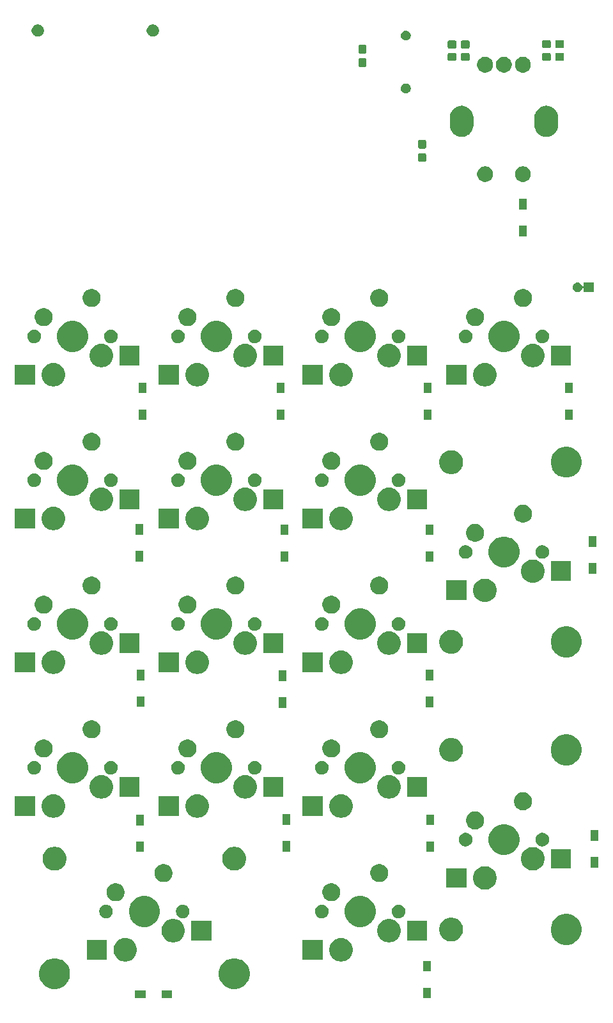
<source format=gbs>
G04 #@! TF.GenerationSoftware,KiCad,Pcbnew,(5.1.5)-3*
G04 #@! TF.CreationDate,2020-10-10T23:35:22+09:00*
G04 #@! TF.ProjectId,Pistachio_MacroPad,50697374-6163-4686-996f-5f4d6163726f,rev?*
G04 #@! TF.SameCoordinates,Original*
G04 #@! TF.FileFunction,Soldermask,Bot*
G04 #@! TF.FilePolarity,Negative*
%FSLAX46Y46*%
G04 Gerber Fmt 4.6, Leading zero omitted, Abs format (unit mm)*
G04 Created by KiCad (PCBNEW (5.1.5)-3) date 2020-10-10 23:35:22*
%MOMM*%
%LPD*%
G04 APERTURE LIST*
%ADD10C,0.100000*%
G04 APERTURE END LIST*
D10*
G36*
X88300000Y-154035000D02*
G01*
X87300000Y-154035000D01*
X87300000Y-152635000D01*
X88300000Y-152635000D01*
X88300000Y-154035000D01*
G37*
G36*
X54065000Y-154020000D02*
G01*
X52665000Y-154020000D01*
X52665000Y-153020000D01*
X54065000Y-153020000D01*
X54065000Y-154020000D01*
G37*
G36*
X50515000Y-154020000D02*
G01*
X49115000Y-154020000D01*
X49115000Y-153020000D01*
X50515000Y-153020000D01*
X50515000Y-154020000D01*
G37*
G36*
X62866474Y-148818684D02*
G01*
X63084474Y-148908983D01*
X63238623Y-148972833D01*
X63573548Y-149196623D01*
X63858377Y-149481452D01*
X64082167Y-149816377D01*
X64082167Y-149816378D01*
X64236316Y-150188526D01*
X64314900Y-150583594D01*
X64314900Y-150986406D01*
X64236316Y-151381474D01*
X64146017Y-151599474D01*
X64082167Y-151753623D01*
X63858377Y-152088548D01*
X63573548Y-152373377D01*
X63238623Y-152597167D01*
X63084474Y-152661017D01*
X62866474Y-152751316D01*
X62471406Y-152829900D01*
X62068594Y-152829900D01*
X61673526Y-152751316D01*
X61455526Y-152661017D01*
X61301377Y-152597167D01*
X60966452Y-152373377D01*
X60681623Y-152088548D01*
X60457833Y-151753623D01*
X60393983Y-151599474D01*
X60303684Y-151381474D01*
X60225100Y-150986406D01*
X60225100Y-150583594D01*
X60303684Y-150188526D01*
X60457833Y-149816378D01*
X60457833Y-149816377D01*
X60681623Y-149481452D01*
X60966452Y-149196623D01*
X61301377Y-148972833D01*
X61455526Y-148908983D01*
X61673526Y-148818684D01*
X62068594Y-148740100D01*
X62471406Y-148740100D01*
X62866474Y-148818684D01*
G37*
G36*
X39066474Y-148818684D02*
G01*
X39284474Y-148908983D01*
X39438623Y-148972833D01*
X39773548Y-149196623D01*
X40058377Y-149481452D01*
X40282167Y-149816377D01*
X40282167Y-149816378D01*
X40436316Y-150188526D01*
X40514900Y-150583594D01*
X40514900Y-150986406D01*
X40436316Y-151381474D01*
X40346017Y-151599474D01*
X40282167Y-151753623D01*
X40058377Y-152088548D01*
X39773548Y-152373377D01*
X39438623Y-152597167D01*
X39284474Y-152661017D01*
X39066474Y-152751316D01*
X38671406Y-152829900D01*
X38268594Y-152829900D01*
X37873526Y-152751316D01*
X37655526Y-152661017D01*
X37501377Y-152597167D01*
X37166452Y-152373377D01*
X36881623Y-152088548D01*
X36657833Y-151753623D01*
X36593983Y-151599474D01*
X36503684Y-151381474D01*
X36425100Y-150986406D01*
X36425100Y-150583594D01*
X36503684Y-150188526D01*
X36657833Y-149816378D01*
X36657833Y-149816377D01*
X36881623Y-149481452D01*
X37166452Y-149196623D01*
X37501377Y-148972833D01*
X37655526Y-148908983D01*
X37873526Y-148818684D01*
X38268594Y-148740100D01*
X38671406Y-148740100D01*
X39066474Y-148818684D01*
G37*
G36*
X88300000Y-150485000D02*
G01*
X87300000Y-150485000D01*
X87300000Y-149085000D01*
X88300000Y-149085000D01*
X88300000Y-150485000D01*
G37*
G36*
X48132585Y-146088802D02*
G01*
X48282410Y-146118604D01*
X48564674Y-146235521D01*
X48818705Y-146405259D01*
X49034741Y-146621295D01*
X49204479Y-146875326D01*
X49321396Y-147157590D01*
X49381000Y-147457240D01*
X49381000Y-147762760D01*
X49321396Y-148062410D01*
X49204479Y-148344674D01*
X49034741Y-148598705D01*
X48818705Y-148814741D01*
X48564674Y-148984479D01*
X48282410Y-149101396D01*
X48132585Y-149131198D01*
X47982761Y-149161000D01*
X47677239Y-149161000D01*
X47527415Y-149131198D01*
X47377590Y-149101396D01*
X47095326Y-148984479D01*
X46841295Y-148814741D01*
X46625259Y-148598705D01*
X46455521Y-148344674D01*
X46338604Y-148062410D01*
X46279000Y-147762760D01*
X46279000Y-147457240D01*
X46338604Y-147157590D01*
X46455521Y-146875326D01*
X46625259Y-146621295D01*
X46841295Y-146405259D01*
X47095326Y-146235521D01*
X47377590Y-146118604D01*
X47527415Y-146088802D01*
X47677239Y-146059000D01*
X47982761Y-146059000D01*
X48132585Y-146088802D01*
G37*
G36*
X76712585Y-146088802D02*
G01*
X76862410Y-146118604D01*
X77144674Y-146235521D01*
X77398705Y-146405259D01*
X77614741Y-146621295D01*
X77784479Y-146875326D01*
X77901396Y-147157590D01*
X77961000Y-147457240D01*
X77961000Y-147762760D01*
X77901396Y-148062410D01*
X77784479Y-148344674D01*
X77614741Y-148598705D01*
X77398705Y-148814741D01*
X77144674Y-148984479D01*
X76862410Y-149101396D01*
X76712585Y-149131198D01*
X76562761Y-149161000D01*
X76257239Y-149161000D01*
X76107415Y-149131198D01*
X75957590Y-149101396D01*
X75675326Y-148984479D01*
X75421295Y-148814741D01*
X75205259Y-148598705D01*
X75035521Y-148344674D01*
X74918604Y-148062410D01*
X74859000Y-147762760D01*
X74859000Y-147457240D01*
X74918604Y-147157590D01*
X75035521Y-146875326D01*
X75205259Y-146621295D01*
X75421295Y-146405259D01*
X75675326Y-146235521D01*
X75957590Y-146118604D01*
X76107415Y-146088802D01*
X76257239Y-146059000D01*
X76562761Y-146059000D01*
X76712585Y-146088802D01*
G37*
G36*
X73986000Y-148911000D02*
G01*
X71334000Y-148911000D01*
X71334000Y-146309000D01*
X73986000Y-146309000D01*
X73986000Y-148911000D01*
G37*
G36*
X45406000Y-148911000D02*
G01*
X42754000Y-148911000D01*
X42754000Y-146309000D01*
X45406000Y-146309000D01*
X45406000Y-148911000D01*
G37*
G36*
X106851474Y-142953684D02*
G01*
X107069474Y-143043983D01*
X107223623Y-143107833D01*
X107558548Y-143331623D01*
X107843377Y-143616452D01*
X108067167Y-143951377D01*
X108120981Y-144081296D01*
X108221316Y-144323526D01*
X108299900Y-144718594D01*
X108299900Y-145121406D01*
X108221316Y-145516474D01*
X108218857Y-145522410D01*
X108067167Y-145888623D01*
X107843377Y-146223548D01*
X107558548Y-146508377D01*
X107223623Y-146732167D01*
X107069474Y-146796017D01*
X106851474Y-146886316D01*
X106456406Y-146964900D01*
X106053594Y-146964900D01*
X105658526Y-146886316D01*
X105440526Y-146796017D01*
X105286377Y-146732167D01*
X104951452Y-146508377D01*
X104666623Y-146223548D01*
X104442833Y-145888623D01*
X104291143Y-145522410D01*
X104288684Y-145516474D01*
X104210100Y-145121406D01*
X104210100Y-144718594D01*
X104288684Y-144323526D01*
X104389019Y-144081296D01*
X104442833Y-143951377D01*
X104666623Y-143616452D01*
X104951452Y-143331623D01*
X105286377Y-143107833D01*
X105440526Y-143043983D01*
X105658526Y-142953684D01*
X106053594Y-142875100D01*
X106456406Y-142875100D01*
X106851474Y-142953684D01*
G37*
G36*
X54359164Y-143524252D02*
G01*
X54632410Y-143578604D01*
X54914674Y-143695521D01*
X55168705Y-143865259D01*
X55384741Y-144081295D01*
X55554479Y-144335326D01*
X55671396Y-144617590D01*
X55731000Y-144917240D01*
X55731000Y-145222760D01*
X55671396Y-145522410D01*
X55554479Y-145804674D01*
X55384741Y-146058705D01*
X55168705Y-146274741D01*
X54914674Y-146444479D01*
X54632410Y-146561396D01*
X54482585Y-146591198D01*
X54332761Y-146621000D01*
X54027239Y-146621000D01*
X53877415Y-146591198D01*
X53727590Y-146561396D01*
X53445326Y-146444479D01*
X53191295Y-146274741D01*
X52975259Y-146058705D01*
X52805521Y-145804674D01*
X52688604Y-145522410D01*
X52629000Y-145222760D01*
X52629000Y-144917240D01*
X52688604Y-144617590D01*
X52805521Y-144335326D01*
X52975259Y-144081295D01*
X53191295Y-143865259D01*
X53445326Y-143695521D01*
X53727590Y-143578604D01*
X54000836Y-143524252D01*
X54027239Y-143519000D01*
X54332761Y-143519000D01*
X54359164Y-143524252D01*
G37*
G36*
X82939164Y-143524252D02*
G01*
X83212410Y-143578604D01*
X83494674Y-143695521D01*
X83748705Y-143865259D01*
X83964741Y-144081295D01*
X84134479Y-144335326D01*
X84251396Y-144617590D01*
X84311000Y-144917240D01*
X84311000Y-145222760D01*
X84251396Y-145522410D01*
X84134479Y-145804674D01*
X83964741Y-146058705D01*
X83748705Y-146274741D01*
X83494674Y-146444479D01*
X83212410Y-146561396D01*
X83062585Y-146591198D01*
X82912761Y-146621000D01*
X82607239Y-146621000D01*
X82457415Y-146591198D01*
X82307590Y-146561396D01*
X82025326Y-146444479D01*
X81771295Y-146274741D01*
X81555259Y-146058705D01*
X81385521Y-145804674D01*
X81268604Y-145522410D01*
X81209000Y-145222760D01*
X81209000Y-144917240D01*
X81268604Y-144617590D01*
X81385521Y-144335326D01*
X81555259Y-144081295D01*
X81771295Y-143865259D01*
X82025326Y-143695521D01*
X82307590Y-143578604D01*
X82580836Y-143524252D01*
X82607239Y-143519000D01*
X82912761Y-143519000D01*
X82939164Y-143524252D01*
G37*
G36*
X91474411Y-143405526D02*
G01*
X91538083Y-143431900D01*
X91761041Y-143524252D01*
X91761042Y-143524253D01*
X92019004Y-143696617D01*
X92238383Y-143915996D01*
X92262024Y-143951378D01*
X92410748Y-144173959D01*
X92529474Y-144460590D01*
X92590000Y-144764875D01*
X92590000Y-145075125D01*
X92529474Y-145379410D01*
X92410748Y-145666041D01*
X92410747Y-145666042D01*
X92238383Y-145924004D01*
X92019004Y-146143383D01*
X91899028Y-146223548D01*
X91761041Y-146315748D01*
X91627650Y-146371000D01*
X91474411Y-146434474D01*
X91170125Y-146495000D01*
X90859875Y-146495000D01*
X90555589Y-146434474D01*
X90402350Y-146371000D01*
X90268959Y-146315748D01*
X90130972Y-146223548D01*
X90010996Y-146143383D01*
X89791617Y-145924004D01*
X89619253Y-145666042D01*
X89619252Y-145666041D01*
X89500526Y-145379410D01*
X89440000Y-145075125D01*
X89440000Y-144764875D01*
X89500526Y-144460590D01*
X89619252Y-144173959D01*
X89767976Y-143951378D01*
X89791617Y-143915996D01*
X90010996Y-143696617D01*
X90268958Y-143524253D01*
X90268959Y-143524252D01*
X90491917Y-143431900D01*
X90555589Y-143405526D01*
X90859875Y-143345000D01*
X91170125Y-143345000D01*
X91474411Y-143405526D01*
G37*
G36*
X59256000Y-146371000D02*
G01*
X56604000Y-146371000D01*
X56604000Y-143769000D01*
X59256000Y-143769000D01*
X59256000Y-146371000D01*
G37*
G36*
X87836000Y-146371000D02*
G01*
X85184000Y-146371000D01*
X85184000Y-143769000D01*
X87836000Y-143769000D01*
X87836000Y-146371000D01*
G37*
G36*
X79546474Y-140563684D02*
G01*
X79764474Y-140653983D01*
X79918623Y-140717833D01*
X80253548Y-140941623D01*
X80538377Y-141226452D01*
X80762167Y-141561377D01*
X80826017Y-141715526D01*
X80916316Y-141933526D01*
X80994900Y-142328594D01*
X80994900Y-142731406D01*
X80916316Y-143126474D01*
X80832322Y-143329253D01*
X80762167Y-143498623D01*
X80538377Y-143833548D01*
X80253548Y-144118377D01*
X79918623Y-144342167D01*
X79764474Y-144406017D01*
X79546474Y-144496316D01*
X79151406Y-144574900D01*
X78748594Y-144574900D01*
X78353526Y-144496316D01*
X78135526Y-144406017D01*
X77981377Y-144342167D01*
X77646452Y-144118377D01*
X77361623Y-143833548D01*
X77137833Y-143498623D01*
X77067678Y-143329253D01*
X76983684Y-143126474D01*
X76905100Y-142731406D01*
X76905100Y-142328594D01*
X76983684Y-141933526D01*
X77073983Y-141715526D01*
X77137833Y-141561377D01*
X77361623Y-141226452D01*
X77646452Y-140941623D01*
X77981377Y-140717833D01*
X78135526Y-140653983D01*
X78353526Y-140563684D01*
X78748594Y-140485100D01*
X79151406Y-140485100D01*
X79546474Y-140563684D01*
G37*
G36*
X50966474Y-140563684D02*
G01*
X51184474Y-140653983D01*
X51338623Y-140717833D01*
X51673548Y-140941623D01*
X51958377Y-141226452D01*
X52182167Y-141561377D01*
X52246017Y-141715526D01*
X52336316Y-141933526D01*
X52414900Y-142328594D01*
X52414900Y-142731406D01*
X52336316Y-143126474D01*
X52252322Y-143329253D01*
X52182167Y-143498623D01*
X51958377Y-143833548D01*
X51673548Y-144118377D01*
X51338623Y-144342167D01*
X51184474Y-144406017D01*
X50966474Y-144496316D01*
X50571406Y-144574900D01*
X50168594Y-144574900D01*
X49773526Y-144496316D01*
X49555526Y-144406017D01*
X49401377Y-144342167D01*
X49066452Y-144118377D01*
X48781623Y-143833548D01*
X48557833Y-143498623D01*
X48487678Y-143329253D01*
X48403684Y-143126474D01*
X48325100Y-142731406D01*
X48325100Y-142328594D01*
X48403684Y-141933526D01*
X48493983Y-141715526D01*
X48557833Y-141561377D01*
X48781623Y-141226452D01*
X49066452Y-140941623D01*
X49401377Y-140717833D01*
X49555526Y-140653983D01*
X49773526Y-140563684D01*
X50168594Y-140485100D01*
X50571406Y-140485100D01*
X50966474Y-140563684D01*
G37*
G36*
X74045952Y-141645429D02*
G01*
X74133075Y-141662759D01*
X74242498Y-141708084D01*
X74297211Y-141730747D01*
X74443933Y-141828783D01*
X74444928Y-141829448D01*
X74570552Y-141955072D01*
X74570554Y-141955075D01*
X74669253Y-142102789D01*
X74669253Y-142102790D01*
X74737241Y-142266925D01*
X74771900Y-142441171D01*
X74771900Y-142618829D01*
X74737241Y-142793075D01*
X74691916Y-142902498D01*
X74669253Y-142957211D01*
X74571217Y-143103933D01*
X74570552Y-143104928D01*
X74444928Y-143230552D01*
X74444925Y-143230554D01*
X74297211Y-143329253D01*
X74259194Y-143345000D01*
X74133075Y-143397241D01*
X74045952Y-143414570D01*
X73958831Y-143431900D01*
X73781169Y-143431900D01*
X73694048Y-143414570D01*
X73606925Y-143397241D01*
X73480806Y-143345000D01*
X73442789Y-143329253D01*
X73295075Y-143230554D01*
X73295072Y-143230552D01*
X73169448Y-143104928D01*
X73168783Y-143103933D01*
X73070747Y-142957211D01*
X73048084Y-142902498D01*
X73002759Y-142793075D01*
X72968100Y-142618829D01*
X72968100Y-142441171D01*
X73002759Y-142266925D01*
X73070747Y-142102790D01*
X73070747Y-142102789D01*
X73169446Y-141955075D01*
X73169448Y-141955072D01*
X73295072Y-141829448D01*
X73296067Y-141828783D01*
X73442789Y-141730747D01*
X73497502Y-141708084D01*
X73606925Y-141662759D01*
X73694048Y-141645429D01*
X73781169Y-141628100D01*
X73958831Y-141628100D01*
X74045952Y-141645429D01*
G37*
G36*
X45465952Y-141645429D02*
G01*
X45553075Y-141662759D01*
X45662498Y-141708084D01*
X45717211Y-141730747D01*
X45863933Y-141828783D01*
X45864928Y-141829448D01*
X45990552Y-141955072D01*
X45990554Y-141955075D01*
X46089253Y-142102789D01*
X46089253Y-142102790D01*
X46157241Y-142266925D01*
X46191900Y-142441171D01*
X46191900Y-142618829D01*
X46157241Y-142793075D01*
X46111916Y-142902498D01*
X46089253Y-142957211D01*
X45991217Y-143103933D01*
X45990552Y-143104928D01*
X45864928Y-143230552D01*
X45864925Y-143230554D01*
X45717211Y-143329253D01*
X45679194Y-143345000D01*
X45553075Y-143397241D01*
X45465952Y-143414570D01*
X45378831Y-143431900D01*
X45201169Y-143431900D01*
X45114048Y-143414570D01*
X45026925Y-143397241D01*
X44900806Y-143345000D01*
X44862789Y-143329253D01*
X44715075Y-143230554D01*
X44715072Y-143230552D01*
X44589448Y-143104928D01*
X44588783Y-143103933D01*
X44490747Y-142957211D01*
X44468084Y-142902498D01*
X44422759Y-142793075D01*
X44388100Y-142618829D01*
X44388100Y-142441171D01*
X44422759Y-142266925D01*
X44490747Y-142102790D01*
X44490747Y-142102789D01*
X44589446Y-141955075D01*
X44589448Y-141955072D01*
X44715072Y-141829448D01*
X44716067Y-141828783D01*
X44862789Y-141730747D01*
X44917502Y-141708084D01*
X45026925Y-141662759D01*
X45114048Y-141645429D01*
X45201169Y-141628100D01*
X45378831Y-141628100D01*
X45465952Y-141645429D01*
G37*
G36*
X55625952Y-141645429D02*
G01*
X55713075Y-141662759D01*
X55822498Y-141708084D01*
X55877211Y-141730747D01*
X56023933Y-141828783D01*
X56024928Y-141829448D01*
X56150552Y-141955072D01*
X56150554Y-141955075D01*
X56249253Y-142102789D01*
X56249253Y-142102790D01*
X56317241Y-142266925D01*
X56351900Y-142441171D01*
X56351900Y-142618829D01*
X56317241Y-142793075D01*
X56271916Y-142902498D01*
X56249253Y-142957211D01*
X56151217Y-143103933D01*
X56150552Y-143104928D01*
X56024928Y-143230552D01*
X56024925Y-143230554D01*
X55877211Y-143329253D01*
X55839194Y-143345000D01*
X55713075Y-143397241D01*
X55625952Y-143414570D01*
X55538831Y-143431900D01*
X55361169Y-143431900D01*
X55274048Y-143414570D01*
X55186925Y-143397241D01*
X55060806Y-143345000D01*
X55022789Y-143329253D01*
X54875075Y-143230554D01*
X54875072Y-143230552D01*
X54749448Y-143104928D01*
X54748783Y-143103933D01*
X54650747Y-142957211D01*
X54628084Y-142902498D01*
X54582759Y-142793075D01*
X54548100Y-142618829D01*
X54548100Y-142441171D01*
X54582759Y-142266925D01*
X54650747Y-142102790D01*
X54650747Y-142102789D01*
X54749446Y-141955075D01*
X54749448Y-141955072D01*
X54875072Y-141829448D01*
X54876067Y-141828783D01*
X55022789Y-141730747D01*
X55077502Y-141708084D01*
X55186925Y-141662759D01*
X55274048Y-141645429D01*
X55361169Y-141628100D01*
X55538831Y-141628100D01*
X55625952Y-141645429D01*
G37*
G36*
X84205952Y-141645429D02*
G01*
X84293075Y-141662759D01*
X84402498Y-141708084D01*
X84457211Y-141730747D01*
X84603933Y-141828783D01*
X84604928Y-141829448D01*
X84730552Y-141955072D01*
X84730554Y-141955075D01*
X84829253Y-142102789D01*
X84829253Y-142102790D01*
X84897241Y-142266925D01*
X84931900Y-142441171D01*
X84931900Y-142618829D01*
X84897241Y-142793075D01*
X84851916Y-142902498D01*
X84829253Y-142957211D01*
X84731217Y-143103933D01*
X84730552Y-143104928D01*
X84604928Y-143230552D01*
X84604925Y-143230554D01*
X84457211Y-143329253D01*
X84419194Y-143345000D01*
X84293075Y-143397241D01*
X84205952Y-143414570D01*
X84118831Y-143431900D01*
X83941169Y-143431900D01*
X83854048Y-143414570D01*
X83766925Y-143397241D01*
X83640806Y-143345000D01*
X83602789Y-143329253D01*
X83455075Y-143230554D01*
X83455072Y-143230552D01*
X83329448Y-143104928D01*
X83328783Y-143103933D01*
X83230747Y-142957211D01*
X83208084Y-142902498D01*
X83162759Y-142793075D01*
X83128100Y-142618829D01*
X83128100Y-142441171D01*
X83162759Y-142266925D01*
X83230747Y-142102790D01*
X83230747Y-142102789D01*
X83329446Y-141955075D01*
X83329448Y-141955072D01*
X83455072Y-141829448D01*
X83456067Y-141828783D01*
X83602789Y-141730747D01*
X83657502Y-141708084D01*
X83766925Y-141662759D01*
X83854048Y-141645429D01*
X83941169Y-141628100D01*
X84118831Y-141628100D01*
X84205952Y-141645429D01*
G37*
G36*
X75488276Y-138841884D02*
G01*
X75705569Y-138931890D01*
X75705571Y-138931891D01*
X75901130Y-139062560D01*
X76067440Y-139228870D01*
X76198110Y-139424431D01*
X76288116Y-139641724D01*
X76334000Y-139872400D01*
X76334000Y-140107600D01*
X76288116Y-140338276D01*
X76227299Y-140485100D01*
X76198109Y-140555571D01*
X76067440Y-140751130D01*
X75901130Y-140917440D01*
X75705571Y-141048109D01*
X75705570Y-141048110D01*
X75705569Y-141048110D01*
X75488276Y-141138116D01*
X75257600Y-141184000D01*
X75022400Y-141184000D01*
X74791724Y-141138116D01*
X74574431Y-141048110D01*
X74574430Y-141048110D01*
X74574429Y-141048109D01*
X74378870Y-140917440D01*
X74212560Y-140751130D01*
X74081891Y-140555571D01*
X74052701Y-140485100D01*
X73991884Y-140338276D01*
X73946000Y-140107600D01*
X73946000Y-139872400D01*
X73991884Y-139641724D01*
X74081890Y-139424431D01*
X74212560Y-139228870D01*
X74378870Y-139062560D01*
X74574429Y-138931891D01*
X74574431Y-138931890D01*
X74791724Y-138841884D01*
X75022400Y-138796000D01*
X75257600Y-138796000D01*
X75488276Y-138841884D01*
G37*
G36*
X46908276Y-138841884D02*
G01*
X47125569Y-138931890D01*
X47125571Y-138931891D01*
X47321130Y-139062560D01*
X47487440Y-139228870D01*
X47618110Y-139424431D01*
X47708116Y-139641724D01*
X47754000Y-139872400D01*
X47754000Y-140107600D01*
X47708116Y-140338276D01*
X47647299Y-140485100D01*
X47618109Y-140555571D01*
X47487440Y-140751130D01*
X47321130Y-140917440D01*
X47125571Y-141048109D01*
X47125570Y-141048110D01*
X47125569Y-141048110D01*
X46908276Y-141138116D01*
X46677600Y-141184000D01*
X46442400Y-141184000D01*
X46211724Y-141138116D01*
X45994431Y-141048110D01*
X45994430Y-141048110D01*
X45994429Y-141048109D01*
X45798870Y-140917440D01*
X45632560Y-140751130D01*
X45501891Y-140555571D01*
X45472701Y-140485100D01*
X45411884Y-140338276D01*
X45366000Y-140107600D01*
X45366000Y-139872400D01*
X45411884Y-139641724D01*
X45501890Y-139424431D01*
X45632560Y-139228870D01*
X45798870Y-139062560D01*
X45994429Y-138931891D01*
X45994431Y-138931890D01*
X46211724Y-138841884D01*
X46442400Y-138796000D01*
X46677600Y-138796000D01*
X46908276Y-138841884D01*
G37*
G36*
X95663049Y-136549003D02*
G01*
X95912410Y-136598604D01*
X96194674Y-136715521D01*
X96448705Y-136885259D01*
X96664741Y-137101295D01*
X96834479Y-137355326D01*
X96951396Y-137637590D01*
X97011000Y-137937240D01*
X97011000Y-138242760D01*
X96951396Y-138542410D01*
X96834479Y-138824674D01*
X96664741Y-139078705D01*
X96448705Y-139294741D01*
X96194674Y-139464479D01*
X95912410Y-139581396D01*
X95762585Y-139611198D01*
X95612761Y-139641000D01*
X95307239Y-139641000D01*
X95157415Y-139611198D01*
X95007590Y-139581396D01*
X94725326Y-139464479D01*
X94471295Y-139294741D01*
X94255259Y-139078705D01*
X94085521Y-138824674D01*
X93968604Y-138542410D01*
X93909000Y-138242760D01*
X93909000Y-137937240D01*
X93968604Y-137637590D01*
X94085521Y-137355326D01*
X94255259Y-137101295D01*
X94471295Y-136885259D01*
X94725326Y-136715521D01*
X95007590Y-136598604D01*
X95256951Y-136549003D01*
X95307239Y-136539000D01*
X95612761Y-136539000D01*
X95663049Y-136549003D01*
G37*
G36*
X93036000Y-139391000D02*
G01*
X90384000Y-139391000D01*
X90384000Y-136789000D01*
X93036000Y-136789000D01*
X93036000Y-139391000D01*
G37*
G36*
X81838276Y-136301884D02*
G01*
X82055569Y-136391890D01*
X82055571Y-136391891D01*
X82251130Y-136522560D01*
X82417440Y-136688870D01*
X82548110Y-136884431D01*
X82638116Y-137101724D01*
X82684000Y-137332400D01*
X82684000Y-137567600D01*
X82638116Y-137798276D01*
X82580555Y-137937239D01*
X82548109Y-138015571D01*
X82417440Y-138211130D01*
X82251130Y-138377440D01*
X82055571Y-138508109D01*
X82055570Y-138508110D01*
X82055569Y-138508110D01*
X81838276Y-138598116D01*
X81607600Y-138644000D01*
X81372400Y-138644000D01*
X81141724Y-138598116D01*
X80924431Y-138508110D01*
X80924430Y-138508110D01*
X80924429Y-138508109D01*
X80728870Y-138377440D01*
X80562560Y-138211130D01*
X80431891Y-138015571D01*
X80399445Y-137937239D01*
X80341884Y-137798276D01*
X80296000Y-137567600D01*
X80296000Y-137332400D01*
X80341884Y-137101724D01*
X80431890Y-136884431D01*
X80562560Y-136688870D01*
X80728870Y-136522560D01*
X80924429Y-136391891D01*
X80924431Y-136391890D01*
X81141724Y-136301884D01*
X81372400Y-136256000D01*
X81607600Y-136256000D01*
X81838276Y-136301884D01*
G37*
G36*
X53258276Y-136301884D02*
G01*
X53475569Y-136391890D01*
X53475571Y-136391891D01*
X53671130Y-136522560D01*
X53837440Y-136688870D01*
X53968110Y-136884431D01*
X54058116Y-137101724D01*
X54104000Y-137332400D01*
X54104000Y-137567600D01*
X54058116Y-137798276D01*
X54000555Y-137937239D01*
X53968109Y-138015571D01*
X53837440Y-138211130D01*
X53671130Y-138377440D01*
X53475571Y-138508109D01*
X53475570Y-138508110D01*
X53475569Y-138508110D01*
X53258276Y-138598116D01*
X53027600Y-138644000D01*
X52792400Y-138644000D01*
X52561724Y-138598116D01*
X52344431Y-138508110D01*
X52344430Y-138508110D01*
X52344429Y-138508109D01*
X52148870Y-138377440D01*
X51982560Y-138211130D01*
X51851891Y-138015571D01*
X51819445Y-137937239D01*
X51761884Y-137798276D01*
X51716000Y-137567600D01*
X51716000Y-137332400D01*
X51761884Y-137101724D01*
X51851890Y-136884431D01*
X51982560Y-136688870D01*
X52148870Y-136522560D01*
X52344429Y-136391891D01*
X52344431Y-136391890D01*
X52561724Y-136301884D01*
X52792400Y-136256000D01*
X53027600Y-136256000D01*
X53258276Y-136301884D01*
G37*
G36*
X62570918Y-133999000D02*
G01*
X62729411Y-134030526D01*
X62797197Y-134058604D01*
X63016041Y-134149252D01*
X63016042Y-134149253D01*
X63274004Y-134321617D01*
X63493383Y-134540996D01*
X63536149Y-134605000D01*
X63665748Y-134798959D01*
X63784474Y-135085590D01*
X63845000Y-135389875D01*
X63845000Y-135700125D01*
X63784474Y-136004410D01*
X63665748Y-136291041D01*
X63665747Y-136291042D01*
X63493383Y-136549004D01*
X63274004Y-136768383D01*
X63243148Y-136789000D01*
X63016041Y-136940748D01*
X62848137Y-137010296D01*
X62729411Y-137059474D01*
X62577267Y-137089737D01*
X62425125Y-137120000D01*
X62114875Y-137120000D01*
X61962733Y-137089737D01*
X61810589Y-137059474D01*
X61691863Y-137010296D01*
X61523959Y-136940748D01*
X61296852Y-136789000D01*
X61265996Y-136768383D01*
X61046617Y-136549004D01*
X60874253Y-136291042D01*
X60874252Y-136291041D01*
X60755526Y-136004410D01*
X60695000Y-135700125D01*
X60695000Y-135389875D01*
X60755526Y-135085590D01*
X60874252Y-134798959D01*
X61003851Y-134605000D01*
X61046617Y-134540996D01*
X61265996Y-134321617D01*
X61523958Y-134149253D01*
X61523959Y-134149252D01*
X61742803Y-134058604D01*
X61810589Y-134030526D01*
X61969082Y-133999000D01*
X62114875Y-133970000D01*
X62425125Y-133970000D01*
X62570918Y-133999000D01*
G37*
G36*
X38770918Y-133999000D02*
G01*
X38929411Y-134030526D01*
X38997197Y-134058604D01*
X39216041Y-134149252D01*
X39216042Y-134149253D01*
X39474004Y-134321617D01*
X39693383Y-134540996D01*
X39736149Y-134605000D01*
X39865748Y-134798959D01*
X39984474Y-135085590D01*
X40045000Y-135389875D01*
X40045000Y-135700125D01*
X39984474Y-136004410D01*
X39865748Y-136291041D01*
X39865747Y-136291042D01*
X39693383Y-136549004D01*
X39474004Y-136768383D01*
X39443148Y-136789000D01*
X39216041Y-136940748D01*
X39048137Y-137010296D01*
X38929411Y-137059474D01*
X38777267Y-137089737D01*
X38625125Y-137120000D01*
X38314875Y-137120000D01*
X38162733Y-137089737D01*
X38010589Y-137059474D01*
X37891863Y-137010296D01*
X37723959Y-136940748D01*
X37496852Y-136789000D01*
X37465996Y-136768383D01*
X37246617Y-136549004D01*
X37074253Y-136291042D01*
X37074252Y-136291041D01*
X36955526Y-136004410D01*
X36895000Y-135700125D01*
X36895000Y-135389875D01*
X36955526Y-135085590D01*
X37074252Y-134798959D01*
X37203851Y-134605000D01*
X37246617Y-134540996D01*
X37465996Y-134321617D01*
X37723958Y-134149253D01*
X37723959Y-134149252D01*
X37942803Y-134058604D01*
X38010589Y-134030526D01*
X38169082Y-133999000D01*
X38314875Y-133970000D01*
X38625125Y-133970000D01*
X38770918Y-133999000D01*
G37*
G36*
X102112585Y-134028802D02*
G01*
X102262410Y-134058604D01*
X102544674Y-134175521D01*
X102798705Y-134345259D01*
X103014741Y-134561295D01*
X103184479Y-134815326D01*
X103283713Y-135054900D01*
X103301396Y-135097591D01*
X103344642Y-135315000D01*
X103361000Y-135397240D01*
X103361000Y-135702760D01*
X103301396Y-136002410D01*
X103184479Y-136284674D01*
X103014741Y-136538705D01*
X102798705Y-136754741D01*
X102544674Y-136924479D01*
X102262410Y-137041396D01*
X102112585Y-137071198D01*
X101962761Y-137101000D01*
X101657239Y-137101000D01*
X101507415Y-137071198D01*
X101357590Y-137041396D01*
X101075326Y-136924479D01*
X100821295Y-136754741D01*
X100605259Y-136538705D01*
X100435521Y-136284674D01*
X100318604Y-136002410D01*
X100259000Y-135702760D01*
X100259000Y-135397240D01*
X100275359Y-135315000D01*
X100318604Y-135097591D01*
X100336287Y-135054900D01*
X100435521Y-134815326D01*
X100605259Y-134561295D01*
X100821295Y-134345259D01*
X101075326Y-134175521D01*
X101357590Y-134058604D01*
X101507415Y-134028802D01*
X101657239Y-133999000D01*
X101962761Y-133999000D01*
X102112585Y-134028802D01*
G37*
G36*
X106886000Y-136851000D02*
G01*
X104234000Y-136851000D01*
X104234000Y-134249000D01*
X106886000Y-134249000D01*
X106886000Y-136851000D01*
G37*
G36*
X110470000Y-136715000D02*
G01*
X109470000Y-136715000D01*
X109470000Y-135315000D01*
X110470000Y-135315000D01*
X110470000Y-136715000D01*
G37*
G36*
X98596474Y-131043684D02*
G01*
X98814474Y-131133983D01*
X98968623Y-131197833D01*
X99303548Y-131421623D01*
X99588377Y-131706452D01*
X99812167Y-132041377D01*
X99876017Y-132195526D01*
X99966316Y-132413526D01*
X100044900Y-132808594D01*
X100044900Y-133211406D01*
X99966316Y-133606474D01*
X99882322Y-133809253D01*
X99812167Y-133978623D01*
X99588377Y-134313548D01*
X99303548Y-134598377D01*
X98968623Y-134822167D01*
X98814474Y-134886017D01*
X98596474Y-134976316D01*
X98201406Y-135054900D01*
X97798594Y-135054900D01*
X97403526Y-134976316D01*
X97185526Y-134886017D01*
X97031377Y-134822167D01*
X96696452Y-134598377D01*
X96411623Y-134313548D01*
X96187833Y-133978623D01*
X96117678Y-133809253D01*
X96033684Y-133606474D01*
X95955100Y-133211406D01*
X95955100Y-132808594D01*
X96033684Y-132413526D01*
X96123983Y-132195526D01*
X96187833Y-132041377D01*
X96411623Y-131706452D01*
X96696452Y-131421623D01*
X97031377Y-131197833D01*
X97185526Y-131133983D01*
X97403526Y-131043684D01*
X97798594Y-130965100D01*
X98201406Y-130965100D01*
X98596474Y-131043684D01*
G37*
G36*
X50300000Y-134665000D02*
G01*
X49300000Y-134665000D01*
X49300000Y-133265000D01*
X50300000Y-133265000D01*
X50300000Y-134665000D01*
G37*
G36*
X88700000Y-134635000D02*
G01*
X87700000Y-134635000D01*
X87700000Y-133235000D01*
X88700000Y-133235000D01*
X88700000Y-134635000D01*
G37*
G36*
X69670000Y-134605000D02*
G01*
X68670000Y-134605000D01*
X68670000Y-133205000D01*
X69670000Y-133205000D01*
X69670000Y-134605000D01*
G37*
G36*
X93095952Y-132125430D02*
G01*
X93183075Y-132142759D01*
X93292498Y-132188084D01*
X93347211Y-132210747D01*
X93493933Y-132308783D01*
X93494928Y-132309448D01*
X93620552Y-132435072D01*
X93620554Y-132435075D01*
X93719253Y-132582789D01*
X93719253Y-132582790D01*
X93787241Y-132746925D01*
X93821900Y-132921171D01*
X93821900Y-133098829D01*
X93787241Y-133273075D01*
X93741916Y-133382498D01*
X93719253Y-133437211D01*
X93621217Y-133583933D01*
X93620552Y-133584928D01*
X93494928Y-133710552D01*
X93494925Y-133710554D01*
X93347211Y-133809253D01*
X93292498Y-133831916D01*
X93183075Y-133877241D01*
X93095952Y-133894571D01*
X93008831Y-133911900D01*
X92831169Y-133911900D01*
X92744048Y-133894571D01*
X92656925Y-133877241D01*
X92547502Y-133831916D01*
X92492789Y-133809253D01*
X92345075Y-133710554D01*
X92345072Y-133710552D01*
X92219448Y-133584928D01*
X92218783Y-133583933D01*
X92120747Y-133437211D01*
X92098084Y-133382498D01*
X92052759Y-133273075D01*
X92018100Y-133098829D01*
X92018100Y-132921171D01*
X92052759Y-132746925D01*
X92120747Y-132582790D01*
X92120747Y-132582789D01*
X92219446Y-132435075D01*
X92219448Y-132435072D01*
X92345072Y-132309448D01*
X92346067Y-132308783D01*
X92492789Y-132210747D01*
X92547502Y-132188084D01*
X92656925Y-132142759D01*
X92744048Y-132125430D01*
X92831169Y-132108100D01*
X93008831Y-132108100D01*
X93095952Y-132125430D01*
G37*
G36*
X103255952Y-132125430D02*
G01*
X103343075Y-132142759D01*
X103452498Y-132188084D01*
X103507211Y-132210747D01*
X103653933Y-132308783D01*
X103654928Y-132309448D01*
X103780552Y-132435072D01*
X103780554Y-132435075D01*
X103879253Y-132582789D01*
X103879253Y-132582790D01*
X103947241Y-132746925D01*
X103981900Y-132921171D01*
X103981900Y-133098829D01*
X103947241Y-133273075D01*
X103901916Y-133382498D01*
X103879253Y-133437211D01*
X103781217Y-133583933D01*
X103780552Y-133584928D01*
X103654928Y-133710552D01*
X103654925Y-133710554D01*
X103507211Y-133809253D01*
X103452498Y-133831916D01*
X103343075Y-133877241D01*
X103255952Y-133894571D01*
X103168831Y-133911900D01*
X102991169Y-133911900D01*
X102904048Y-133894571D01*
X102816925Y-133877241D01*
X102707502Y-133831916D01*
X102652789Y-133809253D01*
X102505075Y-133710554D01*
X102505072Y-133710552D01*
X102379448Y-133584928D01*
X102378783Y-133583933D01*
X102280747Y-133437211D01*
X102258084Y-133382498D01*
X102212759Y-133273075D01*
X102178100Y-133098829D01*
X102178100Y-132921171D01*
X102212759Y-132746925D01*
X102280747Y-132582790D01*
X102280747Y-132582789D01*
X102379446Y-132435075D01*
X102379448Y-132435072D01*
X102505072Y-132309448D01*
X102506067Y-132308783D01*
X102652789Y-132210747D01*
X102707502Y-132188084D01*
X102816925Y-132142759D01*
X102904048Y-132125430D01*
X102991169Y-132108100D01*
X103168831Y-132108100D01*
X103255952Y-132125430D01*
G37*
G36*
X110470000Y-133165000D02*
G01*
X109470000Y-133165000D01*
X109470000Y-131765000D01*
X110470000Y-131765000D01*
X110470000Y-133165000D01*
G37*
G36*
X94538276Y-129321884D02*
G01*
X94755569Y-129411890D01*
X94755571Y-129411891D01*
X94951130Y-129542560D01*
X95117440Y-129708870D01*
X95219091Y-129861000D01*
X95248110Y-129904431D01*
X95338116Y-130121724D01*
X95384000Y-130352400D01*
X95384000Y-130587600D01*
X95338116Y-130818276D01*
X95277299Y-130965100D01*
X95248109Y-131035571D01*
X95117440Y-131231130D01*
X94951130Y-131397440D01*
X94755571Y-131528109D01*
X94755570Y-131528110D01*
X94755569Y-131528110D01*
X94538276Y-131618116D01*
X94307600Y-131664000D01*
X94072400Y-131664000D01*
X93841724Y-131618116D01*
X93624431Y-131528110D01*
X93624430Y-131528110D01*
X93624429Y-131528109D01*
X93428870Y-131397440D01*
X93262560Y-131231130D01*
X93131891Y-131035571D01*
X93102701Y-130965100D01*
X93041884Y-130818276D01*
X92996000Y-130587600D01*
X92996000Y-130352400D01*
X93041884Y-130121724D01*
X93131890Y-129904431D01*
X93160910Y-129861000D01*
X93262560Y-129708870D01*
X93428870Y-129542560D01*
X93624429Y-129411891D01*
X93624431Y-129411890D01*
X93841724Y-129321884D01*
X94072400Y-129276000D01*
X94307600Y-129276000D01*
X94538276Y-129321884D01*
G37*
G36*
X50300000Y-131115000D02*
G01*
X49300000Y-131115000D01*
X49300000Y-129715000D01*
X50300000Y-129715000D01*
X50300000Y-131115000D01*
G37*
G36*
X88700000Y-131085000D02*
G01*
X87700000Y-131085000D01*
X87700000Y-129685000D01*
X88700000Y-129685000D01*
X88700000Y-131085000D01*
G37*
G36*
X69670000Y-131055000D02*
G01*
X68670000Y-131055000D01*
X68670000Y-129655000D01*
X69670000Y-129655000D01*
X69670000Y-131055000D01*
G37*
G36*
X38612585Y-127038802D02*
G01*
X38762410Y-127068604D01*
X39044674Y-127185521D01*
X39298705Y-127355259D01*
X39514741Y-127571295D01*
X39684479Y-127825326D01*
X39801396Y-128107590D01*
X39861000Y-128407240D01*
X39861000Y-128712760D01*
X39801396Y-129012410D01*
X39684479Y-129294674D01*
X39514741Y-129548705D01*
X39298705Y-129764741D01*
X39044674Y-129934479D01*
X38762410Y-130051396D01*
X38612585Y-130081198D01*
X38462761Y-130111000D01*
X38157239Y-130111000D01*
X38007415Y-130081198D01*
X37857590Y-130051396D01*
X37575326Y-129934479D01*
X37321295Y-129764741D01*
X37105259Y-129548705D01*
X36935521Y-129294674D01*
X36818604Y-129012410D01*
X36759000Y-128712760D01*
X36759000Y-128407240D01*
X36818604Y-128107590D01*
X36935521Y-127825326D01*
X37105259Y-127571295D01*
X37321295Y-127355259D01*
X37575326Y-127185521D01*
X37857590Y-127068604D01*
X38007415Y-127038802D01*
X38157239Y-127009000D01*
X38462761Y-127009000D01*
X38612585Y-127038802D01*
G37*
G36*
X76712585Y-127038802D02*
G01*
X76862410Y-127068604D01*
X77144674Y-127185521D01*
X77398705Y-127355259D01*
X77614741Y-127571295D01*
X77784479Y-127825326D01*
X77901396Y-128107590D01*
X77961000Y-128407240D01*
X77961000Y-128712760D01*
X77901396Y-129012410D01*
X77784479Y-129294674D01*
X77614741Y-129548705D01*
X77398705Y-129764741D01*
X77144674Y-129934479D01*
X76862410Y-130051396D01*
X76712585Y-130081198D01*
X76562761Y-130111000D01*
X76257239Y-130111000D01*
X76107415Y-130081198D01*
X75957590Y-130051396D01*
X75675326Y-129934479D01*
X75421295Y-129764741D01*
X75205259Y-129548705D01*
X75035521Y-129294674D01*
X74918604Y-129012410D01*
X74859000Y-128712760D01*
X74859000Y-128407240D01*
X74918604Y-128107590D01*
X75035521Y-127825326D01*
X75205259Y-127571295D01*
X75421295Y-127355259D01*
X75675326Y-127185521D01*
X75957590Y-127068604D01*
X76107415Y-127038802D01*
X76257239Y-127009000D01*
X76562761Y-127009000D01*
X76712585Y-127038802D01*
G37*
G36*
X57662585Y-127038802D02*
G01*
X57812410Y-127068604D01*
X58094674Y-127185521D01*
X58348705Y-127355259D01*
X58564741Y-127571295D01*
X58734479Y-127825326D01*
X58851396Y-128107590D01*
X58911000Y-128407240D01*
X58911000Y-128712760D01*
X58851396Y-129012410D01*
X58734479Y-129294674D01*
X58564741Y-129548705D01*
X58348705Y-129764741D01*
X58094674Y-129934479D01*
X57812410Y-130051396D01*
X57662585Y-130081198D01*
X57512761Y-130111000D01*
X57207239Y-130111000D01*
X57057415Y-130081198D01*
X56907590Y-130051396D01*
X56625326Y-129934479D01*
X56371295Y-129764741D01*
X56155259Y-129548705D01*
X55985521Y-129294674D01*
X55868604Y-129012410D01*
X55809000Y-128712760D01*
X55809000Y-128407240D01*
X55868604Y-128107590D01*
X55985521Y-127825326D01*
X56155259Y-127571295D01*
X56371295Y-127355259D01*
X56625326Y-127185521D01*
X56907590Y-127068604D01*
X57057415Y-127038802D01*
X57207239Y-127009000D01*
X57512761Y-127009000D01*
X57662585Y-127038802D01*
G37*
G36*
X73986000Y-129861000D02*
G01*
X71334000Y-129861000D01*
X71334000Y-127259000D01*
X73986000Y-127259000D01*
X73986000Y-129861000D01*
G37*
G36*
X54936000Y-129861000D02*
G01*
X52284000Y-129861000D01*
X52284000Y-127259000D01*
X54936000Y-127259000D01*
X54936000Y-129861000D01*
G37*
G36*
X35886000Y-129861000D02*
G01*
X33234000Y-129861000D01*
X33234000Y-127259000D01*
X35886000Y-127259000D01*
X35886000Y-129861000D01*
G37*
G36*
X100888276Y-126781884D02*
G01*
X101105569Y-126871890D01*
X101105571Y-126871891D01*
X101301130Y-127002560D01*
X101467440Y-127168870D01*
X101591982Y-127355259D01*
X101598110Y-127364431D01*
X101688116Y-127581724D01*
X101734000Y-127812400D01*
X101734000Y-128047600D01*
X101688116Y-128278276D01*
X101634697Y-128407240D01*
X101598109Y-128495571D01*
X101467440Y-128691130D01*
X101301130Y-128857440D01*
X101105571Y-128988109D01*
X101105570Y-128988110D01*
X101105569Y-128988110D01*
X100888276Y-129078116D01*
X100657600Y-129124000D01*
X100422400Y-129124000D01*
X100191724Y-129078116D01*
X99974431Y-128988110D01*
X99974430Y-128988110D01*
X99974429Y-128988109D01*
X99778870Y-128857440D01*
X99612560Y-128691130D01*
X99481891Y-128495571D01*
X99445303Y-128407240D01*
X99391884Y-128278276D01*
X99346000Y-128047600D01*
X99346000Y-127812400D01*
X99391884Y-127581724D01*
X99481890Y-127364431D01*
X99488019Y-127355259D01*
X99612560Y-127168870D01*
X99778870Y-127002560D01*
X99974429Y-126871891D01*
X99974431Y-126871890D01*
X100191724Y-126781884D01*
X100422400Y-126736000D01*
X100657600Y-126736000D01*
X100888276Y-126781884D01*
G37*
G36*
X64012585Y-124498802D02*
G01*
X64162410Y-124528604D01*
X64444674Y-124645521D01*
X64698705Y-124815259D01*
X64914741Y-125031295D01*
X65084479Y-125285326D01*
X65201396Y-125567590D01*
X65261000Y-125867240D01*
X65261000Y-126172760D01*
X65201396Y-126472410D01*
X65084479Y-126754674D01*
X64914741Y-127008705D01*
X64698705Y-127224741D01*
X64444674Y-127394479D01*
X64162410Y-127511396D01*
X64012585Y-127541198D01*
X63862761Y-127571000D01*
X63557239Y-127571000D01*
X63407415Y-127541198D01*
X63257590Y-127511396D01*
X62975326Y-127394479D01*
X62721295Y-127224741D01*
X62505259Y-127008705D01*
X62335521Y-126754674D01*
X62218604Y-126472410D01*
X62159000Y-126172760D01*
X62159000Y-125867240D01*
X62218604Y-125567590D01*
X62335521Y-125285326D01*
X62505259Y-125031295D01*
X62721295Y-124815259D01*
X62975326Y-124645521D01*
X63257590Y-124528604D01*
X63407415Y-124498802D01*
X63557239Y-124469000D01*
X63862761Y-124469000D01*
X64012585Y-124498802D01*
G37*
G36*
X83062585Y-124498802D02*
G01*
X83212410Y-124528604D01*
X83494674Y-124645521D01*
X83748705Y-124815259D01*
X83964741Y-125031295D01*
X84134479Y-125285326D01*
X84251396Y-125567590D01*
X84311000Y-125867240D01*
X84311000Y-126172760D01*
X84251396Y-126472410D01*
X84134479Y-126754674D01*
X83964741Y-127008705D01*
X83748705Y-127224741D01*
X83494674Y-127394479D01*
X83212410Y-127511396D01*
X83062585Y-127541198D01*
X82912761Y-127571000D01*
X82607239Y-127571000D01*
X82457415Y-127541198D01*
X82307590Y-127511396D01*
X82025326Y-127394479D01*
X81771295Y-127224741D01*
X81555259Y-127008705D01*
X81385521Y-126754674D01*
X81268604Y-126472410D01*
X81209000Y-126172760D01*
X81209000Y-125867240D01*
X81268604Y-125567590D01*
X81385521Y-125285326D01*
X81555259Y-125031295D01*
X81771295Y-124815259D01*
X82025326Y-124645521D01*
X82307590Y-124528604D01*
X82457415Y-124498802D01*
X82607239Y-124469000D01*
X82912761Y-124469000D01*
X83062585Y-124498802D01*
G37*
G36*
X44962585Y-124498802D02*
G01*
X45112410Y-124528604D01*
X45394674Y-124645521D01*
X45648705Y-124815259D01*
X45864741Y-125031295D01*
X46034479Y-125285326D01*
X46151396Y-125567590D01*
X46211000Y-125867240D01*
X46211000Y-126172760D01*
X46151396Y-126472410D01*
X46034479Y-126754674D01*
X45864741Y-127008705D01*
X45648705Y-127224741D01*
X45394674Y-127394479D01*
X45112410Y-127511396D01*
X44962585Y-127541198D01*
X44812761Y-127571000D01*
X44507239Y-127571000D01*
X44357415Y-127541198D01*
X44207590Y-127511396D01*
X43925326Y-127394479D01*
X43671295Y-127224741D01*
X43455259Y-127008705D01*
X43285521Y-126754674D01*
X43168604Y-126472410D01*
X43109000Y-126172760D01*
X43109000Y-125867240D01*
X43168604Y-125567590D01*
X43285521Y-125285326D01*
X43455259Y-125031295D01*
X43671295Y-124815259D01*
X43925326Y-124645521D01*
X44207590Y-124528604D01*
X44357415Y-124498802D01*
X44507239Y-124469000D01*
X44812761Y-124469000D01*
X44962585Y-124498802D01*
G37*
G36*
X49736000Y-127321000D02*
G01*
X47084000Y-127321000D01*
X47084000Y-124719000D01*
X49736000Y-124719000D01*
X49736000Y-127321000D01*
G37*
G36*
X68786000Y-127321000D02*
G01*
X66134000Y-127321000D01*
X66134000Y-124719000D01*
X68786000Y-124719000D01*
X68786000Y-127321000D01*
G37*
G36*
X87836000Y-127321000D02*
G01*
X85184000Y-127321000D01*
X85184000Y-124719000D01*
X87836000Y-124719000D01*
X87836000Y-127321000D01*
G37*
G36*
X60496474Y-121513684D02*
G01*
X60714474Y-121603983D01*
X60868623Y-121667833D01*
X61203548Y-121891623D01*
X61488377Y-122176452D01*
X61712167Y-122511377D01*
X61763155Y-122634474D01*
X61866316Y-122883526D01*
X61944900Y-123278594D01*
X61944900Y-123681406D01*
X61866316Y-124076474D01*
X61782322Y-124279253D01*
X61712167Y-124448623D01*
X61488377Y-124783548D01*
X61203548Y-125068377D01*
X60868623Y-125292167D01*
X60714474Y-125356017D01*
X60496474Y-125446316D01*
X60101406Y-125524900D01*
X59698594Y-125524900D01*
X59303526Y-125446316D01*
X59085526Y-125356017D01*
X58931377Y-125292167D01*
X58596452Y-125068377D01*
X58311623Y-124783548D01*
X58087833Y-124448623D01*
X58017678Y-124279253D01*
X57933684Y-124076474D01*
X57855100Y-123681406D01*
X57855100Y-123278594D01*
X57933684Y-122883526D01*
X58036845Y-122634474D01*
X58087833Y-122511377D01*
X58311623Y-122176452D01*
X58596452Y-121891623D01*
X58931377Y-121667833D01*
X59085526Y-121603983D01*
X59303526Y-121513684D01*
X59698594Y-121435100D01*
X60101406Y-121435100D01*
X60496474Y-121513684D01*
G37*
G36*
X41446474Y-121513684D02*
G01*
X41664474Y-121603983D01*
X41818623Y-121667833D01*
X42153548Y-121891623D01*
X42438377Y-122176452D01*
X42662167Y-122511377D01*
X42713155Y-122634474D01*
X42816316Y-122883526D01*
X42894900Y-123278594D01*
X42894900Y-123681406D01*
X42816316Y-124076474D01*
X42732322Y-124279253D01*
X42662167Y-124448623D01*
X42438377Y-124783548D01*
X42153548Y-125068377D01*
X41818623Y-125292167D01*
X41664474Y-125356017D01*
X41446474Y-125446316D01*
X41051406Y-125524900D01*
X40648594Y-125524900D01*
X40253526Y-125446316D01*
X40035526Y-125356017D01*
X39881377Y-125292167D01*
X39546452Y-125068377D01*
X39261623Y-124783548D01*
X39037833Y-124448623D01*
X38967678Y-124279253D01*
X38883684Y-124076474D01*
X38805100Y-123681406D01*
X38805100Y-123278594D01*
X38883684Y-122883526D01*
X38986845Y-122634474D01*
X39037833Y-122511377D01*
X39261623Y-122176452D01*
X39546452Y-121891623D01*
X39881377Y-121667833D01*
X40035526Y-121603983D01*
X40253526Y-121513684D01*
X40648594Y-121435100D01*
X41051406Y-121435100D01*
X41446474Y-121513684D01*
G37*
G36*
X79546474Y-121513684D02*
G01*
X79764474Y-121603983D01*
X79918623Y-121667833D01*
X80253548Y-121891623D01*
X80538377Y-122176452D01*
X80762167Y-122511377D01*
X80813155Y-122634474D01*
X80916316Y-122883526D01*
X80994900Y-123278594D01*
X80994900Y-123681406D01*
X80916316Y-124076474D01*
X80832322Y-124279253D01*
X80762167Y-124448623D01*
X80538377Y-124783548D01*
X80253548Y-125068377D01*
X79918623Y-125292167D01*
X79764474Y-125356017D01*
X79546474Y-125446316D01*
X79151406Y-125524900D01*
X78748594Y-125524900D01*
X78353526Y-125446316D01*
X78135526Y-125356017D01*
X77981377Y-125292167D01*
X77646452Y-125068377D01*
X77361623Y-124783548D01*
X77137833Y-124448623D01*
X77067678Y-124279253D01*
X76983684Y-124076474D01*
X76905100Y-123681406D01*
X76905100Y-123278594D01*
X76983684Y-122883526D01*
X77086845Y-122634474D01*
X77137833Y-122511377D01*
X77361623Y-122176452D01*
X77646452Y-121891623D01*
X77981377Y-121667833D01*
X78135526Y-121603983D01*
X78353526Y-121513684D01*
X78748594Y-121435100D01*
X79151406Y-121435100D01*
X79546474Y-121513684D01*
G37*
G36*
X84205952Y-122595430D02*
G01*
X84293075Y-122612759D01*
X84402498Y-122658084D01*
X84457211Y-122680747D01*
X84498562Y-122708377D01*
X84604928Y-122779448D01*
X84730552Y-122905072D01*
X84730554Y-122905075D01*
X84829253Y-123052789D01*
X84829253Y-123052790D01*
X84897241Y-123216925D01*
X84931900Y-123391171D01*
X84931900Y-123568829D01*
X84897241Y-123743075D01*
X84851916Y-123852498D01*
X84829253Y-123907211D01*
X84731217Y-124053933D01*
X84730552Y-124054928D01*
X84604928Y-124180552D01*
X84604925Y-124180554D01*
X84457211Y-124279253D01*
X84402498Y-124301916D01*
X84293075Y-124347241D01*
X84205952Y-124364570D01*
X84118831Y-124381900D01*
X83941169Y-124381900D01*
X83854048Y-124364570D01*
X83766925Y-124347241D01*
X83657502Y-124301916D01*
X83602789Y-124279253D01*
X83455075Y-124180554D01*
X83455072Y-124180552D01*
X83329448Y-124054928D01*
X83328783Y-124053933D01*
X83230747Y-123907211D01*
X83208084Y-123852498D01*
X83162759Y-123743075D01*
X83128100Y-123568829D01*
X83128100Y-123391171D01*
X83162759Y-123216925D01*
X83230747Y-123052790D01*
X83230747Y-123052789D01*
X83329446Y-122905075D01*
X83329448Y-122905072D01*
X83455072Y-122779448D01*
X83561438Y-122708377D01*
X83602789Y-122680747D01*
X83657502Y-122658084D01*
X83766925Y-122612759D01*
X83854048Y-122595430D01*
X83941169Y-122578100D01*
X84118831Y-122578100D01*
X84205952Y-122595430D01*
G37*
G36*
X74045952Y-122595430D02*
G01*
X74133075Y-122612759D01*
X74242498Y-122658084D01*
X74297211Y-122680747D01*
X74338562Y-122708377D01*
X74444928Y-122779448D01*
X74570552Y-122905072D01*
X74570554Y-122905075D01*
X74669253Y-123052789D01*
X74669253Y-123052790D01*
X74737241Y-123216925D01*
X74771900Y-123391171D01*
X74771900Y-123568829D01*
X74737241Y-123743075D01*
X74691916Y-123852498D01*
X74669253Y-123907211D01*
X74571217Y-124053933D01*
X74570552Y-124054928D01*
X74444928Y-124180552D01*
X74444925Y-124180554D01*
X74297211Y-124279253D01*
X74242498Y-124301916D01*
X74133075Y-124347241D01*
X74045952Y-124364570D01*
X73958831Y-124381900D01*
X73781169Y-124381900D01*
X73694048Y-124364570D01*
X73606925Y-124347241D01*
X73497502Y-124301916D01*
X73442789Y-124279253D01*
X73295075Y-124180554D01*
X73295072Y-124180552D01*
X73169448Y-124054928D01*
X73168783Y-124053933D01*
X73070747Y-123907211D01*
X73048084Y-123852498D01*
X73002759Y-123743075D01*
X72968100Y-123568829D01*
X72968100Y-123391171D01*
X73002759Y-123216925D01*
X73070747Y-123052790D01*
X73070747Y-123052789D01*
X73169446Y-122905075D01*
X73169448Y-122905072D01*
X73295072Y-122779448D01*
X73401438Y-122708377D01*
X73442789Y-122680747D01*
X73497502Y-122658084D01*
X73606925Y-122612759D01*
X73694048Y-122595430D01*
X73781169Y-122578100D01*
X73958831Y-122578100D01*
X74045952Y-122595430D01*
G37*
G36*
X65155952Y-122595430D02*
G01*
X65243075Y-122612759D01*
X65352498Y-122658084D01*
X65407211Y-122680747D01*
X65448562Y-122708377D01*
X65554928Y-122779448D01*
X65680552Y-122905072D01*
X65680554Y-122905075D01*
X65779253Y-123052789D01*
X65779253Y-123052790D01*
X65847241Y-123216925D01*
X65881900Y-123391171D01*
X65881900Y-123568829D01*
X65847241Y-123743075D01*
X65801916Y-123852498D01*
X65779253Y-123907211D01*
X65681217Y-124053933D01*
X65680552Y-124054928D01*
X65554928Y-124180552D01*
X65554925Y-124180554D01*
X65407211Y-124279253D01*
X65352498Y-124301916D01*
X65243075Y-124347241D01*
X65155952Y-124364570D01*
X65068831Y-124381900D01*
X64891169Y-124381900D01*
X64804048Y-124364570D01*
X64716925Y-124347241D01*
X64607502Y-124301916D01*
X64552789Y-124279253D01*
X64405075Y-124180554D01*
X64405072Y-124180552D01*
X64279448Y-124054928D01*
X64278783Y-124053933D01*
X64180747Y-123907211D01*
X64158084Y-123852498D01*
X64112759Y-123743075D01*
X64078100Y-123568829D01*
X64078100Y-123391171D01*
X64112759Y-123216925D01*
X64180747Y-123052790D01*
X64180747Y-123052789D01*
X64279446Y-122905075D01*
X64279448Y-122905072D01*
X64405072Y-122779448D01*
X64511438Y-122708377D01*
X64552789Y-122680747D01*
X64607502Y-122658084D01*
X64716925Y-122612759D01*
X64804048Y-122595430D01*
X64891169Y-122578100D01*
X65068831Y-122578100D01*
X65155952Y-122595430D01*
G37*
G36*
X46105952Y-122595430D02*
G01*
X46193075Y-122612759D01*
X46302498Y-122658084D01*
X46357211Y-122680747D01*
X46398562Y-122708377D01*
X46504928Y-122779448D01*
X46630552Y-122905072D01*
X46630554Y-122905075D01*
X46729253Y-123052789D01*
X46729253Y-123052790D01*
X46797241Y-123216925D01*
X46831900Y-123391171D01*
X46831900Y-123568829D01*
X46797241Y-123743075D01*
X46751916Y-123852498D01*
X46729253Y-123907211D01*
X46631217Y-124053933D01*
X46630552Y-124054928D01*
X46504928Y-124180552D01*
X46504925Y-124180554D01*
X46357211Y-124279253D01*
X46302498Y-124301916D01*
X46193075Y-124347241D01*
X46105952Y-124364570D01*
X46018831Y-124381900D01*
X45841169Y-124381900D01*
X45754048Y-124364570D01*
X45666925Y-124347241D01*
X45557502Y-124301916D01*
X45502789Y-124279253D01*
X45355075Y-124180554D01*
X45355072Y-124180552D01*
X45229448Y-124054928D01*
X45228783Y-124053933D01*
X45130747Y-123907211D01*
X45108084Y-123852498D01*
X45062759Y-123743075D01*
X45028100Y-123568829D01*
X45028100Y-123391171D01*
X45062759Y-123216925D01*
X45130747Y-123052790D01*
X45130747Y-123052789D01*
X45229446Y-122905075D01*
X45229448Y-122905072D01*
X45355072Y-122779448D01*
X45461438Y-122708377D01*
X45502789Y-122680747D01*
X45557502Y-122658084D01*
X45666925Y-122612759D01*
X45754048Y-122595430D01*
X45841169Y-122578100D01*
X46018831Y-122578100D01*
X46105952Y-122595430D01*
G37*
G36*
X35945952Y-122595430D02*
G01*
X36033075Y-122612759D01*
X36142498Y-122658084D01*
X36197211Y-122680747D01*
X36238562Y-122708377D01*
X36344928Y-122779448D01*
X36470552Y-122905072D01*
X36470554Y-122905075D01*
X36569253Y-123052789D01*
X36569253Y-123052790D01*
X36637241Y-123216925D01*
X36671900Y-123391171D01*
X36671900Y-123568829D01*
X36637241Y-123743075D01*
X36591916Y-123852498D01*
X36569253Y-123907211D01*
X36471217Y-124053933D01*
X36470552Y-124054928D01*
X36344928Y-124180552D01*
X36344925Y-124180554D01*
X36197211Y-124279253D01*
X36142498Y-124301916D01*
X36033075Y-124347241D01*
X35945952Y-124364570D01*
X35858831Y-124381900D01*
X35681169Y-124381900D01*
X35594048Y-124364570D01*
X35506925Y-124347241D01*
X35397502Y-124301916D01*
X35342789Y-124279253D01*
X35195075Y-124180554D01*
X35195072Y-124180552D01*
X35069448Y-124054928D01*
X35068783Y-124053933D01*
X34970747Y-123907211D01*
X34948084Y-123852498D01*
X34902759Y-123743075D01*
X34868100Y-123568829D01*
X34868100Y-123391171D01*
X34902759Y-123216925D01*
X34970747Y-123052790D01*
X34970747Y-123052789D01*
X35069446Y-122905075D01*
X35069448Y-122905072D01*
X35195072Y-122779448D01*
X35301438Y-122708377D01*
X35342789Y-122680747D01*
X35397502Y-122658084D01*
X35506925Y-122612759D01*
X35594048Y-122595430D01*
X35681169Y-122578100D01*
X35858831Y-122578100D01*
X35945952Y-122595430D01*
G37*
G36*
X54995952Y-122595430D02*
G01*
X55083075Y-122612759D01*
X55192498Y-122658084D01*
X55247211Y-122680747D01*
X55288562Y-122708377D01*
X55394928Y-122779448D01*
X55520552Y-122905072D01*
X55520554Y-122905075D01*
X55619253Y-123052789D01*
X55619253Y-123052790D01*
X55687241Y-123216925D01*
X55721900Y-123391171D01*
X55721900Y-123568829D01*
X55687241Y-123743075D01*
X55641916Y-123852498D01*
X55619253Y-123907211D01*
X55521217Y-124053933D01*
X55520552Y-124054928D01*
X55394928Y-124180552D01*
X55394925Y-124180554D01*
X55247211Y-124279253D01*
X55192498Y-124301916D01*
X55083075Y-124347241D01*
X54995952Y-124364570D01*
X54908831Y-124381900D01*
X54731169Y-124381900D01*
X54644048Y-124364570D01*
X54556925Y-124347241D01*
X54447502Y-124301916D01*
X54392789Y-124279253D01*
X54245075Y-124180554D01*
X54245072Y-124180552D01*
X54119448Y-124054928D01*
X54118783Y-124053933D01*
X54020747Y-123907211D01*
X53998084Y-123852498D01*
X53952759Y-123743075D01*
X53918100Y-123568829D01*
X53918100Y-123391171D01*
X53952759Y-123216925D01*
X54020747Y-123052790D01*
X54020747Y-123052789D01*
X54119446Y-122905075D01*
X54119448Y-122905072D01*
X54245072Y-122779448D01*
X54351438Y-122708377D01*
X54392789Y-122680747D01*
X54447502Y-122658084D01*
X54556925Y-122612759D01*
X54644048Y-122595430D01*
X54731169Y-122578100D01*
X54908831Y-122578100D01*
X54995952Y-122595430D01*
G37*
G36*
X106851474Y-119153684D02*
G01*
X107069474Y-119243983D01*
X107223623Y-119307833D01*
X107558548Y-119531623D01*
X107843377Y-119816452D01*
X108067167Y-120151377D01*
X108067167Y-120151378D01*
X108221316Y-120523526D01*
X108299900Y-120918594D01*
X108299900Y-121321406D01*
X108221316Y-121716474D01*
X108159363Y-121866041D01*
X108067167Y-122088623D01*
X107843377Y-122423548D01*
X107558548Y-122708377D01*
X107223623Y-122932167D01*
X107069474Y-122996017D01*
X106851474Y-123086316D01*
X106456406Y-123164900D01*
X106053594Y-123164900D01*
X105658526Y-123086316D01*
X105440526Y-122996017D01*
X105286377Y-122932167D01*
X104951452Y-122708377D01*
X104666623Y-122423548D01*
X104442833Y-122088623D01*
X104350637Y-121866041D01*
X104288684Y-121716474D01*
X104210100Y-121321406D01*
X104210100Y-120918594D01*
X104288684Y-120523526D01*
X104442833Y-120151378D01*
X104442833Y-120151377D01*
X104666623Y-119816452D01*
X104951452Y-119531623D01*
X105286377Y-119307833D01*
X105440526Y-119243983D01*
X105658526Y-119153684D01*
X106053594Y-119075100D01*
X106456406Y-119075100D01*
X106851474Y-119153684D01*
G37*
G36*
X91322267Y-119575263D02*
G01*
X91474411Y-119605526D01*
X91593137Y-119654704D01*
X91761041Y-119724252D01*
X91761042Y-119724253D01*
X92019004Y-119896617D01*
X92238383Y-120115996D01*
X92353553Y-120288361D01*
X92410748Y-120373959D01*
X92472700Y-120523525D01*
X92529474Y-120660589D01*
X92590000Y-120964876D01*
X92590000Y-121275124D01*
X92544162Y-121505571D01*
X92529474Y-121579410D01*
X92410748Y-121866041D01*
X92353553Y-121951639D01*
X92238383Y-122124004D01*
X92019004Y-122343383D01*
X91899028Y-122423548D01*
X91761041Y-122515748D01*
X91610509Y-122578100D01*
X91474411Y-122634474D01*
X91322267Y-122664737D01*
X91170125Y-122695000D01*
X90859875Y-122695000D01*
X90707733Y-122664737D01*
X90555589Y-122634474D01*
X90419491Y-122578100D01*
X90268959Y-122515748D01*
X90130972Y-122423548D01*
X90010996Y-122343383D01*
X89791617Y-122124004D01*
X89676447Y-121951639D01*
X89619252Y-121866041D01*
X89500526Y-121579410D01*
X89485839Y-121505571D01*
X89440000Y-121275124D01*
X89440000Y-120964876D01*
X89500526Y-120660589D01*
X89557300Y-120523525D01*
X89619252Y-120373959D01*
X89676447Y-120288361D01*
X89791617Y-120115996D01*
X90010996Y-119896617D01*
X90268958Y-119724253D01*
X90268959Y-119724252D01*
X90436863Y-119654704D01*
X90555589Y-119605526D01*
X90707733Y-119575263D01*
X90859875Y-119545000D01*
X91170125Y-119545000D01*
X91322267Y-119575263D01*
G37*
G36*
X75488276Y-119791884D02*
G01*
X75705569Y-119881890D01*
X75705571Y-119881891D01*
X75901130Y-120012560D01*
X76067440Y-120178870D01*
X76198110Y-120374431D01*
X76288116Y-120591724D01*
X76334000Y-120822400D01*
X76334000Y-121057600D01*
X76288116Y-121288276D01*
X76274393Y-121321405D01*
X76198109Y-121505571D01*
X76067440Y-121701130D01*
X75901130Y-121867440D01*
X75705571Y-121998109D01*
X75705570Y-121998110D01*
X75705569Y-121998110D01*
X75488276Y-122088116D01*
X75257600Y-122134000D01*
X75022400Y-122134000D01*
X74791724Y-122088116D01*
X74574431Y-121998110D01*
X74574430Y-121998110D01*
X74574429Y-121998109D01*
X74378870Y-121867440D01*
X74212560Y-121701130D01*
X74081891Y-121505571D01*
X74005607Y-121321405D01*
X73991884Y-121288276D01*
X73946000Y-121057600D01*
X73946000Y-120822400D01*
X73991884Y-120591724D01*
X74081890Y-120374431D01*
X74212560Y-120178870D01*
X74378870Y-120012560D01*
X74574429Y-119881891D01*
X74574431Y-119881890D01*
X74791724Y-119791884D01*
X75022400Y-119746000D01*
X75257600Y-119746000D01*
X75488276Y-119791884D01*
G37*
G36*
X56438276Y-119791884D02*
G01*
X56655569Y-119881890D01*
X56655571Y-119881891D01*
X56851130Y-120012560D01*
X57017440Y-120178870D01*
X57148110Y-120374431D01*
X57238116Y-120591724D01*
X57284000Y-120822400D01*
X57284000Y-121057600D01*
X57238116Y-121288276D01*
X57224393Y-121321405D01*
X57148109Y-121505571D01*
X57017440Y-121701130D01*
X56851130Y-121867440D01*
X56655571Y-121998109D01*
X56655570Y-121998110D01*
X56655569Y-121998110D01*
X56438276Y-122088116D01*
X56207600Y-122134000D01*
X55972400Y-122134000D01*
X55741724Y-122088116D01*
X55524431Y-121998110D01*
X55524430Y-121998110D01*
X55524429Y-121998109D01*
X55328870Y-121867440D01*
X55162560Y-121701130D01*
X55031891Y-121505571D01*
X54955607Y-121321405D01*
X54941884Y-121288276D01*
X54896000Y-121057600D01*
X54896000Y-120822400D01*
X54941884Y-120591724D01*
X55031890Y-120374431D01*
X55162560Y-120178870D01*
X55328870Y-120012560D01*
X55524429Y-119881891D01*
X55524431Y-119881890D01*
X55741724Y-119791884D01*
X55972400Y-119746000D01*
X56207600Y-119746000D01*
X56438276Y-119791884D01*
G37*
G36*
X37388276Y-119791884D02*
G01*
X37605569Y-119881890D01*
X37605571Y-119881891D01*
X37801130Y-120012560D01*
X37967440Y-120178870D01*
X38098110Y-120374431D01*
X38188116Y-120591724D01*
X38234000Y-120822400D01*
X38234000Y-121057600D01*
X38188116Y-121288276D01*
X38174393Y-121321405D01*
X38098109Y-121505571D01*
X37967440Y-121701130D01*
X37801130Y-121867440D01*
X37605571Y-121998109D01*
X37605570Y-121998110D01*
X37605569Y-121998110D01*
X37388276Y-122088116D01*
X37157600Y-122134000D01*
X36922400Y-122134000D01*
X36691724Y-122088116D01*
X36474431Y-121998110D01*
X36474430Y-121998110D01*
X36474429Y-121998109D01*
X36278870Y-121867440D01*
X36112560Y-121701130D01*
X35981891Y-121505571D01*
X35905607Y-121321405D01*
X35891884Y-121288276D01*
X35846000Y-121057600D01*
X35846000Y-120822400D01*
X35891884Y-120591724D01*
X35981890Y-120374431D01*
X36112560Y-120178870D01*
X36278870Y-120012560D01*
X36474429Y-119881891D01*
X36474431Y-119881890D01*
X36691724Y-119791884D01*
X36922400Y-119746000D01*
X37157600Y-119746000D01*
X37388276Y-119791884D01*
G37*
G36*
X81838276Y-117251884D02*
G01*
X82055569Y-117341890D01*
X82055571Y-117341891D01*
X82251130Y-117472560D01*
X82417440Y-117638870D01*
X82548110Y-117834431D01*
X82638116Y-118051724D01*
X82684000Y-118282400D01*
X82684000Y-118517600D01*
X82638116Y-118748276D01*
X82548110Y-118965569D01*
X82548109Y-118965571D01*
X82417440Y-119161130D01*
X82251130Y-119327440D01*
X82055571Y-119458109D01*
X82055570Y-119458110D01*
X82055569Y-119458110D01*
X81838276Y-119548116D01*
X81607600Y-119594000D01*
X81372400Y-119594000D01*
X81141724Y-119548116D01*
X80924431Y-119458110D01*
X80924430Y-119458110D01*
X80924429Y-119458109D01*
X80728870Y-119327440D01*
X80562560Y-119161130D01*
X80431891Y-118965571D01*
X80431890Y-118965569D01*
X80341884Y-118748276D01*
X80296000Y-118517600D01*
X80296000Y-118282400D01*
X80341884Y-118051724D01*
X80431890Y-117834431D01*
X80562560Y-117638870D01*
X80728870Y-117472560D01*
X80924429Y-117341891D01*
X80924431Y-117341890D01*
X81141724Y-117251884D01*
X81372400Y-117206000D01*
X81607600Y-117206000D01*
X81838276Y-117251884D01*
G37*
G36*
X62788276Y-117251884D02*
G01*
X63005569Y-117341890D01*
X63005571Y-117341891D01*
X63201130Y-117472560D01*
X63367440Y-117638870D01*
X63498110Y-117834431D01*
X63588116Y-118051724D01*
X63634000Y-118282400D01*
X63634000Y-118517600D01*
X63588116Y-118748276D01*
X63498110Y-118965569D01*
X63498109Y-118965571D01*
X63367440Y-119161130D01*
X63201130Y-119327440D01*
X63005571Y-119458109D01*
X63005570Y-119458110D01*
X63005569Y-119458110D01*
X62788276Y-119548116D01*
X62557600Y-119594000D01*
X62322400Y-119594000D01*
X62091724Y-119548116D01*
X61874431Y-119458110D01*
X61874430Y-119458110D01*
X61874429Y-119458109D01*
X61678870Y-119327440D01*
X61512560Y-119161130D01*
X61381891Y-118965571D01*
X61381890Y-118965569D01*
X61291884Y-118748276D01*
X61246000Y-118517600D01*
X61246000Y-118282400D01*
X61291884Y-118051724D01*
X61381890Y-117834431D01*
X61512560Y-117638870D01*
X61678870Y-117472560D01*
X61874429Y-117341891D01*
X61874431Y-117341890D01*
X62091724Y-117251884D01*
X62322400Y-117206000D01*
X62557600Y-117206000D01*
X62788276Y-117251884D01*
G37*
G36*
X43738276Y-117251884D02*
G01*
X43955569Y-117341890D01*
X43955571Y-117341891D01*
X44151130Y-117472560D01*
X44317440Y-117638870D01*
X44448110Y-117834431D01*
X44538116Y-118051724D01*
X44584000Y-118282400D01*
X44584000Y-118517600D01*
X44538116Y-118748276D01*
X44448110Y-118965569D01*
X44448109Y-118965571D01*
X44317440Y-119161130D01*
X44151130Y-119327440D01*
X43955571Y-119458109D01*
X43955570Y-119458110D01*
X43955569Y-119458110D01*
X43738276Y-119548116D01*
X43507600Y-119594000D01*
X43272400Y-119594000D01*
X43041724Y-119548116D01*
X42824431Y-119458110D01*
X42824430Y-119458110D01*
X42824429Y-119458109D01*
X42628870Y-119327440D01*
X42462560Y-119161130D01*
X42331891Y-118965571D01*
X42331890Y-118965569D01*
X42241884Y-118748276D01*
X42196000Y-118517600D01*
X42196000Y-118282400D01*
X42241884Y-118051724D01*
X42331890Y-117834431D01*
X42462560Y-117638870D01*
X42628870Y-117472560D01*
X42824429Y-117341891D01*
X42824431Y-117341890D01*
X43041724Y-117251884D01*
X43272400Y-117206000D01*
X43507600Y-117206000D01*
X43738276Y-117251884D01*
G37*
G36*
X69170000Y-115570000D02*
G01*
X68170000Y-115570000D01*
X68170000Y-114170000D01*
X69170000Y-114170000D01*
X69170000Y-115570000D01*
G37*
G36*
X88660000Y-115485000D02*
G01*
X87660000Y-115485000D01*
X87660000Y-114085000D01*
X88660000Y-114085000D01*
X88660000Y-115485000D01*
G37*
G36*
X50390000Y-115445000D02*
G01*
X49390000Y-115445000D01*
X49390000Y-114045000D01*
X50390000Y-114045000D01*
X50390000Y-115445000D01*
G37*
G36*
X69170000Y-112020000D02*
G01*
X68170000Y-112020000D01*
X68170000Y-110620000D01*
X69170000Y-110620000D01*
X69170000Y-112020000D01*
G37*
G36*
X88660000Y-111935000D02*
G01*
X87660000Y-111935000D01*
X87660000Y-110535000D01*
X88660000Y-110535000D01*
X88660000Y-111935000D01*
G37*
G36*
X50390000Y-111895000D02*
G01*
X49390000Y-111895000D01*
X49390000Y-110495000D01*
X50390000Y-110495000D01*
X50390000Y-111895000D01*
G37*
G36*
X76712585Y-107988802D02*
G01*
X76862410Y-108018604D01*
X77144674Y-108135521D01*
X77398705Y-108305259D01*
X77614741Y-108521295D01*
X77784479Y-108775326D01*
X77901396Y-109057590D01*
X77961000Y-109357240D01*
X77961000Y-109662760D01*
X77901396Y-109962410D01*
X77784479Y-110244674D01*
X77614741Y-110498705D01*
X77398705Y-110714741D01*
X77144674Y-110884479D01*
X76862410Y-111001396D01*
X76712585Y-111031198D01*
X76562761Y-111061000D01*
X76257239Y-111061000D01*
X76107415Y-111031198D01*
X75957590Y-111001396D01*
X75675326Y-110884479D01*
X75421295Y-110714741D01*
X75205259Y-110498705D01*
X75035521Y-110244674D01*
X74918604Y-109962410D01*
X74859000Y-109662760D01*
X74859000Y-109357240D01*
X74918604Y-109057590D01*
X75035521Y-108775326D01*
X75205259Y-108521295D01*
X75421295Y-108305259D01*
X75675326Y-108135521D01*
X75957590Y-108018604D01*
X76107415Y-107988802D01*
X76257239Y-107959000D01*
X76562761Y-107959000D01*
X76712585Y-107988802D01*
G37*
G36*
X38612585Y-107988802D02*
G01*
X38762410Y-108018604D01*
X39044674Y-108135521D01*
X39298705Y-108305259D01*
X39514741Y-108521295D01*
X39684479Y-108775326D01*
X39801396Y-109057590D01*
X39861000Y-109357240D01*
X39861000Y-109662760D01*
X39801396Y-109962410D01*
X39684479Y-110244674D01*
X39514741Y-110498705D01*
X39298705Y-110714741D01*
X39044674Y-110884479D01*
X38762410Y-111001396D01*
X38612585Y-111031198D01*
X38462761Y-111061000D01*
X38157239Y-111061000D01*
X38007415Y-111031198D01*
X37857590Y-111001396D01*
X37575326Y-110884479D01*
X37321295Y-110714741D01*
X37105259Y-110498705D01*
X36935521Y-110244674D01*
X36818604Y-109962410D01*
X36759000Y-109662760D01*
X36759000Y-109357240D01*
X36818604Y-109057590D01*
X36935521Y-108775326D01*
X37105259Y-108521295D01*
X37321295Y-108305259D01*
X37575326Y-108135521D01*
X37857590Y-108018604D01*
X38007415Y-107988802D01*
X38157239Y-107959000D01*
X38462761Y-107959000D01*
X38612585Y-107988802D01*
G37*
G36*
X57662585Y-107988802D02*
G01*
X57812410Y-108018604D01*
X58094674Y-108135521D01*
X58348705Y-108305259D01*
X58564741Y-108521295D01*
X58734479Y-108775326D01*
X58851396Y-109057590D01*
X58911000Y-109357240D01*
X58911000Y-109662760D01*
X58851396Y-109962410D01*
X58734479Y-110244674D01*
X58564741Y-110498705D01*
X58348705Y-110714741D01*
X58094674Y-110884479D01*
X57812410Y-111001396D01*
X57662585Y-111031198D01*
X57512761Y-111061000D01*
X57207239Y-111061000D01*
X57057415Y-111031198D01*
X56907590Y-111001396D01*
X56625326Y-110884479D01*
X56371295Y-110714741D01*
X56155259Y-110498705D01*
X55985521Y-110244674D01*
X55868604Y-109962410D01*
X55809000Y-109662760D01*
X55809000Y-109357240D01*
X55868604Y-109057590D01*
X55985521Y-108775326D01*
X56155259Y-108521295D01*
X56371295Y-108305259D01*
X56625326Y-108135521D01*
X56907590Y-108018604D01*
X57057415Y-107988802D01*
X57207239Y-107959000D01*
X57512761Y-107959000D01*
X57662585Y-107988802D01*
G37*
G36*
X73986000Y-110811000D02*
G01*
X71334000Y-110811000D01*
X71334000Y-108209000D01*
X73986000Y-108209000D01*
X73986000Y-110811000D01*
G37*
G36*
X35886000Y-110811000D02*
G01*
X33234000Y-110811000D01*
X33234000Y-108209000D01*
X35886000Y-108209000D01*
X35886000Y-110811000D01*
G37*
G36*
X54936000Y-110811000D02*
G01*
X52284000Y-110811000D01*
X52284000Y-108209000D01*
X54936000Y-108209000D01*
X54936000Y-110811000D01*
G37*
G36*
X106851474Y-104833684D02*
G01*
X107069474Y-104923983D01*
X107223623Y-104987833D01*
X107558548Y-105211623D01*
X107843377Y-105496452D01*
X108067167Y-105831377D01*
X108067167Y-105831378D01*
X108221316Y-106203526D01*
X108299900Y-106598594D01*
X108299900Y-107001406D01*
X108221316Y-107396474D01*
X108159363Y-107546041D01*
X108067167Y-107768623D01*
X107843377Y-108103548D01*
X107558548Y-108388377D01*
X107223623Y-108612167D01*
X107069474Y-108676017D01*
X106851474Y-108766316D01*
X106456406Y-108844900D01*
X106053594Y-108844900D01*
X105658526Y-108766316D01*
X105440526Y-108676017D01*
X105286377Y-108612167D01*
X104951452Y-108388377D01*
X104666623Y-108103548D01*
X104442833Y-107768623D01*
X104350637Y-107546041D01*
X104288684Y-107396474D01*
X104210100Y-107001406D01*
X104210100Y-106598594D01*
X104288684Y-106203526D01*
X104442833Y-105831378D01*
X104442833Y-105831377D01*
X104666623Y-105496452D01*
X104951452Y-105211623D01*
X105286377Y-104987833D01*
X105440526Y-104923983D01*
X105658526Y-104833684D01*
X106053594Y-104755100D01*
X106456406Y-104755100D01*
X106851474Y-104833684D01*
G37*
G36*
X64012585Y-105448802D02*
G01*
X64162410Y-105478604D01*
X64444674Y-105595521D01*
X64698705Y-105765259D01*
X64914741Y-105981295D01*
X65084479Y-106235326D01*
X65201396Y-106517590D01*
X65261000Y-106817240D01*
X65261000Y-107122760D01*
X65201396Y-107422410D01*
X65084479Y-107704674D01*
X64914741Y-107958705D01*
X64698705Y-108174741D01*
X64444674Y-108344479D01*
X64162410Y-108461396D01*
X64012585Y-108491198D01*
X63862761Y-108521000D01*
X63557239Y-108521000D01*
X63407415Y-108491198D01*
X63257590Y-108461396D01*
X62975326Y-108344479D01*
X62721295Y-108174741D01*
X62505259Y-107958705D01*
X62335521Y-107704674D01*
X62218604Y-107422410D01*
X62159000Y-107122760D01*
X62159000Y-106817240D01*
X62218604Y-106517590D01*
X62335521Y-106235326D01*
X62505259Y-105981295D01*
X62721295Y-105765259D01*
X62975326Y-105595521D01*
X63257590Y-105478604D01*
X63407415Y-105448802D01*
X63557239Y-105419000D01*
X63862761Y-105419000D01*
X64012585Y-105448802D01*
G37*
G36*
X83062585Y-105448802D02*
G01*
X83212410Y-105478604D01*
X83494674Y-105595521D01*
X83748705Y-105765259D01*
X83964741Y-105981295D01*
X84134479Y-106235326D01*
X84251396Y-106517590D01*
X84311000Y-106817240D01*
X84311000Y-107122760D01*
X84251396Y-107422410D01*
X84134479Y-107704674D01*
X83964741Y-107958705D01*
X83748705Y-108174741D01*
X83494674Y-108344479D01*
X83212410Y-108461396D01*
X83062585Y-108491198D01*
X82912761Y-108521000D01*
X82607239Y-108521000D01*
X82457415Y-108491198D01*
X82307590Y-108461396D01*
X82025326Y-108344479D01*
X81771295Y-108174741D01*
X81555259Y-107958705D01*
X81385521Y-107704674D01*
X81268604Y-107422410D01*
X81209000Y-107122760D01*
X81209000Y-106817240D01*
X81268604Y-106517590D01*
X81385521Y-106235326D01*
X81555259Y-105981295D01*
X81771295Y-105765259D01*
X82025326Y-105595521D01*
X82307590Y-105478604D01*
X82457415Y-105448802D01*
X82607239Y-105419000D01*
X82912761Y-105419000D01*
X83062585Y-105448802D01*
G37*
G36*
X44962585Y-105448802D02*
G01*
X45112410Y-105478604D01*
X45394674Y-105595521D01*
X45648705Y-105765259D01*
X45864741Y-105981295D01*
X46034479Y-106235326D01*
X46151396Y-106517590D01*
X46211000Y-106817240D01*
X46211000Y-107122760D01*
X46151396Y-107422410D01*
X46034479Y-107704674D01*
X45864741Y-107958705D01*
X45648705Y-108174741D01*
X45394674Y-108344479D01*
X45112410Y-108461396D01*
X44962585Y-108491198D01*
X44812761Y-108521000D01*
X44507239Y-108521000D01*
X44357415Y-108491198D01*
X44207590Y-108461396D01*
X43925326Y-108344479D01*
X43671295Y-108174741D01*
X43455259Y-107958705D01*
X43285521Y-107704674D01*
X43168604Y-107422410D01*
X43109000Y-107122760D01*
X43109000Y-106817240D01*
X43168604Y-106517590D01*
X43285521Y-106235326D01*
X43455259Y-105981295D01*
X43671295Y-105765259D01*
X43925326Y-105595521D01*
X44207590Y-105478604D01*
X44357415Y-105448802D01*
X44507239Y-105419000D01*
X44812761Y-105419000D01*
X44962585Y-105448802D01*
G37*
G36*
X91474411Y-105285526D02*
G01*
X91502693Y-105297241D01*
X91761041Y-105404252D01*
X91761042Y-105404253D01*
X92019004Y-105576617D01*
X92238383Y-105795996D01*
X92262024Y-105831378D01*
X92410748Y-106053959D01*
X92472700Y-106203525D01*
X92529474Y-106340589D01*
X92540559Y-106396316D01*
X92590000Y-106644875D01*
X92590000Y-106955125D01*
X92529474Y-107259410D01*
X92410748Y-107546041D01*
X92410747Y-107546042D01*
X92238383Y-107804004D01*
X92019004Y-108023383D01*
X91899028Y-108103548D01*
X91761041Y-108195748D01*
X91593137Y-108265296D01*
X91474411Y-108314474D01*
X91323565Y-108344479D01*
X91170125Y-108375000D01*
X90859875Y-108375000D01*
X90706435Y-108344479D01*
X90555589Y-108314474D01*
X90436863Y-108265296D01*
X90268959Y-108195748D01*
X90130972Y-108103548D01*
X90010996Y-108023383D01*
X89791617Y-107804004D01*
X89619253Y-107546042D01*
X89619252Y-107546041D01*
X89500526Y-107259410D01*
X89440000Y-106955125D01*
X89440000Y-106644875D01*
X89489441Y-106396316D01*
X89500526Y-106340589D01*
X89557300Y-106203525D01*
X89619252Y-106053959D01*
X89767976Y-105831378D01*
X89791617Y-105795996D01*
X90010996Y-105576617D01*
X90268958Y-105404253D01*
X90268959Y-105404252D01*
X90527307Y-105297241D01*
X90555589Y-105285526D01*
X90859875Y-105225000D01*
X91170125Y-105225000D01*
X91474411Y-105285526D01*
G37*
G36*
X68786000Y-108271000D02*
G01*
X66134000Y-108271000D01*
X66134000Y-105669000D01*
X68786000Y-105669000D01*
X68786000Y-108271000D01*
G37*
G36*
X49736000Y-108271000D02*
G01*
X47084000Y-108271000D01*
X47084000Y-105669000D01*
X49736000Y-105669000D01*
X49736000Y-108271000D01*
G37*
G36*
X87836000Y-108271000D02*
G01*
X85184000Y-108271000D01*
X85184000Y-105669000D01*
X87836000Y-105669000D01*
X87836000Y-108271000D01*
G37*
G36*
X60496474Y-102463684D02*
G01*
X60714474Y-102553983D01*
X60868623Y-102617833D01*
X61203548Y-102841623D01*
X61488377Y-103126452D01*
X61712167Y-103461377D01*
X61776017Y-103615526D01*
X61866316Y-103833526D01*
X61944900Y-104228594D01*
X61944900Y-104631406D01*
X61866316Y-105026474D01*
X61789625Y-105211623D01*
X61712167Y-105398623D01*
X61488377Y-105733548D01*
X61203548Y-106018377D01*
X60868623Y-106242167D01*
X60714474Y-106306017D01*
X60496474Y-106396316D01*
X60101406Y-106474900D01*
X59698594Y-106474900D01*
X59303526Y-106396316D01*
X59085526Y-106306017D01*
X58931377Y-106242167D01*
X58596452Y-106018377D01*
X58311623Y-105733548D01*
X58087833Y-105398623D01*
X58010375Y-105211623D01*
X57933684Y-105026474D01*
X57855100Y-104631406D01*
X57855100Y-104228594D01*
X57933684Y-103833526D01*
X58023983Y-103615526D01*
X58087833Y-103461377D01*
X58311623Y-103126452D01*
X58596452Y-102841623D01*
X58931377Y-102617833D01*
X59085526Y-102553983D01*
X59303526Y-102463684D01*
X59698594Y-102385100D01*
X60101406Y-102385100D01*
X60496474Y-102463684D01*
G37*
G36*
X41446474Y-102463684D02*
G01*
X41664474Y-102553983D01*
X41818623Y-102617833D01*
X42153548Y-102841623D01*
X42438377Y-103126452D01*
X42662167Y-103461377D01*
X42726017Y-103615526D01*
X42816316Y-103833526D01*
X42894900Y-104228594D01*
X42894900Y-104631406D01*
X42816316Y-105026474D01*
X42739625Y-105211623D01*
X42662167Y-105398623D01*
X42438377Y-105733548D01*
X42153548Y-106018377D01*
X41818623Y-106242167D01*
X41664474Y-106306017D01*
X41446474Y-106396316D01*
X41051406Y-106474900D01*
X40648594Y-106474900D01*
X40253526Y-106396316D01*
X40035526Y-106306017D01*
X39881377Y-106242167D01*
X39546452Y-106018377D01*
X39261623Y-105733548D01*
X39037833Y-105398623D01*
X38960375Y-105211623D01*
X38883684Y-105026474D01*
X38805100Y-104631406D01*
X38805100Y-104228594D01*
X38883684Y-103833526D01*
X38973983Y-103615526D01*
X39037833Y-103461377D01*
X39261623Y-103126452D01*
X39546452Y-102841623D01*
X39881377Y-102617833D01*
X40035526Y-102553983D01*
X40253526Y-102463684D01*
X40648594Y-102385100D01*
X41051406Y-102385100D01*
X41446474Y-102463684D01*
G37*
G36*
X79546474Y-102463684D02*
G01*
X79764474Y-102553983D01*
X79918623Y-102617833D01*
X80253548Y-102841623D01*
X80538377Y-103126452D01*
X80762167Y-103461377D01*
X80826017Y-103615526D01*
X80916316Y-103833526D01*
X80994900Y-104228594D01*
X80994900Y-104631406D01*
X80916316Y-105026474D01*
X80839625Y-105211623D01*
X80762167Y-105398623D01*
X80538377Y-105733548D01*
X80253548Y-106018377D01*
X79918623Y-106242167D01*
X79764474Y-106306017D01*
X79546474Y-106396316D01*
X79151406Y-106474900D01*
X78748594Y-106474900D01*
X78353526Y-106396316D01*
X78135526Y-106306017D01*
X77981377Y-106242167D01*
X77646452Y-106018377D01*
X77361623Y-105733548D01*
X77137833Y-105398623D01*
X77060375Y-105211623D01*
X76983684Y-105026474D01*
X76905100Y-104631406D01*
X76905100Y-104228594D01*
X76983684Y-103833526D01*
X77073983Y-103615526D01*
X77137833Y-103461377D01*
X77361623Y-103126452D01*
X77646452Y-102841623D01*
X77981377Y-102617833D01*
X78135526Y-102553983D01*
X78353526Y-102463684D01*
X78748594Y-102385100D01*
X79151406Y-102385100D01*
X79546474Y-102463684D01*
G37*
G36*
X84205952Y-103545430D02*
G01*
X84293075Y-103562759D01*
X84402498Y-103608084D01*
X84457211Y-103630747D01*
X84603933Y-103728783D01*
X84604928Y-103729448D01*
X84730552Y-103855072D01*
X84730554Y-103855075D01*
X84829253Y-104002789D01*
X84829253Y-104002790D01*
X84897241Y-104166925D01*
X84931900Y-104341171D01*
X84931900Y-104518829D01*
X84897241Y-104693075D01*
X84871549Y-104755100D01*
X84829253Y-104857211D01*
X84741974Y-104987833D01*
X84730552Y-105004928D01*
X84604928Y-105130552D01*
X84604925Y-105130554D01*
X84457211Y-105229253D01*
X84402498Y-105251916D01*
X84293075Y-105297241D01*
X84205952Y-105314571D01*
X84118831Y-105331900D01*
X83941169Y-105331900D01*
X83854048Y-105314570D01*
X83766925Y-105297241D01*
X83657502Y-105251916D01*
X83602789Y-105229253D01*
X83455075Y-105130554D01*
X83455072Y-105130552D01*
X83329448Y-105004928D01*
X83318026Y-104987833D01*
X83230747Y-104857211D01*
X83188451Y-104755100D01*
X83162759Y-104693075D01*
X83128100Y-104518829D01*
X83128100Y-104341171D01*
X83162759Y-104166925D01*
X83230747Y-104002790D01*
X83230747Y-104002789D01*
X83329446Y-103855075D01*
X83329448Y-103855072D01*
X83455072Y-103729448D01*
X83456067Y-103728783D01*
X83602789Y-103630747D01*
X83657502Y-103608084D01*
X83766925Y-103562759D01*
X83854048Y-103545429D01*
X83941169Y-103528100D01*
X84118831Y-103528100D01*
X84205952Y-103545430D01*
G37*
G36*
X35945952Y-103545430D02*
G01*
X36033075Y-103562759D01*
X36142498Y-103608084D01*
X36197211Y-103630747D01*
X36343933Y-103728783D01*
X36344928Y-103729448D01*
X36470552Y-103855072D01*
X36470554Y-103855075D01*
X36569253Y-104002789D01*
X36569253Y-104002790D01*
X36637241Y-104166925D01*
X36671900Y-104341171D01*
X36671900Y-104518829D01*
X36637241Y-104693075D01*
X36611549Y-104755100D01*
X36569253Y-104857211D01*
X36481974Y-104987833D01*
X36470552Y-105004928D01*
X36344928Y-105130552D01*
X36344925Y-105130554D01*
X36197211Y-105229253D01*
X36142498Y-105251916D01*
X36033075Y-105297241D01*
X35945952Y-105314571D01*
X35858831Y-105331900D01*
X35681169Y-105331900D01*
X35594048Y-105314570D01*
X35506925Y-105297241D01*
X35397502Y-105251916D01*
X35342789Y-105229253D01*
X35195075Y-105130554D01*
X35195072Y-105130552D01*
X35069448Y-105004928D01*
X35058026Y-104987833D01*
X34970747Y-104857211D01*
X34928451Y-104755100D01*
X34902759Y-104693075D01*
X34868100Y-104518829D01*
X34868100Y-104341171D01*
X34902759Y-104166925D01*
X34970747Y-104002790D01*
X34970747Y-104002789D01*
X35069446Y-103855075D01*
X35069448Y-103855072D01*
X35195072Y-103729448D01*
X35196067Y-103728783D01*
X35342789Y-103630747D01*
X35397502Y-103608084D01*
X35506925Y-103562759D01*
X35594048Y-103545429D01*
X35681169Y-103528100D01*
X35858831Y-103528100D01*
X35945952Y-103545430D01*
G37*
G36*
X46105952Y-103545430D02*
G01*
X46193075Y-103562759D01*
X46302498Y-103608084D01*
X46357211Y-103630747D01*
X46503933Y-103728783D01*
X46504928Y-103729448D01*
X46630552Y-103855072D01*
X46630554Y-103855075D01*
X46729253Y-104002789D01*
X46729253Y-104002790D01*
X46797241Y-104166925D01*
X46831900Y-104341171D01*
X46831900Y-104518829D01*
X46797241Y-104693075D01*
X46771549Y-104755100D01*
X46729253Y-104857211D01*
X46641974Y-104987833D01*
X46630552Y-105004928D01*
X46504928Y-105130552D01*
X46504925Y-105130554D01*
X46357211Y-105229253D01*
X46302498Y-105251916D01*
X46193075Y-105297241D01*
X46105952Y-105314571D01*
X46018831Y-105331900D01*
X45841169Y-105331900D01*
X45754048Y-105314570D01*
X45666925Y-105297241D01*
X45557502Y-105251916D01*
X45502789Y-105229253D01*
X45355075Y-105130554D01*
X45355072Y-105130552D01*
X45229448Y-105004928D01*
X45218026Y-104987833D01*
X45130747Y-104857211D01*
X45088451Y-104755100D01*
X45062759Y-104693075D01*
X45028100Y-104518829D01*
X45028100Y-104341171D01*
X45062759Y-104166925D01*
X45130747Y-104002790D01*
X45130747Y-104002789D01*
X45229446Y-103855075D01*
X45229448Y-103855072D01*
X45355072Y-103729448D01*
X45356067Y-103728783D01*
X45502789Y-103630747D01*
X45557502Y-103608084D01*
X45666925Y-103562759D01*
X45754048Y-103545429D01*
X45841169Y-103528100D01*
X46018831Y-103528100D01*
X46105952Y-103545430D01*
G37*
G36*
X74045952Y-103545430D02*
G01*
X74133075Y-103562759D01*
X74242498Y-103608084D01*
X74297211Y-103630747D01*
X74443933Y-103728783D01*
X74444928Y-103729448D01*
X74570552Y-103855072D01*
X74570554Y-103855075D01*
X74669253Y-104002789D01*
X74669253Y-104002790D01*
X74737241Y-104166925D01*
X74771900Y-104341171D01*
X74771900Y-104518829D01*
X74737241Y-104693075D01*
X74711549Y-104755100D01*
X74669253Y-104857211D01*
X74581974Y-104987833D01*
X74570552Y-105004928D01*
X74444928Y-105130552D01*
X74444925Y-105130554D01*
X74297211Y-105229253D01*
X74242498Y-105251916D01*
X74133075Y-105297241D01*
X74045952Y-105314571D01*
X73958831Y-105331900D01*
X73781169Y-105331900D01*
X73694048Y-105314570D01*
X73606925Y-105297241D01*
X73497502Y-105251916D01*
X73442789Y-105229253D01*
X73295075Y-105130554D01*
X73295072Y-105130552D01*
X73169448Y-105004928D01*
X73158026Y-104987833D01*
X73070747Y-104857211D01*
X73028451Y-104755100D01*
X73002759Y-104693075D01*
X72968100Y-104518829D01*
X72968100Y-104341171D01*
X73002759Y-104166925D01*
X73070747Y-104002790D01*
X73070747Y-104002789D01*
X73169446Y-103855075D01*
X73169448Y-103855072D01*
X73295072Y-103729448D01*
X73296067Y-103728783D01*
X73442789Y-103630747D01*
X73497502Y-103608084D01*
X73606925Y-103562759D01*
X73694048Y-103545429D01*
X73781169Y-103528100D01*
X73958831Y-103528100D01*
X74045952Y-103545430D01*
G37*
G36*
X54995952Y-103545430D02*
G01*
X55083075Y-103562759D01*
X55192498Y-103608084D01*
X55247211Y-103630747D01*
X55393933Y-103728783D01*
X55394928Y-103729448D01*
X55520552Y-103855072D01*
X55520554Y-103855075D01*
X55619253Y-104002789D01*
X55619253Y-104002790D01*
X55687241Y-104166925D01*
X55721900Y-104341171D01*
X55721900Y-104518829D01*
X55687241Y-104693075D01*
X55661549Y-104755100D01*
X55619253Y-104857211D01*
X55531974Y-104987833D01*
X55520552Y-105004928D01*
X55394928Y-105130552D01*
X55394925Y-105130554D01*
X55247211Y-105229253D01*
X55192498Y-105251916D01*
X55083075Y-105297241D01*
X54995952Y-105314571D01*
X54908831Y-105331900D01*
X54731169Y-105331900D01*
X54644048Y-105314570D01*
X54556925Y-105297241D01*
X54447502Y-105251916D01*
X54392789Y-105229253D01*
X54245075Y-105130554D01*
X54245072Y-105130552D01*
X54119448Y-105004928D01*
X54108026Y-104987833D01*
X54020747Y-104857211D01*
X53978451Y-104755100D01*
X53952759Y-104693075D01*
X53918100Y-104518829D01*
X53918100Y-104341171D01*
X53952759Y-104166925D01*
X54020747Y-104002790D01*
X54020747Y-104002789D01*
X54119446Y-103855075D01*
X54119448Y-103855072D01*
X54245072Y-103729448D01*
X54246067Y-103728783D01*
X54392789Y-103630747D01*
X54447502Y-103608084D01*
X54556925Y-103562759D01*
X54644048Y-103545429D01*
X54731169Y-103528100D01*
X54908831Y-103528100D01*
X54995952Y-103545430D01*
G37*
G36*
X65155952Y-103545430D02*
G01*
X65243075Y-103562759D01*
X65352498Y-103608084D01*
X65407211Y-103630747D01*
X65553933Y-103728783D01*
X65554928Y-103729448D01*
X65680552Y-103855072D01*
X65680554Y-103855075D01*
X65779253Y-104002789D01*
X65779253Y-104002790D01*
X65847241Y-104166925D01*
X65881900Y-104341171D01*
X65881900Y-104518829D01*
X65847241Y-104693075D01*
X65821549Y-104755100D01*
X65779253Y-104857211D01*
X65691974Y-104987833D01*
X65680552Y-105004928D01*
X65554928Y-105130552D01*
X65554925Y-105130554D01*
X65407211Y-105229253D01*
X65352498Y-105251916D01*
X65243075Y-105297241D01*
X65155952Y-105314571D01*
X65068831Y-105331900D01*
X64891169Y-105331900D01*
X64804048Y-105314570D01*
X64716925Y-105297241D01*
X64607502Y-105251916D01*
X64552789Y-105229253D01*
X64405075Y-105130554D01*
X64405072Y-105130552D01*
X64279448Y-105004928D01*
X64268026Y-104987833D01*
X64180747Y-104857211D01*
X64138451Y-104755100D01*
X64112759Y-104693075D01*
X64078100Y-104518829D01*
X64078100Y-104341171D01*
X64112759Y-104166925D01*
X64180747Y-104002790D01*
X64180747Y-104002789D01*
X64279446Y-103855075D01*
X64279448Y-103855072D01*
X64405072Y-103729448D01*
X64406067Y-103728783D01*
X64552789Y-103630747D01*
X64607502Y-103608084D01*
X64716925Y-103562759D01*
X64804048Y-103545429D01*
X64891169Y-103528100D01*
X65068831Y-103528100D01*
X65155952Y-103545430D01*
G37*
G36*
X75488276Y-100741884D02*
G01*
X75705569Y-100831890D01*
X75705571Y-100831891D01*
X75901130Y-100962560D01*
X76067440Y-101128870D01*
X76169091Y-101281000D01*
X76198110Y-101324431D01*
X76288116Y-101541724D01*
X76334000Y-101772400D01*
X76334000Y-102007600D01*
X76288116Y-102238276D01*
X76227299Y-102385100D01*
X76198109Y-102455571D01*
X76067440Y-102651130D01*
X75901130Y-102817440D01*
X75705571Y-102948109D01*
X75705570Y-102948110D01*
X75705569Y-102948110D01*
X75488276Y-103038116D01*
X75257600Y-103084000D01*
X75022400Y-103084000D01*
X74791724Y-103038116D01*
X74574431Y-102948110D01*
X74574430Y-102948110D01*
X74574429Y-102948109D01*
X74378870Y-102817440D01*
X74212560Y-102651130D01*
X74081891Y-102455571D01*
X74052701Y-102385100D01*
X73991884Y-102238276D01*
X73946000Y-102007600D01*
X73946000Y-101772400D01*
X73991884Y-101541724D01*
X74081890Y-101324431D01*
X74110910Y-101281000D01*
X74212560Y-101128870D01*
X74378870Y-100962560D01*
X74574429Y-100831891D01*
X74574431Y-100831890D01*
X74791724Y-100741884D01*
X75022400Y-100696000D01*
X75257600Y-100696000D01*
X75488276Y-100741884D01*
G37*
G36*
X37388276Y-100741884D02*
G01*
X37605569Y-100831890D01*
X37605571Y-100831891D01*
X37801130Y-100962560D01*
X37967440Y-101128870D01*
X38069091Y-101281000D01*
X38098110Y-101324431D01*
X38188116Y-101541724D01*
X38234000Y-101772400D01*
X38234000Y-102007600D01*
X38188116Y-102238276D01*
X38127299Y-102385100D01*
X38098109Y-102455571D01*
X37967440Y-102651130D01*
X37801130Y-102817440D01*
X37605571Y-102948109D01*
X37605570Y-102948110D01*
X37605569Y-102948110D01*
X37388276Y-103038116D01*
X37157600Y-103084000D01*
X36922400Y-103084000D01*
X36691724Y-103038116D01*
X36474431Y-102948110D01*
X36474430Y-102948110D01*
X36474429Y-102948109D01*
X36278870Y-102817440D01*
X36112560Y-102651130D01*
X35981891Y-102455571D01*
X35952701Y-102385100D01*
X35891884Y-102238276D01*
X35846000Y-102007600D01*
X35846000Y-101772400D01*
X35891884Y-101541724D01*
X35981890Y-101324431D01*
X36010910Y-101281000D01*
X36112560Y-101128870D01*
X36278870Y-100962560D01*
X36474429Y-100831891D01*
X36474431Y-100831890D01*
X36691724Y-100741884D01*
X36922400Y-100696000D01*
X37157600Y-100696000D01*
X37388276Y-100741884D01*
G37*
G36*
X56438276Y-100741884D02*
G01*
X56655569Y-100831890D01*
X56655571Y-100831891D01*
X56851130Y-100962560D01*
X57017440Y-101128870D01*
X57119091Y-101281000D01*
X57148110Y-101324431D01*
X57238116Y-101541724D01*
X57284000Y-101772400D01*
X57284000Y-102007600D01*
X57238116Y-102238276D01*
X57177299Y-102385100D01*
X57148109Y-102455571D01*
X57017440Y-102651130D01*
X56851130Y-102817440D01*
X56655571Y-102948109D01*
X56655570Y-102948110D01*
X56655569Y-102948110D01*
X56438276Y-103038116D01*
X56207600Y-103084000D01*
X55972400Y-103084000D01*
X55741724Y-103038116D01*
X55524431Y-102948110D01*
X55524430Y-102948110D01*
X55524429Y-102948109D01*
X55328870Y-102817440D01*
X55162560Y-102651130D01*
X55031891Y-102455571D01*
X55002701Y-102385100D01*
X54941884Y-102238276D01*
X54896000Y-102007600D01*
X54896000Y-101772400D01*
X54941884Y-101541724D01*
X55031890Y-101324431D01*
X55060910Y-101281000D01*
X55162560Y-101128870D01*
X55328870Y-100962560D01*
X55524429Y-100831891D01*
X55524431Y-100831890D01*
X55741724Y-100741884D01*
X55972400Y-100696000D01*
X56207600Y-100696000D01*
X56438276Y-100741884D01*
G37*
G36*
X95762585Y-98458802D02*
G01*
X95912410Y-98488604D01*
X96194674Y-98605521D01*
X96448705Y-98775259D01*
X96664741Y-98991295D01*
X96834479Y-99245326D01*
X96951396Y-99527590D01*
X97011000Y-99827240D01*
X97011000Y-100132760D01*
X96951396Y-100432410D01*
X96834479Y-100714674D01*
X96664741Y-100968705D01*
X96448705Y-101184741D01*
X96194674Y-101354479D01*
X95912410Y-101471396D01*
X95762585Y-101501198D01*
X95612761Y-101531000D01*
X95307239Y-101531000D01*
X95157415Y-101501198D01*
X95007590Y-101471396D01*
X94725326Y-101354479D01*
X94471295Y-101184741D01*
X94255259Y-100968705D01*
X94085521Y-100714674D01*
X93968604Y-100432410D01*
X93909000Y-100132760D01*
X93909000Y-99827240D01*
X93968604Y-99527590D01*
X94085521Y-99245326D01*
X94255259Y-98991295D01*
X94471295Y-98775259D01*
X94725326Y-98605521D01*
X95007590Y-98488604D01*
X95157415Y-98458802D01*
X95307239Y-98429000D01*
X95612761Y-98429000D01*
X95762585Y-98458802D01*
G37*
G36*
X93036000Y-101281000D02*
G01*
X90384000Y-101281000D01*
X90384000Y-98679000D01*
X93036000Y-98679000D01*
X93036000Y-101281000D01*
G37*
G36*
X81838276Y-98201884D02*
G01*
X82055569Y-98291890D01*
X82055571Y-98291891D01*
X82251130Y-98422560D01*
X82417440Y-98588870D01*
X82541982Y-98775259D01*
X82548110Y-98784431D01*
X82638116Y-99001724D01*
X82684000Y-99232400D01*
X82684000Y-99467600D01*
X82638116Y-99698276D01*
X82584697Y-99827240D01*
X82548109Y-99915571D01*
X82417440Y-100111130D01*
X82251130Y-100277440D01*
X82055571Y-100408109D01*
X82055570Y-100408110D01*
X82055569Y-100408110D01*
X81838276Y-100498116D01*
X81607600Y-100544000D01*
X81372400Y-100544000D01*
X81141724Y-100498116D01*
X80924431Y-100408110D01*
X80924430Y-100408110D01*
X80924429Y-100408109D01*
X80728870Y-100277440D01*
X80562560Y-100111130D01*
X80431891Y-99915571D01*
X80395303Y-99827240D01*
X80341884Y-99698276D01*
X80296000Y-99467600D01*
X80296000Y-99232400D01*
X80341884Y-99001724D01*
X80431890Y-98784431D01*
X80438019Y-98775259D01*
X80562560Y-98588870D01*
X80728870Y-98422560D01*
X80924429Y-98291891D01*
X80924431Y-98291890D01*
X81141724Y-98201884D01*
X81372400Y-98156000D01*
X81607600Y-98156000D01*
X81838276Y-98201884D01*
G37*
G36*
X43738276Y-98201884D02*
G01*
X43955569Y-98291890D01*
X43955571Y-98291891D01*
X44151130Y-98422560D01*
X44317440Y-98588870D01*
X44441982Y-98775259D01*
X44448110Y-98784431D01*
X44538116Y-99001724D01*
X44584000Y-99232400D01*
X44584000Y-99467600D01*
X44538116Y-99698276D01*
X44484697Y-99827240D01*
X44448109Y-99915571D01*
X44317440Y-100111130D01*
X44151130Y-100277440D01*
X43955571Y-100408109D01*
X43955570Y-100408110D01*
X43955569Y-100408110D01*
X43738276Y-100498116D01*
X43507600Y-100544000D01*
X43272400Y-100544000D01*
X43041724Y-100498116D01*
X42824431Y-100408110D01*
X42824430Y-100408110D01*
X42824429Y-100408109D01*
X42628870Y-100277440D01*
X42462560Y-100111130D01*
X42331891Y-99915571D01*
X42295303Y-99827240D01*
X42241884Y-99698276D01*
X42196000Y-99467600D01*
X42196000Y-99232400D01*
X42241884Y-99001724D01*
X42331890Y-98784431D01*
X42338019Y-98775259D01*
X42462560Y-98588870D01*
X42628870Y-98422560D01*
X42824429Y-98291891D01*
X42824431Y-98291890D01*
X43041724Y-98201884D01*
X43272400Y-98156000D01*
X43507600Y-98156000D01*
X43738276Y-98201884D01*
G37*
G36*
X62788276Y-98201884D02*
G01*
X63005569Y-98291890D01*
X63005571Y-98291891D01*
X63201130Y-98422560D01*
X63367440Y-98588870D01*
X63491982Y-98775259D01*
X63498110Y-98784431D01*
X63588116Y-99001724D01*
X63634000Y-99232400D01*
X63634000Y-99467600D01*
X63588116Y-99698276D01*
X63534697Y-99827240D01*
X63498109Y-99915571D01*
X63367440Y-100111130D01*
X63201130Y-100277440D01*
X63005571Y-100408109D01*
X63005570Y-100408110D01*
X63005569Y-100408110D01*
X62788276Y-100498116D01*
X62557600Y-100544000D01*
X62322400Y-100544000D01*
X62091724Y-100498116D01*
X61874431Y-100408110D01*
X61874430Y-100408110D01*
X61874429Y-100408109D01*
X61678870Y-100277440D01*
X61512560Y-100111130D01*
X61381891Y-99915571D01*
X61345303Y-99827240D01*
X61291884Y-99698276D01*
X61246000Y-99467600D01*
X61246000Y-99232400D01*
X61291884Y-99001724D01*
X61381890Y-98784431D01*
X61388019Y-98775259D01*
X61512560Y-98588870D01*
X61678870Y-98422560D01*
X61874429Y-98291891D01*
X61874431Y-98291890D01*
X62091724Y-98201884D01*
X62322400Y-98156000D01*
X62557600Y-98156000D01*
X62788276Y-98201884D01*
G37*
G36*
X102112585Y-95918802D02*
G01*
X102262410Y-95948604D01*
X102544674Y-96065521D01*
X102798705Y-96235259D01*
X103014741Y-96451295D01*
X103184479Y-96705326D01*
X103301396Y-96987590D01*
X103361000Y-97287240D01*
X103361000Y-97592760D01*
X103301396Y-97892410D01*
X103184479Y-98174674D01*
X103014741Y-98428705D01*
X102798705Y-98644741D01*
X102544674Y-98814479D01*
X102262410Y-98931396D01*
X102112585Y-98961198D01*
X101962761Y-98991000D01*
X101657239Y-98991000D01*
X101507415Y-98961198D01*
X101357590Y-98931396D01*
X101075326Y-98814479D01*
X100821295Y-98644741D01*
X100605259Y-98428705D01*
X100435521Y-98174674D01*
X100318604Y-97892410D01*
X100259000Y-97592760D01*
X100259000Y-97287240D01*
X100318604Y-96987590D01*
X100435521Y-96705326D01*
X100605259Y-96451295D01*
X100821295Y-96235259D01*
X101075326Y-96065521D01*
X101357590Y-95948604D01*
X101507415Y-95918802D01*
X101657239Y-95889000D01*
X101962761Y-95889000D01*
X102112585Y-95918802D01*
G37*
G36*
X106886000Y-98741000D02*
G01*
X104234000Y-98741000D01*
X104234000Y-96139000D01*
X106886000Y-96139000D01*
X106886000Y-98741000D01*
G37*
G36*
X110230000Y-97775000D02*
G01*
X109230000Y-97775000D01*
X109230000Y-96375000D01*
X110230000Y-96375000D01*
X110230000Y-97775000D01*
G37*
G36*
X98596474Y-92933684D02*
G01*
X98814474Y-93023983D01*
X98968623Y-93087833D01*
X99303548Y-93311623D01*
X99588377Y-93596452D01*
X99812167Y-93931377D01*
X99876017Y-94085526D01*
X99966316Y-94303526D01*
X100044900Y-94698594D01*
X100044900Y-95101406D01*
X99966316Y-95496474D01*
X99882322Y-95699253D01*
X99812167Y-95868623D01*
X99588377Y-96203548D01*
X99303548Y-96488377D01*
X98968623Y-96712167D01*
X98814474Y-96776017D01*
X98596474Y-96866316D01*
X98201406Y-96944900D01*
X97798594Y-96944900D01*
X97403526Y-96866316D01*
X97185526Y-96776017D01*
X97031377Y-96712167D01*
X96696452Y-96488377D01*
X96411623Y-96203548D01*
X96187833Y-95868623D01*
X96117678Y-95699253D01*
X96033684Y-95496474D01*
X95955100Y-95101406D01*
X95955100Y-94698594D01*
X96033684Y-94303526D01*
X96123983Y-94085526D01*
X96187833Y-93931377D01*
X96411623Y-93596452D01*
X96696452Y-93311623D01*
X97031377Y-93087833D01*
X97185526Y-93023983D01*
X97403526Y-92933684D01*
X97798594Y-92855100D01*
X98201406Y-92855100D01*
X98596474Y-92933684D01*
G37*
G36*
X69450000Y-96215000D02*
G01*
X68450000Y-96215000D01*
X68450000Y-94815000D01*
X69450000Y-94815000D01*
X69450000Y-96215000D01*
G37*
G36*
X88670000Y-96215000D02*
G01*
X87670000Y-96215000D01*
X87670000Y-94815000D01*
X88670000Y-94815000D01*
X88670000Y-96215000D01*
G37*
G36*
X50210000Y-96165000D02*
G01*
X49210000Y-96165000D01*
X49210000Y-94765000D01*
X50210000Y-94765000D01*
X50210000Y-96165000D01*
G37*
G36*
X103255952Y-94015430D02*
G01*
X103343075Y-94032759D01*
X103452498Y-94078084D01*
X103507211Y-94100747D01*
X103653933Y-94198783D01*
X103654928Y-94199448D01*
X103780552Y-94325072D01*
X103780554Y-94325075D01*
X103879253Y-94472789D01*
X103879253Y-94472790D01*
X103947241Y-94636925D01*
X103981900Y-94811171D01*
X103981900Y-94988829D01*
X103947241Y-95163075D01*
X103901916Y-95272498D01*
X103879253Y-95327211D01*
X103781217Y-95473933D01*
X103780552Y-95474928D01*
X103654928Y-95600552D01*
X103654925Y-95600554D01*
X103507211Y-95699253D01*
X103452498Y-95721916D01*
X103343075Y-95767241D01*
X103255952Y-95784571D01*
X103168831Y-95801900D01*
X102991169Y-95801900D01*
X102904048Y-95784571D01*
X102816925Y-95767241D01*
X102707502Y-95721916D01*
X102652789Y-95699253D01*
X102505075Y-95600554D01*
X102505072Y-95600552D01*
X102379448Y-95474928D01*
X102378783Y-95473933D01*
X102280747Y-95327211D01*
X102258084Y-95272498D01*
X102212759Y-95163075D01*
X102178100Y-94988829D01*
X102178100Y-94811171D01*
X102212759Y-94636925D01*
X102280747Y-94472790D01*
X102280747Y-94472789D01*
X102379446Y-94325075D01*
X102379448Y-94325072D01*
X102505072Y-94199448D01*
X102506067Y-94198783D01*
X102652789Y-94100747D01*
X102707502Y-94078084D01*
X102816925Y-94032759D01*
X102904048Y-94015429D01*
X102991169Y-93998100D01*
X103168831Y-93998100D01*
X103255952Y-94015430D01*
G37*
G36*
X93095952Y-94015430D02*
G01*
X93183075Y-94032759D01*
X93292498Y-94078084D01*
X93347211Y-94100747D01*
X93493933Y-94198783D01*
X93494928Y-94199448D01*
X93620552Y-94325072D01*
X93620554Y-94325075D01*
X93719253Y-94472789D01*
X93719253Y-94472790D01*
X93787241Y-94636925D01*
X93821900Y-94811171D01*
X93821900Y-94988829D01*
X93787241Y-95163075D01*
X93741916Y-95272498D01*
X93719253Y-95327211D01*
X93621217Y-95473933D01*
X93620552Y-95474928D01*
X93494928Y-95600552D01*
X93494925Y-95600554D01*
X93347211Y-95699253D01*
X93292498Y-95721916D01*
X93183075Y-95767241D01*
X93095952Y-95784571D01*
X93008831Y-95801900D01*
X92831169Y-95801900D01*
X92744048Y-95784571D01*
X92656925Y-95767241D01*
X92547502Y-95721916D01*
X92492789Y-95699253D01*
X92345075Y-95600554D01*
X92345072Y-95600552D01*
X92219448Y-95474928D01*
X92218783Y-95473933D01*
X92120747Y-95327211D01*
X92098084Y-95272498D01*
X92052759Y-95163075D01*
X92018100Y-94988829D01*
X92018100Y-94811171D01*
X92052759Y-94636925D01*
X92120747Y-94472790D01*
X92120747Y-94472789D01*
X92219446Y-94325075D01*
X92219448Y-94325072D01*
X92345072Y-94199448D01*
X92346067Y-94198783D01*
X92492789Y-94100747D01*
X92547502Y-94078084D01*
X92656925Y-94032759D01*
X92744048Y-94015429D01*
X92831169Y-93998100D01*
X93008831Y-93998100D01*
X93095952Y-94015430D01*
G37*
G36*
X110230000Y-94225000D02*
G01*
X109230000Y-94225000D01*
X109230000Y-92825000D01*
X110230000Y-92825000D01*
X110230000Y-94225000D01*
G37*
G36*
X94538276Y-91211884D02*
G01*
X94755569Y-91301890D01*
X94755571Y-91301891D01*
X94951130Y-91432560D01*
X95117440Y-91598870D01*
X95248110Y-91794431D01*
X95338116Y-92011724D01*
X95384000Y-92242400D01*
X95384000Y-92477600D01*
X95338116Y-92708276D01*
X95289767Y-92825000D01*
X95248109Y-92925571D01*
X95117440Y-93121130D01*
X94951130Y-93287440D01*
X94755571Y-93418109D01*
X94755570Y-93418110D01*
X94755569Y-93418110D01*
X94538276Y-93508116D01*
X94307600Y-93554000D01*
X94072400Y-93554000D01*
X93841724Y-93508116D01*
X93624431Y-93418110D01*
X93624430Y-93418110D01*
X93624429Y-93418109D01*
X93428870Y-93287440D01*
X93262560Y-93121130D01*
X93131891Y-92925571D01*
X93090233Y-92825000D01*
X93041884Y-92708276D01*
X92996000Y-92477600D01*
X92996000Y-92242400D01*
X93041884Y-92011724D01*
X93131890Y-91794431D01*
X93262560Y-91598870D01*
X93428870Y-91432560D01*
X93624429Y-91301891D01*
X93624431Y-91301890D01*
X93841724Y-91211884D01*
X94072400Y-91166000D01*
X94307600Y-91166000D01*
X94538276Y-91211884D01*
G37*
G36*
X88670000Y-92665000D02*
G01*
X87670000Y-92665000D01*
X87670000Y-91265000D01*
X88670000Y-91265000D01*
X88670000Y-92665000D01*
G37*
G36*
X69450000Y-92665000D02*
G01*
X68450000Y-92665000D01*
X68450000Y-91265000D01*
X69450000Y-91265000D01*
X69450000Y-92665000D01*
G37*
G36*
X50210000Y-92615000D02*
G01*
X49210000Y-92615000D01*
X49210000Y-91215000D01*
X50210000Y-91215000D01*
X50210000Y-92615000D01*
G37*
G36*
X38612585Y-88938802D02*
G01*
X38762410Y-88968604D01*
X39044674Y-89085521D01*
X39298705Y-89255259D01*
X39514741Y-89471295D01*
X39684479Y-89725326D01*
X39801396Y-90007590D01*
X39861000Y-90307240D01*
X39861000Y-90612760D01*
X39801396Y-90912410D01*
X39684479Y-91194674D01*
X39514741Y-91448705D01*
X39298705Y-91664741D01*
X39044674Y-91834479D01*
X38762410Y-91951396D01*
X38612585Y-91981198D01*
X38462761Y-92011000D01*
X38157239Y-92011000D01*
X38007415Y-91981198D01*
X37857590Y-91951396D01*
X37575326Y-91834479D01*
X37321295Y-91664741D01*
X37105259Y-91448705D01*
X36935521Y-91194674D01*
X36818604Y-90912410D01*
X36759000Y-90612760D01*
X36759000Y-90307240D01*
X36818604Y-90007590D01*
X36935521Y-89725326D01*
X37105259Y-89471295D01*
X37321295Y-89255259D01*
X37575326Y-89085521D01*
X37857590Y-88968604D01*
X38007415Y-88938802D01*
X38157239Y-88909000D01*
X38462761Y-88909000D01*
X38612585Y-88938802D01*
G37*
G36*
X76712585Y-88938802D02*
G01*
X76862410Y-88968604D01*
X77144674Y-89085521D01*
X77398705Y-89255259D01*
X77614741Y-89471295D01*
X77784479Y-89725326D01*
X77901396Y-90007590D01*
X77961000Y-90307240D01*
X77961000Y-90612760D01*
X77901396Y-90912410D01*
X77784479Y-91194674D01*
X77614741Y-91448705D01*
X77398705Y-91664741D01*
X77144674Y-91834479D01*
X76862410Y-91951396D01*
X76712585Y-91981198D01*
X76562761Y-92011000D01*
X76257239Y-92011000D01*
X76107415Y-91981198D01*
X75957590Y-91951396D01*
X75675326Y-91834479D01*
X75421295Y-91664741D01*
X75205259Y-91448705D01*
X75035521Y-91194674D01*
X74918604Y-90912410D01*
X74859000Y-90612760D01*
X74859000Y-90307240D01*
X74918604Y-90007590D01*
X75035521Y-89725326D01*
X75205259Y-89471295D01*
X75421295Y-89255259D01*
X75675326Y-89085521D01*
X75957590Y-88968604D01*
X76107415Y-88938802D01*
X76257239Y-88909000D01*
X76562761Y-88909000D01*
X76712585Y-88938802D01*
G37*
G36*
X57662585Y-88938802D02*
G01*
X57812410Y-88968604D01*
X58094674Y-89085521D01*
X58348705Y-89255259D01*
X58564741Y-89471295D01*
X58734479Y-89725326D01*
X58851396Y-90007590D01*
X58911000Y-90307240D01*
X58911000Y-90612760D01*
X58851396Y-90912410D01*
X58734479Y-91194674D01*
X58564741Y-91448705D01*
X58348705Y-91664741D01*
X58094674Y-91834479D01*
X57812410Y-91951396D01*
X57662585Y-91981198D01*
X57512761Y-92011000D01*
X57207239Y-92011000D01*
X57057415Y-91981198D01*
X56907590Y-91951396D01*
X56625326Y-91834479D01*
X56371295Y-91664741D01*
X56155259Y-91448705D01*
X55985521Y-91194674D01*
X55868604Y-90912410D01*
X55809000Y-90612760D01*
X55809000Y-90307240D01*
X55868604Y-90007590D01*
X55985521Y-89725326D01*
X56155259Y-89471295D01*
X56371295Y-89255259D01*
X56625326Y-89085521D01*
X56907590Y-88968604D01*
X57057415Y-88938802D01*
X57207239Y-88909000D01*
X57512761Y-88909000D01*
X57662585Y-88938802D01*
G37*
G36*
X73986000Y-91761000D02*
G01*
X71334000Y-91761000D01*
X71334000Y-89159000D01*
X73986000Y-89159000D01*
X73986000Y-91761000D01*
G37*
G36*
X54936000Y-91761000D02*
G01*
X52284000Y-91761000D01*
X52284000Y-89159000D01*
X54936000Y-89159000D01*
X54936000Y-91761000D01*
G37*
G36*
X35886000Y-91761000D02*
G01*
X33234000Y-91761000D01*
X33234000Y-89159000D01*
X35886000Y-89159000D01*
X35886000Y-91761000D01*
G37*
G36*
X100888276Y-88671884D02*
G01*
X101105569Y-88761890D01*
X101105571Y-88761891D01*
X101301130Y-88892560D01*
X101467440Y-89058870D01*
X101598110Y-89254431D01*
X101688116Y-89471724D01*
X101734000Y-89702400D01*
X101734000Y-89937600D01*
X101688116Y-90168276D01*
X101630555Y-90307239D01*
X101598109Y-90385571D01*
X101467440Y-90581130D01*
X101301130Y-90747440D01*
X101105571Y-90878109D01*
X101105570Y-90878110D01*
X101105569Y-90878110D01*
X100888276Y-90968116D01*
X100657600Y-91014000D01*
X100422400Y-91014000D01*
X100191724Y-90968116D01*
X99974431Y-90878110D01*
X99974430Y-90878110D01*
X99974429Y-90878109D01*
X99778870Y-90747440D01*
X99612560Y-90581130D01*
X99481891Y-90385571D01*
X99449445Y-90307239D01*
X99391884Y-90168276D01*
X99346000Y-89937600D01*
X99346000Y-89702400D01*
X99391884Y-89471724D01*
X99481890Y-89254431D01*
X99612560Y-89058870D01*
X99778870Y-88892560D01*
X99974429Y-88761891D01*
X99974431Y-88761890D01*
X100191724Y-88671884D01*
X100422400Y-88626000D01*
X100657600Y-88626000D01*
X100888276Y-88671884D01*
G37*
G36*
X83062585Y-86398802D02*
G01*
X83212410Y-86428604D01*
X83494674Y-86545521D01*
X83748705Y-86715259D01*
X83964741Y-86931295D01*
X84134479Y-87185326D01*
X84251396Y-87467590D01*
X84311000Y-87767240D01*
X84311000Y-88072760D01*
X84251396Y-88372410D01*
X84134479Y-88654674D01*
X83964741Y-88908705D01*
X83748705Y-89124741D01*
X83494674Y-89294479D01*
X83212410Y-89411396D01*
X83062585Y-89441198D01*
X82912761Y-89471000D01*
X82607239Y-89471000D01*
X82457415Y-89441198D01*
X82307590Y-89411396D01*
X82025326Y-89294479D01*
X81771295Y-89124741D01*
X81555259Y-88908705D01*
X81385521Y-88654674D01*
X81268604Y-88372410D01*
X81209000Y-88072760D01*
X81209000Y-87767240D01*
X81268604Y-87467590D01*
X81385521Y-87185326D01*
X81555259Y-86931295D01*
X81771295Y-86715259D01*
X82025326Y-86545521D01*
X82307590Y-86428604D01*
X82457415Y-86398802D01*
X82607239Y-86369000D01*
X82912761Y-86369000D01*
X83062585Y-86398802D01*
G37*
G36*
X64012585Y-86398802D02*
G01*
X64162410Y-86428604D01*
X64444674Y-86545521D01*
X64698705Y-86715259D01*
X64914741Y-86931295D01*
X65084479Y-87185326D01*
X65201396Y-87467590D01*
X65261000Y-87767240D01*
X65261000Y-88072760D01*
X65201396Y-88372410D01*
X65084479Y-88654674D01*
X64914741Y-88908705D01*
X64698705Y-89124741D01*
X64444674Y-89294479D01*
X64162410Y-89411396D01*
X64012585Y-89441198D01*
X63862761Y-89471000D01*
X63557239Y-89471000D01*
X63407415Y-89441198D01*
X63257590Y-89411396D01*
X62975326Y-89294479D01*
X62721295Y-89124741D01*
X62505259Y-88908705D01*
X62335521Y-88654674D01*
X62218604Y-88372410D01*
X62159000Y-88072760D01*
X62159000Y-87767240D01*
X62218604Y-87467590D01*
X62335521Y-87185326D01*
X62505259Y-86931295D01*
X62721295Y-86715259D01*
X62975326Y-86545521D01*
X63257590Y-86428604D01*
X63407415Y-86398802D01*
X63557239Y-86369000D01*
X63862761Y-86369000D01*
X64012585Y-86398802D01*
G37*
G36*
X44962585Y-86398802D02*
G01*
X45112410Y-86428604D01*
X45394674Y-86545521D01*
X45648705Y-86715259D01*
X45864741Y-86931295D01*
X46034479Y-87185326D01*
X46151396Y-87467590D01*
X46211000Y-87767240D01*
X46211000Y-88072760D01*
X46151396Y-88372410D01*
X46034479Y-88654674D01*
X45864741Y-88908705D01*
X45648705Y-89124741D01*
X45394674Y-89294479D01*
X45112410Y-89411396D01*
X44962585Y-89441198D01*
X44812761Y-89471000D01*
X44507239Y-89471000D01*
X44357415Y-89441198D01*
X44207590Y-89411396D01*
X43925326Y-89294479D01*
X43671295Y-89124741D01*
X43455259Y-88908705D01*
X43285521Y-88654674D01*
X43168604Y-88372410D01*
X43109000Y-88072760D01*
X43109000Y-87767240D01*
X43168604Y-87467590D01*
X43285521Y-87185326D01*
X43455259Y-86931295D01*
X43671295Y-86715259D01*
X43925326Y-86545521D01*
X44207590Y-86428604D01*
X44357415Y-86398802D01*
X44507239Y-86369000D01*
X44812761Y-86369000D01*
X44962585Y-86398802D01*
G37*
G36*
X87836000Y-89221000D02*
G01*
X85184000Y-89221000D01*
X85184000Y-86619000D01*
X87836000Y-86619000D01*
X87836000Y-89221000D01*
G37*
G36*
X68786000Y-89221000D02*
G01*
X66134000Y-89221000D01*
X66134000Y-86619000D01*
X68786000Y-86619000D01*
X68786000Y-89221000D01*
G37*
G36*
X49736000Y-89221000D02*
G01*
X47084000Y-89221000D01*
X47084000Y-86619000D01*
X49736000Y-86619000D01*
X49736000Y-89221000D01*
G37*
G36*
X79546474Y-83413684D02*
G01*
X79764474Y-83503983D01*
X79918623Y-83567833D01*
X80253548Y-83791623D01*
X80538377Y-84076452D01*
X80762167Y-84411377D01*
X80804871Y-84514474D01*
X80916316Y-84783526D01*
X80994900Y-85178594D01*
X80994900Y-85581406D01*
X80916316Y-85976474D01*
X80832322Y-86179253D01*
X80762167Y-86348623D01*
X80538377Y-86683548D01*
X80253548Y-86968377D01*
X79918623Y-87192167D01*
X79764474Y-87256017D01*
X79546474Y-87346316D01*
X79151406Y-87424900D01*
X78748594Y-87424900D01*
X78353526Y-87346316D01*
X78135526Y-87256017D01*
X77981377Y-87192167D01*
X77646452Y-86968377D01*
X77361623Y-86683548D01*
X77137833Y-86348623D01*
X77067678Y-86179253D01*
X76983684Y-85976474D01*
X76905100Y-85581406D01*
X76905100Y-85178594D01*
X76983684Y-84783526D01*
X77095129Y-84514474D01*
X77137833Y-84411377D01*
X77361623Y-84076452D01*
X77646452Y-83791623D01*
X77981377Y-83567833D01*
X78135526Y-83503983D01*
X78353526Y-83413684D01*
X78748594Y-83335100D01*
X79151406Y-83335100D01*
X79546474Y-83413684D01*
G37*
G36*
X60496474Y-83413684D02*
G01*
X60714474Y-83503983D01*
X60868623Y-83567833D01*
X61203548Y-83791623D01*
X61488377Y-84076452D01*
X61712167Y-84411377D01*
X61754871Y-84514474D01*
X61866316Y-84783526D01*
X61944900Y-85178594D01*
X61944900Y-85581406D01*
X61866316Y-85976474D01*
X61782322Y-86179253D01*
X61712167Y-86348623D01*
X61488377Y-86683548D01*
X61203548Y-86968377D01*
X60868623Y-87192167D01*
X60714474Y-87256017D01*
X60496474Y-87346316D01*
X60101406Y-87424900D01*
X59698594Y-87424900D01*
X59303526Y-87346316D01*
X59085526Y-87256017D01*
X58931377Y-87192167D01*
X58596452Y-86968377D01*
X58311623Y-86683548D01*
X58087833Y-86348623D01*
X58017678Y-86179253D01*
X57933684Y-85976474D01*
X57855100Y-85581406D01*
X57855100Y-85178594D01*
X57933684Y-84783526D01*
X58045129Y-84514474D01*
X58087833Y-84411377D01*
X58311623Y-84076452D01*
X58596452Y-83791623D01*
X58931377Y-83567833D01*
X59085526Y-83503983D01*
X59303526Y-83413684D01*
X59698594Y-83335100D01*
X60101406Y-83335100D01*
X60496474Y-83413684D01*
G37*
G36*
X41446474Y-83413684D02*
G01*
X41664474Y-83503983D01*
X41818623Y-83567833D01*
X42153548Y-83791623D01*
X42438377Y-84076452D01*
X42662167Y-84411377D01*
X42704871Y-84514474D01*
X42816316Y-84783526D01*
X42894900Y-85178594D01*
X42894900Y-85581406D01*
X42816316Y-85976474D01*
X42732322Y-86179253D01*
X42662167Y-86348623D01*
X42438377Y-86683548D01*
X42153548Y-86968377D01*
X41818623Y-87192167D01*
X41664474Y-87256017D01*
X41446474Y-87346316D01*
X41051406Y-87424900D01*
X40648594Y-87424900D01*
X40253526Y-87346316D01*
X40035526Y-87256017D01*
X39881377Y-87192167D01*
X39546452Y-86968377D01*
X39261623Y-86683548D01*
X39037833Y-86348623D01*
X38967678Y-86179253D01*
X38883684Y-85976474D01*
X38805100Y-85581406D01*
X38805100Y-85178594D01*
X38883684Y-84783526D01*
X38995129Y-84514474D01*
X39037833Y-84411377D01*
X39261623Y-84076452D01*
X39546452Y-83791623D01*
X39881377Y-83567833D01*
X40035526Y-83503983D01*
X40253526Y-83413684D01*
X40648594Y-83335100D01*
X41051406Y-83335100D01*
X41446474Y-83413684D01*
G37*
G36*
X54995952Y-84495429D02*
G01*
X55083075Y-84512759D01*
X55192498Y-84558084D01*
X55247211Y-84580747D01*
X55393933Y-84678783D01*
X55394928Y-84679448D01*
X55520552Y-84805072D01*
X55520554Y-84805075D01*
X55619253Y-84952789D01*
X55624856Y-84966316D01*
X55687241Y-85116925D01*
X55721900Y-85291171D01*
X55721900Y-85468829D01*
X55687241Y-85643075D01*
X55641916Y-85752498D01*
X55619253Y-85807211D01*
X55521217Y-85953933D01*
X55520552Y-85954928D01*
X55394928Y-86080552D01*
X55394925Y-86080554D01*
X55247211Y-86179253D01*
X55192498Y-86201916D01*
X55083075Y-86247241D01*
X54995952Y-86264571D01*
X54908831Y-86281900D01*
X54731169Y-86281900D01*
X54644048Y-86264571D01*
X54556925Y-86247241D01*
X54447502Y-86201916D01*
X54392789Y-86179253D01*
X54245075Y-86080554D01*
X54245072Y-86080552D01*
X54119448Y-85954928D01*
X54118783Y-85953933D01*
X54020747Y-85807211D01*
X53998084Y-85752498D01*
X53952759Y-85643075D01*
X53918100Y-85468829D01*
X53918100Y-85291171D01*
X53952759Y-85116925D01*
X54015144Y-84966316D01*
X54020747Y-84952789D01*
X54119446Y-84805075D01*
X54119448Y-84805072D01*
X54245072Y-84679448D01*
X54246067Y-84678783D01*
X54392789Y-84580747D01*
X54447502Y-84558084D01*
X54556925Y-84512759D01*
X54644048Y-84495429D01*
X54731169Y-84478100D01*
X54908831Y-84478100D01*
X54995952Y-84495429D01*
G37*
G36*
X74045952Y-84495429D02*
G01*
X74133075Y-84512759D01*
X74242498Y-84558084D01*
X74297211Y-84580747D01*
X74443933Y-84678783D01*
X74444928Y-84679448D01*
X74570552Y-84805072D01*
X74570554Y-84805075D01*
X74669253Y-84952789D01*
X74674856Y-84966316D01*
X74737241Y-85116925D01*
X74771900Y-85291171D01*
X74771900Y-85468829D01*
X74737241Y-85643075D01*
X74691916Y-85752498D01*
X74669253Y-85807211D01*
X74571217Y-85953933D01*
X74570552Y-85954928D01*
X74444928Y-86080552D01*
X74444925Y-86080554D01*
X74297211Y-86179253D01*
X74242498Y-86201916D01*
X74133075Y-86247241D01*
X74045952Y-86264571D01*
X73958831Y-86281900D01*
X73781169Y-86281900D01*
X73694048Y-86264571D01*
X73606925Y-86247241D01*
X73497502Y-86201916D01*
X73442789Y-86179253D01*
X73295075Y-86080554D01*
X73295072Y-86080552D01*
X73169448Y-85954928D01*
X73168783Y-85953933D01*
X73070747Y-85807211D01*
X73048084Y-85752498D01*
X73002759Y-85643075D01*
X72968100Y-85468829D01*
X72968100Y-85291171D01*
X73002759Y-85116925D01*
X73065144Y-84966316D01*
X73070747Y-84952789D01*
X73169446Y-84805075D01*
X73169448Y-84805072D01*
X73295072Y-84679448D01*
X73296067Y-84678783D01*
X73442789Y-84580747D01*
X73497502Y-84558084D01*
X73606925Y-84512759D01*
X73694048Y-84495429D01*
X73781169Y-84478100D01*
X73958831Y-84478100D01*
X74045952Y-84495429D01*
G37*
G36*
X84205952Y-84495429D02*
G01*
X84293075Y-84512759D01*
X84402498Y-84558084D01*
X84457211Y-84580747D01*
X84603933Y-84678783D01*
X84604928Y-84679448D01*
X84730552Y-84805072D01*
X84730554Y-84805075D01*
X84829253Y-84952789D01*
X84834856Y-84966316D01*
X84897241Y-85116925D01*
X84931900Y-85291171D01*
X84931900Y-85468829D01*
X84897241Y-85643075D01*
X84851916Y-85752498D01*
X84829253Y-85807211D01*
X84731217Y-85953933D01*
X84730552Y-85954928D01*
X84604928Y-86080552D01*
X84604925Y-86080554D01*
X84457211Y-86179253D01*
X84402498Y-86201916D01*
X84293075Y-86247241D01*
X84205952Y-86264571D01*
X84118831Y-86281900D01*
X83941169Y-86281900D01*
X83854048Y-86264571D01*
X83766925Y-86247241D01*
X83657502Y-86201916D01*
X83602789Y-86179253D01*
X83455075Y-86080554D01*
X83455072Y-86080552D01*
X83329448Y-85954928D01*
X83328783Y-85953933D01*
X83230747Y-85807211D01*
X83208084Y-85752498D01*
X83162759Y-85643075D01*
X83128100Y-85468829D01*
X83128100Y-85291171D01*
X83162759Y-85116925D01*
X83225144Y-84966316D01*
X83230747Y-84952789D01*
X83329446Y-84805075D01*
X83329448Y-84805072D01*
X83455072Y-84679448D01*
X83456067Y-84678783D01*
X83602789Y-84580747D01*
X83657502Y-84558084D01*
X83766925Y-84512759D01*
X83854048Y-84495429D01*
X83941169Y-84478100D01*
X84118831Y-84478100D01*
X84205952Y-84495429D01*
G37*
G36*
X35945952Y-84495429D02*
G01*
X36033075Y-84512759D01*
X36142498Y-84558084D01*
X36197211Y-84580747D01*
X36343933Y-84678783D01*
X36344928Y-84679448D01*
X36470552Y-84805072D01*
X36470554Y-84805075D01*
X36569253Y-84952789D01*
X36574856Y-84966316D01*
X36637241Y-85116925D01*
X36671900Y-85291171D01*
X36671900Y-85468829D01*
X36637241Y-85643075D01*
X36591916Y-85752498D01*
X36569253Y-85807211D01*
X36471217Y-85953933D01*
X36470552Y-85954928D01*
X36344928Y-86080552D01*
X36344925Y-86080554D01*
X36197211Y-86179253D01*
X36142498Y-86201916D01*
X36033075Y-86247241D01*
X35945952Y-86264571D01*
X35858831Y-86281900D01*
X35681169Y-86281900D01*
X35594048Y-86264571D01*
X35506925Y-86247241D01*
X35397502Y-86201916D01*
X35342789Y-86179253D01*
X35195075Y-86080554D01*
X35195072Y-86080552D01*
X35069448Y-85954928D01*
X35068783Y-85953933D01*
X34970747Y-85807211D01*
X34948084Y-85752498D01*
X34902759Y-85643075D01*
X34868100Y-85468829D01*
X34868100Y-85291171D01*
X34902759Y-85116925D01*
X34965144Y-84966316D01*
X34970747Y-84952789D01*
X35069446Y-84805075D01*
X35069448Y-84805072D01*
X35195072Y-84679448D01*
X35196067Y-84678783D01*
X35342789Y-84580747D01*
X35397502Y-84558084D01*
X35506925Y-84512759D01*
X35594048Y-84495429D01*
X35681169Y-84478100D01*
X35858831Y-84478100D01*
X35945952Y-84495429D01*
G37*
G36*
X65155952Y-84495429D02*
G01*
X65243075Y-84512759D01*
X65352498Y-84558084D01*
X65407211Y-84580747D01*
X65553933Y-84678783D01*
X65554928Y-84679448D01*
X65680552Y-84805072D01*
X65680554Y-84805075D01*
X65779253Y-84952789D01*
X65784856Y-84966316D01*
X65847241Y-85116925D01*
X65881900Y-85291171D01*
X65881900Y-85468829D01*
X65847241Y-85643075D01*
X65801916Y-85752498D01*
X65779253Y-85807211D01*
X65681217Y-85953933D01*
X65680552Y-85954928D01*
X65554928Y-86080552D01*
X65554925Y-86080554D01*
X65407211Y-86179253D01*
X65352498Y-86201916D01*
X65243075Y-86247241D01*
X65155952Y-86264571D01*
X65068831Y-86281900D01*
X64891169Y-86281900D01*
X64804048Y-86264571D01*
X64716925Y-86247241D01*
X64607502Y-86201916D01*
X64552789Y-86179253D01*
X64405075Y-86080554D01*
X64405072Y-86080552D01*
X64279448Y-85954928D01*
X64278783Y-85953933D01*
X64180747Y-85807211D01*
X64158084Y-85752498D01*
X64112759Y-85643075D01*
X64078100Y-85468829D01*
X64078100Y-85291171D01*
X64112759Y-85116925D01*
X64175144Y-84966316D01*
X64180747Y-84952789D01*
X64279446Y-84805075D01*
X64279448Y-84805072D01*
X64405072Y-84679448D01*
X64406067Y-84678783D01*
X64552789Y-84580747D01*
X64607502Y-84558084D01*
X64716925Y-84512759D01*
X64804048Y-84495429D01*
X64891169Y-84478100D01*
X65068831Y-84478100D01*
X65155952Y-84495429D01*
G37*
G36*
X46105952Y-84495429D02*
G01*
X46193075Y-84512759D01*
X46302498Y-84558084D01*
X46357211Y-84580747D01*
X46503933Y-84678783D01*
X46504928Y-84679448D01*
X46630552Y-84805072D01*
X46630554Y-84805075D01*
X46729253Y-84952789D01*
X46734856Y-84966316D01*
X46797241Y-85116925D01*
X46831900Y-85291171D01*
X46831900Y-85468829D01*
X46797241Y-85643075D01*
X46751916Y-85752498D01*
X46729253Y-85807211D01*
X46631217Y-85953933D01*
X46630552Y-85954928D01*
X46504928Y-86080552D01*
X46504925Y-86080554D01*
X46357211Y-86179253D01*
X46302498Y-86201916D01*
X46193075Y-86247241D01*
X46105952Y-86264571D01*
X46018831Y-86281900D01*
X45841169Y-86281900D01*
X45754048Y-86264571D01*
X45666925Y-86247241D01*
X45557502Y-86201916D01*
X45502789Y-86179253D01*
X45355075Y-86080554D01*
X45355072Y-86080552D01*
X45229448Y-85954928D01*
X45228783Y-85953933D01*
X45130747Y-85807211D01*
X45108084Y-85752498D01*
X45062759Y-85643075D01*
X45028100Y-85468829D01*
X45028100Y-85291171D01*
X45062759Y-85116925D01*
X45125144Y-84966316D01*
X45130747Y-84952789D01*
X45229446Y-84805075D01*
X45229448Y-84805072D01*
X45355072Y-84679448D01*
X45356067Y-84678783D01*
X45502789Y-84580747D01*
X45557502Y-84558084D01*
X45666925Y-84512759D01*
X45754048Y-84495429D01*
X45841169Y-84478100D01*
X46018831Y-84478100D01*
X46105952Y-84495429D01*
G37*
G36*
X106851474Y-81033684D02*
G01*
X107069474Y-81123983D01*
X107223623Y-81187833D01*
X107558548Y-81411623D01*
X107843377Y-81696452D01*
X108067167Y-82031377D01*
X108067167Y-82031378D01*
X108221316Y-82403526D01*
X108299900Y-82798594D01*
X108299900Y-83201406D01*
X108221316Y-83596474D01*
X108131017Y-83814474D01*
X108067167Y-83968623D01*
X107843377Y-84303548D01*
X107558548Y-84588377D01*
X107223623Y-84812167D01*
X107069474Y-84876017D01*
X106851474Y-84966316D01*
X106456406Y-85044900D01*
X106053594Y-85044900D01*
X105658526Y-84966316D01*
X105440526Y-84876017D01*
X105286377Y-84812167D01*
X104951452Y-84588377D01*
X104666623Y-84303548D01*
X104442833Y-83968623D01*
X104378983Y-83814474D01*
X104288684Y-83596474D01*
X104210100Y-83201406D01*
X104210100Y-82798594D01*
X104288684Y-82403526D01*
X104442833Y-82031378D01*
X104442833Y-82031377D01*
X104666623Y-81696452D01*
X104951452Y-81411623D01*
X105286377Y-81187833D01*
X105440526Y-81123983D01*
X105658526Y-81033684D01*
X106053594Y-80955100D01*
X106456406Y-80955100D01*
X106851474Y-81033684D01*
G37*
G36*
X91286332Y-81448115D02*
G01*
X91474411Y-81485526D01*
X91593137Y-81534704D01*
X91761041Y-81604252D01*
X91761042Y-81604253D01*
X92019004Y-81776617D01*
X92238383Y-81995996D01*
X92262024Y-82031378D01*
X92410748Y-82253959D01*
X92472700Y-82403525D01*
X92529474Y-82540589D01*
X92590000Y-82844876D01*
X92590000Y-83155124D01*
X92538570Y-83413684D01*
X92529474Y-83459410D01*
X92410748Y-83746041D01*
X92380291Y-83791623D01*
X92238383Y-84004004D01*
X92019004Y-84223383D01*
X91899028Y-84303548D01*
X91761041Y-84395748D01*
X91593137Y-84465296D01*
X91474411Y-84514474D01*
X91170125Y-84575000D01*
X90859875Y-84575000D01*
X90555589Y-84514474D01*
X90436863Y-84465296D01*
X90268959Y-84395748D01*
X90130972Y-84303548D01*
X90010996Y-84223383D01*
X89791617Y-84004004D01*
X89649709Y-83791623D01*
X89619252Y-83746041D01*
X89500526Y-83459410D01*
X89491431Y-83413684D01*
X89440000Y-83155124D01*
X89440000Y-82844876D01*
X89500526Y-82540589D01*
X89557300Y-82403525D01*
X89619252Y-82253959D01*
X89767976Y-82031378D01*
X89791617Y-81995996D01*
X90010996Y-81776617D01*
X90268958Y-81604253D01*
X90268959Y-81604252D01*
X90436863Y-81534704D01*
X90555589Y-81485526D01*
X90743668Y-81448115D01*
X90859875Y-81425000D01*
X91170125Y-81425000D01*
X91286332Y-81448115D01*
G37*
G36*
X37388276Y-81691884D02*
G01*
X37605569Y-81781890D01*
X37605571Y-81781891D01*
X37801130Y-81912560D01*
X37967440Y-82078870D01*
X38084431Y-82253958D01*
X38098110Y-82274431D01*
X38188116Y-82491724D01*
X38234000Y-82722400D01*
X38234000Y-82957600D01*
X38188116Y-83188276D01*
X38182677Y-83201406D01*
X38098109Y-83405571D01*
X37967440Y-83601130D01*
X37801130Y-83767440D01*
X37605571Y-83898109D01*
X37605570Y-83898110D01*
X37605569Y-83898110D01*
X37388276Y-83988116D01*
X37157600Y-84034000D01*
X36922400Y-84034000D01*
X36691724Y-83988116D01*
X36474431Y-83898110D01*
X36474430Y-83898110D01*
X36474429Y-83898109D01*
X36278870Y-83767440D01*
X36112560Y-83601130D01*
X35981891Y-83405571D01*
X35897323Y-83201406D01*
X35891884Y-83188276D01*
X35846000Y-82957600D01*
X35846000Y-82722400D01*
X35891884Y-82491724D01*
X35981890Y-82274431D01*
X35995570Y-82253958D01*
X36112560Y-82078870D01*
X36278870Y-81912560D01*
X36474429Y-81781891D01*
X36474431Y-81781890D01*
X36691724Y-81691884D01*
X36922400Y-81646000D01*
X37157600Y-81646000D01*
X37388276Y-81691884D01*
G37*
G36*
X56438276Y-81691884D02*
G01*
X56655569Y-81781890D01*
X56655571Y-81781891D01*
X56851130Y-81912560D01*
X57017440Y-82078870D01*
X57134431Y-82253958D01*
X57148110Y-82274431D01*
X57238116Y-82491724D01*
X57284000Y-82722400D01*
X57284000Y-82957600D01*
X57238116Y-83188276D01*
X57232677Y-83201406D01*
X57148109Y-83405571D01*
X57017440Y-83601130D01*
X56851130Y-83767440D01*
X56655571Y-83898109D01*
X56655570Y-83898110D01*
X56655569Y-83898110D01*
X56438276Y-83988116D01*
X56207600Y-84034000D01*
X55972400Y-84034000D01*
X55741724Y-83988116D01*
X55524431Y-83898110D01*
X55524430Y-83898110D01*
X55524429Y-83898109D01*
X55328870Y-83767440D01*
X55162560Y-83601130D01*
X55031891Y-83405571D01*
X54947323Y-83201406D01*
X54941884Y-83188276D01*
X54896000Y-82957600D01*
X54896000Y-82722400D01*
X54941884Y-82491724D01*
X55031890Y-82274431D01*
X55045570Y-82253958D01*
X55162560Y-82078870D01*
X55328870Y-81912560D01*
X55524429Y-81781891D01*
X55524431Y-81781890D01*
X55741724Y-81691884D01*
X55972400Y-81646000D01*
X56207600Y-81646000D01*
X56438276Y-81691884D01*
G37*
G36*
X75488276Y-81691884D02*
G01*
X75705569Y-81781890D01*
X75705571Y-81781891D01*
X75901130Y-81912560D01*
X76067440Y-82078870D01*
X76184431Y-82253958D01*
X76198110Y-82274431D01*
X76288116Y-82491724D01*
X76334000Y-82722400D01*
X76334000Y-82957600D01*
X76288116Y-83188276D01*
X76282677Y-83201406D01*
X76198109Y-83405571D01*
X76067440Y-83601130D01*
X75901130Y-83767440D01*
X75705571Y-83898109D01*
X75705570Y-83898110D01*
X75705569Y-83898110D01*
X75488276Y-83988116D01*
X75257600Y-84034000D01*
X75022400Y-84034000D01*
X74791724Y-83988116D01*
X74574431Y-83898110D01*
X74574430Y-83898110D01*
X74574429Y-83898109D01*
X74378870Y-83767440D01*
X74212560Y-83601130D01*
X74081891Y-83405571D01*
X73997323Y-83201406D01*
X73991884Y-83188276D01*
X73946000Y-82957600D01*
X73946000Y-82722400D01*
X73991884Y-82491724D01*
X74081890Y-82274431D01*
X74095570Y-82253958D01*
X74212560Y-82078870D01*
X74378870Y-81912560D01*
X74574429Y-81781891D01*
X74574431Y-81781890D01*
X74791724Y-81691884D01*
X75022400Y-81646000D01*
X75257600Y-81646000D01*
X75488276Y-81691884D01*
G37*
G36*
X62788276Y-79151884D02*
G01*
X63005569Y-79241890D01*
X63005571Y-79241891D01*
X63201130Y-79372560D01*
X63367440Y-79538870D01*
X63498110Y-79734431D01*
X63588116Y-79951724D01*
X63634000Y-80182400D01*
X63634000Y-80417600D01*
X63588116Y-80648276D01*
X63498110Y-80865569D01*
X63498109Y-80865571D01*
X63367440Y-81061130D01*
X63201130Y-81227440D01*
X63005571Y-81358109D01*
X63005570Y-81358110D01*
X63005569Y-81358110D01*
X62788276Y-81448116D01*
X62557600Y-81494000D01*
X62322400Y-81494000D01*
X62091724Y-81448116D01*
X61874431Y-81358110D01*
X61874430Y-81358110D01*
X61874429Y-81358109D01*
X61678870Y-81227440D01*
X61512560Y-81061130D01*
X61381891Y-80865571D01*
X61381890Y-80865569D01*
X61291884Y-80648276D01*
X61246000Y-80417600D01*
X61246000Y-80182400D01*
X61291884Y-79951724D01*
X61381890Y-79734431D01*
X61512560Y-79538870D01*
X61678870Y-79372560D01*
X61874429Y-79241891D01*
X61874431Y-79241890D01*
X62091724Y-79151884D01*
X62322400Y-79106000D01*
X62557600Y-79106000D01*
X62788276Y-79151884D01*
G37*
G36*
X81838276Y-79151884D02*
G01*
X82055569Y-79241890D01*
X82055571Y-79241891D01*
X82251130Y-79372560D01*
X82417440Y-79538870D01*
X82548110Y-79734431D01*
X82638116Y-79951724D01*
X82684000Y-80182400D01*
X82684000Y-80417600D01*
X82638116Y-80648276D01*
X82548110Y-80865569D01*
X82548109Y-80865571D01*
X82417440Y-81061130D01*
X82251130Y-81227440D01*
X82055571Y-81358109D01*
X82055570Y-81358110D01*
X82055569Y-81358110D01*
X81838276Y-81448116D01*
X81607600Y-81494000D01*
X81372400Y-81494000D01*
X81141724Y-81448116D01*
X80924431Y-81358110D01*
X80924430Y-81358110D01*
X80924429Y-81358109D01*
X80728870Y-81227440D01*
X80562560Y-81061130D01*
X80431891Y-80865571D01*
X80431890Y-80865569D01*
X80341884Y-80648276D01*
X80296000Y-80417600D01*
X80296000Y-80182400D01*
X80341884Y-79951724D01*
X80431890Y-79734431D01*
X80562560Y-79538870D01*
X80728870Y-79372560D01*
X80924429Y-79241891D01*
X80924431Y-79241890D01*
X81141724Y-79151884D01*
X81372400Y-79106000D01*
X81607600Y-79106000D01*
X81838276Y-79151884D01*
G37*
G36*
X43738276Y-79151884D02*
G01*
X43955569Y-79241890D01*
X43955571Y-79241891D01*
X44151130Y-79372560D01*
X44317440Y-79538870D01*
X44448110Y-79734431D01*
X44538116Y-79951724D01*
X44584000Y-80182400D01*
X44584000Y-80417600D01*
X44538116Y-80648276D01*
X44448110Y-80865569D01*
X44448109Y-80865571D01*
X44317440Y-81061130D01*
X44151130Y-81227440D01*
X43955571Y-81358109D01*
X43955570Y-81358110D01*
X43955569Y-81358110D01*
X43738276Y-81448116D01*
X43507600Y-81494000D01*
X43272400Y-81494000D01*
X43041724Y-81448116D01*
X42824431Y-81358110D01*
X42824430Y-81358110D01*
X42824429Y-81358109D01*
X42628870Y-81227440D01*
X42462560Y-81061130D01*
X42331891Y-80865571D01*
X42331890Y-80865569D01*
X42241884Y-80648276D01*
X42196000Y-80417600D01*
X42196000Y-80182400D01*
X42241884Y-79951724D01*
X42331890Y-79734431D01*
X42462560Y-79538870D01*
X42628870Y-79372560D01*
X42824429Y-79241891D01*
X42824431Y-79241890D01*
X43041724Y-79151884D01*
X43272400Y-79106000D01*
X43507600Y-79106000D01*
X43738276Y-79151884D01*
G37*
G36*
X50600000Y-77425000D02*
G01*
X49600000Y-77425000D01*
X49600000Y-76025000D01*
X50600000Y-76025000D01*
X50600000Y-77425000D01*
G37*
G36*
X88390000Y-77420000D02*
G01*
X87390000Y-77420000D01*
X87390000Y-76020000D01*
X88390000Y-76020000D01*
X88390000Y-77420000D01*
G37*
G36*
X68910000Y-77405000D02*
G01*
X67910000Y-77405000D01*
X67910000Y-76005000D01*
X68910000Y-76005000D01*
X68910000Y-77405000D01*
G37*
G36*
X107130000Y-77395000D02*
G01*
X106130000Y-77395000D01*
X106130000Y-75995000D01*
X107130000Y-75995000D01*
X107130000Y-77395000D01*
G37*
G36*
X50600000Y-73875000D02*
G01*
X49600000Y-73875000D01*
X49600000Y-72475000D01*
X50600000Y-72475000D01*
X50600000Y-73875000D01*
G37*
G36*
X88390000Y-73870000D02*
G01*
X87390000Y-73870000D01*
X87390000Y-72470000D01*
X88390000Y-72470000D01*
X88390000Y-73870000D01*
G37*
G36*
X68910000Y-73855000D02*
G01*
X67910000Y-73855000D01*
X67910000Y-72455000D01*
X68910000Y-72455000D01*
X68910000Y-73855000D01*
G37*
G36*
X107130000Y-73845000D02*
G01*
X106130000Y-73845000D01*
X106130000Y-72445000D01*
X107130000Y-72445000D01*
X107130000Y-73845000D01*
G37*
G36*
X95762585Y-69888802D02*
G01*
X95912410Y-69918604D01*
X96194674Y-70035521D01*
X96448705Y-70205259D01*
X96664741Y-70421295D01*
X96834479Y-70675326D01*
X96951396Y-70957590D01*
X97011000Y-71257240D01*
X97011000Y-71562760D01*
X96951396Y-71862410D01*
X96834479Y-72144674D01*
X96664741Y-72398705D01*
X96448705Y-72614741D01*
X96194674Y-72784479D01*
X95912410Y-72901396D01*
X95762585Y-72931198D01*
X95612761Y-72961000D01*
X95307239Y-72961000D01*
X95157415Y-72931198D01*
X95007590Y-72901396D01*
X94725326Y-72784479D01*
X94471295Y-72614741D01*
X94255259Y-72398705D01*
X94085521Y-72144674D01*
X93968604Y-71862410D01*
X93909000Y-71562760D01*
X93909000Y-71257240D01*
X93968604Y-70957590D01*
X94085521Y-70675326D01*
X94255259Y-70421295D01*
X94471295Y-70205259D01*
X94725326Y-70035521D01*
X95007590Y-69918604D01*
X95157415Y-69888802D01*
X95307239Y-69859000D01*
X95612761Y-69859000D01*
X95762585Y-69888802D01*
G37*
G36*
X38612585Y-69888802D02*
G01*
X38762410Y-69918604D01*
X39044674Y-70035521D01*
X39298705Y-70205259D01*
X39514741Y-70421295D01*
X39684479Y-70675326D01*
X39801396Y-70957590D01*
X39861000Y-71257240D01*
X39861000Y-71562760D01*
X39801396Y-71862410D01*
X39684479Y-72144674D01*
X39514741Y-72398705D01*
X39298705Y-72614741D01*
X39044674Y-72784479D01*
X38762410Y-72901396D01*
X38612585Y-72931198D01*
X38462761Y-72961000D01*
X38157239Y-72961000D01*
X38007415Y-72931198D01*
X37857590Y-72901396D01*
X37575326Y-72784479D01*
X37321295Y-72614741D01*
X37105259Y-72398705D01*
X36935521Y-72144674D01*
X36818604Y-71862410D01*
X36759000Y-71562760D01*
X36759000Y-71257240D01*
X36818604Y-70957590D01*
X36935521Y-70675326D01*
X37105259Y-70421295D01*
X37321295Y-70205259D01*
X37575326Y-70035521D01*
X37857590Y-69918604D01*
X38007415Y-69888802D01*
X38157239Y-69859000D01*
X38462761Y-69859000D01*
X38612585Y-69888802D01*
G37*
G36*
X57662585Y-69888802D02*
G01*
X57812410Y-69918604D01*
X58094674Y-70035521D01*
X58348705Y-70205259D01*
X58564741Y-70421295D01*
X58734479Y-70675326D01*
X58851396Y-70957590D01*
X58911000Y-71257240D01*
X58911000Y-71562760D01*
X58851396Y-71862410D01*
X58734479Y-72144674D01*
X58564741Y-72398705D01*
X58348705Y-72614741D01*
X58094674Y-72784479D01*
X57812410Y-72901396D01*
X57662585Y-72931198D01*
X57512761Y-72961000D01*
X57207239Y-72961000D01*
X57057415Y-72931198D01*
X56907590Y-72901396D01*
X56625326Y-72784479D01*
X56371295Y-72614741D01*
X56155259Y-72398705D01*
X55985521Y-72144674D01*
X55868604Y-71862410D01*
X55809000Y-71562760D01*
X55809000Y-71257240D01*
X55868604Y-70957590D01*
X55985521Y-70675326D01*
X56155259Y-70421295D01*
X56371295Y-70205259D01*
X56625326Y-70035521D01*
X56907590Y-69918604D01*
X57057415Y-69888802D01*
X57207239Y-69859000D01*
X57512761Y-69859000D01*
X57662585Y-69888802D01*
G37*
G36*
X76712585Y-69888802D02*
G01*
X76862410Y-69918604D01*
X77144674Y-70035521D01*
X77398705Y-70205259D01*
X77614741Y-70421295D01*
X77784479Y-70675326D01*
X77901396Y-70957590D01*
X77961000Y-71257240D01*
X77961000Y-71562760D01*
X77901396Y-71862410D01*
X77784479Y-72144674D01*
X77614741Y-72398705D01*
X77398705Y-72614741D01*
X77144674Y-72784479D01*
X76862410Y-72901396D01*
X76712585Y-72931198D01*
X76562761Y-72961000D01*
X76257239Y-72961000D01*
X76107415Y-72931198D01*
X75957590Y-72901396D01*
X75675326Y-72784479D01*
X75421295Y-72614741D01*
X75205259Y-72398705D01*
X75035521Y-72144674D01*
X74918604Y-71862410D01*
X74859000Y-71562760D01*
X74859000Y-71257240D01*
X74918604Y-70957590D01*
X75035521Y-70675326D01*
X75205259Y-70421295D01*
X75421295Y-70205259D01*
X75675326Y-70035521D01*
X75957590Y-69918604D01*
X76107415Y-69888802D01*
X76257239Y-69859000D01*
X76562761Y-69859000D01*
X76712585Y-69888802D01*
G37*
G36*
X35886000Y-72711000D02*
G01*
X33234000Y-72711000D01*
X33234000Y-70109000D01*
X35886000Y-70109000D01*
X35886000Y-72711000D01*
G37*
G36*
X54936000Y-72711000D02*
G01*
X52284000Y-72711000D01*
X52284000Y-70109000D01*
X54936000Y-70109000D01*
X54936000Y-72711000D01*
G37*
G36*
X73986000Y-72711000D02*
G01*
X71334000Y-72711000D01*
X71334000Y-70109000D01*
X73986000Y-70109000D01*
X73986000Y-72711000D01*
G37*
G36*
X93036000Y-72711000D02*
G01*
X90384000Y-72711000D01*
X90384000Y-70109000D01*
X93036000Y-70109000D01*
X93036000Y-72711000D01*
G37*
G36*
X83062585Y-67348802D02*
G01*
X83212410Y-67378604D01*
X83494674Y-67495521D01*
X83748705Y-67665259D01*
X83964741Y-67881295D01*
X84134479Y-68135326D01*
X84251396Y-68417590D01*
X84311000Y-68717240D01*
X84311000Y-69022760D01*
X84251396Y-69322410D01*
X84134479Y-69604674D01*
X83964741Y-69858705D01*
X83748705Y-70074741D01*
X83494674Y-70244479D01*
X83212410Y-70361396D01*
X83062585Y-70391198D01*
X82912761Y-70421000D01*
X82607239Y-70421000D01*
X82457415Y-70391198D01*
X82307590Y-70361396D01*
X82025326Y-70244479D01*
X81771295Y-70074741D01*
X81555259Y-69858705D01*
X81385521Y-69604674D01*
X81268604Y-69322410D01*
X81209000Y-69022760D01*
X81209000Y-68717240D01*
X81268604Y-68417590D01*
X81385521Y-68135326D01*
X81555259Y-67881295D01*
X81771295Y-67665259D01*
X82025326Y-67495521D01*
X82307590Y-67378604D01*
X82457415Y-67348802D01*
X82607239Y-67319000D01*
X82912761Y-67319000D01*
X83062585Y-67348802D01*
G37*
G36*
X44962585Y-67348802D02*
G01*
X45112410Y-67378604D01*
X45394674Y-67495521D01*
X45648705Y-67665259D01*
X45864741Y-67881295D01*
X46034479Y-68135326D01*
X46151396Y-68417590D01*
X46211000Y-68717240D01*
X46211000Y-69022760D01*
X46151396Y-69322410D01*
X46034479Y-69604674D01*
X45864741Y-69858705D01*
X45648705Y-70074741D01*
X45394674Y-70244479D01*
X45112410Y-70361396D01*
X44962585Y-70391198D01*
X44812761Y-70421000D01*
X44507239Y-70421000D01*
X44357415Y-70391198D01*
X44207590Y-70361396D01*
X43925326Y-70244479D01*
X43671295Y-70074741D01*
X43455259Y-69858705D01*
X43285521Y-69604674D01*
X43168604Y-69322410D01*
X43109000Y-69022760D01*
X43109000Y-68717240D01*
X43168604Y-68417590D01*
X43285521Y-68135326D01*
X43455259Y-67881295D01*
X43671295Y-67665259D01*
X43925326Y-67495521D01*
X44207590Y-67378604D01*
X44357415Y-67348802D01*
X44507239Y-67319000D01*
X44812761Y-67319000D01*
X44962585Y-67348802D01*
G37*
G36*
X64012585Y-67348802D02*
G01*
X64162410Y-67378604D01*
X64444674Y-67495521D01*
X64698705Y-67665259D01*
X64914741Y-67881295D01*
X65084479Y-68135326D01*
X65201396Y-68417590D01*
X65261000Y-68717240D01*
X65261000Y-69022760D01*
X65201396Y-69322410D01*
X65084479Y-69604674D01*
X64914741Y-69858705D01*
X64698705Y-70074741D01*
X64444674Y-70244479D01*
X64162410Y-70361396D01*
X64012585Y-70391198D01*
X63862761Y-70421000D01*
X63557239Y-70421000D01*
X63407415Y-70391198D01*
X63257590Y-70361396D01*
X62975326Y-70244479D01*
X62721295Y-70074741D01*
X62505259Y-69858705D01*
X62335521Y-69604674D01*
X62218604Y-69322410D01*
X62159000Y-69022760D01*
X62159000Y-68717240D01*
X62218604Y-68417590D01*
X62335521Y-68135326D01*
X62505259Y-67881295D01*
X62721295Y-67665259D01*
X62975326Y-67495521D01*
X63257590Y-67378604D01*
X63407415Y-67348802D01*
X63557239Y-67319000D01*
X63862761Y-67319000D01*
X64012585Y-67348802D01*
G37*
G36*
X102112585Y-67348802D02*
G01*
X102262410Y-67378604D01*
X102544674Y-67495521D01*
X102798705Y-67665259D01*
X103014741Y-67881295D01*
X103184479Y-68135326D01*
X103301396Y-68417590D01*
X103361000Y-68717240D01*
X103361000Y-69022760D01*
X103301396Y-69322410D01*
X103184479Y-69604674D01*
X103014741Y-69858705D01*
X102798705Y-70074741D01*
X102544674Y-70244479D01*
X102262410Y-70361396D01*
X102112585Y-70391198D01*
X101962761Y-70421000D01*
X101657239Y-70421000D01*
X101507415Y-70391198D01*
X101357590Y-70361396D01*
X101075326Y-70244479D01*
X100821295Y-70074741D01*
X100605259Y-69858705D01*
X100435521Y-69604674D01*
X100318604Y-69322410D01*
X100259000Y-69022760D01*
X100259000Y-68717240D01*
X100318604Y-68417590D01*
X100435521Y-68135326D01*
X100605259Y-67881295D01*
X100821295Y-67665259D01*
X101075326Y-67495521D01*
X101357590Y-67378604D01*
X101507415Y-67348802D01*
X101657239Y-67319000D01*
X101962761Y-67319000D01*
X102112585Y-67348802D01*
G37*
G36*
X49736000Y-70171000D02*
G01*
X47084000Y-70171000D01*
X47084000Y-67569000D01*
X49736000Y-67569000D01*
X49736000Y-70171000D01*
G37*
G36*
X106886000Y-70171000D02*
G01*
X104234000Y-70171000D01*
X104234000Y-67569000D01*
X106886000Y-67569000D01*
X106886000Y-70171000D01*
G37*
G36*
X87836000Y-70171000D02*
G01*
X85184000Y-70171000D01*
X85184000Y-67569000D01*
X87836000Y-67569000D01*
X87836000Y-70171000D01*
G37*
G36*
X68786000Y-70171000D02*
G01*
X66134000Y-70171000D01*
X66134000Y-67569000D01*
X68786000Y-67569000D01*
X68786000Y-70171000D01*
G37*
G36*
X60496474Y-64363684D02*
G01*
X60714474Y-64453983D01*
X60868623Y-64517833D01*
X61203548Y-64741623D01*
X61488377Y-65026452D01*
X61712167Y-65361377D01*
X61776017Y-65515526D01*
X61866316Y-65733526D01*
X61944900Y-66128594D01*
X61944900Y-66531406D01*
X61866316Y-66926474D01*
X61782322Y-67129253D01*
X61712167Y-67298623D01*
X61488377Y-67633548D01*
X61203548Y-67918377D01*
X60868623Y-68142167D01*
X60714474Y-68206017D01*
X60496474Y-68296316D01*
X60101406Y-68374900D01*
X59698594Y-68374900D01*
X59303526Y-68296316D01*
X59085526Y-68206017D01*
X58931377Y-68142167D01*
X58596452Y-67918377D01*
X58311623Y-67633548D01*
X58087833Y-67298623D01*
X58017678Y-67129253D01*
X57933684Y-66926474D01*
X57855100Y-66531406D01*
X57855100Y-66128594D01*
X57933684Y-65733526D01*
X58023983Y-65515526D01*
X58087833Y-65361377D01*
X58311623Y-65026452D01*
X58596452Y-64741623D01*
X58931377Y-64517833D01*
X59085526Y-64453983D01*
X59303526Y-64363684D01*
X59698594Y-64285100D01*
X60101406Y-64285100D01*
X60496474Y-64363684D01*
G37*
G36*
X98596474Y-64363684D02*
G01*
X98814474Y-64453983D01*
X98968623Y-64517833D01*
X99303548Y-64741623D01*
X99588377Y-65026452D01*
X99812167Y-65361377D01*
X99876017Y-65515526D01*
X99966316Y-65733526D01*
X100044900Y-66128594D01*
X100044900Y-66531406D01*
X99966316Y-66926474D01*
X99882322Y-67129253D01*
X99812167Y-67298623D01*
X99588377Y-67633548D01*
X99303548Y-67918377D01*
X98968623Y-68142167D01*
X98814474Y-68206017D01*
X98596474Y-68296316D01*
X98201406Y-68374900D01*
X97798594Y-68374900D01*
X97403526Y-68296316D01*
X97185526Y-68206017D01*
X97031377Y-68142167D01*
X96696452Y-67918377D01*
X96411623Y-67633548D01*
X96187833Y-67298623D01*
X96117678Y-67129253D01*
X96033684Y-66926474D01*
X95955100Y-66531406D01*
X95955100Y-66128594D01*
X96033684Y-65733526D01*
X96123983Y-65515526D01*
X96187833Y-65361377D01*
X96411623Y-65026452D01*
X96696452Y-64741623D01*
X97031377Y-64517833D01*
X97185526Y-64453983D01*
X97403526Y-64363684D01*
X97798594Y-64285100D01*
X98201406Y-64285100D01*
X98596474Y-64363684D01*
G37*
G36*
X79546474Y-64363684D02*
G01*
X79764474Y-64453983D01*
X79918623Y-64517833D01*
X80253548Y-64741623D01*
X80538377Y-65026452D01*
X80762167Y-65361377D01*
X80826017Y-65515526D01*
X80916316Y-65733526D01*
X80994900Y-66128594D01*
X80994900Y-66531406D01*
X80916316Y-66926474D01*
X80832322Y-67129253D01*
X80762167Y-67298623D01*
X80538377Y-67633548D01*
X80253548Y-67918377D01*
X79918623Y-68142167D01*
X79764474Y-68206017D01*
X79546474Y-68296316D01*
X79151406Y-68374900D01*
X78748594Y-68374900D01*
X78353526Y-68296316D01*
X78135526Y-68206017D01*
X77981377Y-68142167D01*
X77646452Y-67918377D01*
X77361623Y-67633548D01*
X77137833Y-67298623D01*
X77067678Y-67129253D01*
X76983684Y-66926474D01*
X76905100Y-66531406D01*
X76905100Y-66128594D01*
X76983684Y-65733526D01*
X77073983Y-65515526D01*
X77137833Y-65361377D01*
X77361623Y-65026452D01*
X77646452Y-64741623D01*
X77981377Y-64517833D01*
X78135526Y-64453983D01*
X78353526Y-64363684D01*
X78748594Y-64285100D01*
X79151406Y-64285100D01*
X79546474Y-64363684D01*
G37*
G36*
X41446474Y-64363684D02*
G01*
X41664474Y-64453983D01*
X41818623Y-64517833D01*
X42153548Y-64741623D01*
X42438377Y-65026452D01*
X42662167Y-65361377D01*
X42726017Y-65515526D01*
X42816316Y-65733526D01*
X42894900Y-66128594D01*
X42894900Y-66531406D01*
X42816316Y-66926474D01*
X42732322Y-67129253D01*
X42662167Y-67298623D01*
X42438377Y-67633548D01*
X42153548Y-67918377D01*
X41818623Y-68142167D01*
X41664474Y-68206017D01*
X41446474Y-68296316D01*
X41051406Y-68374900D01*
X40648594Y-68374900D01*
X40253526Y-68296316D01*
X40035526Y-68206017D01*
X39881377Y-68142167D01*
X39546452Y-67918377D01*
X39261623Y-67633548D01*
X39037833Y-67298623D01*
X38967678Y-67129253D01*
X38883684Y-66926474D01*
X38805100Y-66531406D01*
X38805100Y-66128594D01*
X38883684Y-65733526D01*
X38973983Y-65515526D01*
X39037833Y-65361377D01*
X39261623Y-65026452D01*
X39546452Y-64741623D01*
X39881377Y-64517833D01*
X40035526Y-64453983D01*
X40253526Y-64363684D01*
X40648594Y-64285100D01*
X41051406Y-64285100D01*
X41446474Y-64363684D01*
G37*
G36*
X74045952Y-65445429D02*
G01*
X74133075Y-65462759D01*
X74242498Y-65508084D01*
X74297211Y-65530747D01*
X74443933Y-65628783D01*
X74444928Y-65629448D01*
X74570552Y-65755072D01*
X74570554Y-65755075D01*
X74669253Y-65902789D01*
X74669253Y-65902790D01*
X74737241Y-66066925D01*
X74771900Y-66241171D01*
X74771900Y-66418829D01*
X74737241Y-66593075D01*
X74691916Y-66702498D01*
X74669253Y-66757211D01*
X74571217Y-66903933D01*
X74570552Y-66904928D01*
X74444928Y-67030552D01*
X74444925Y-67030554D01*
X74297211Y-67129253D01*
X74242498Y-67151916D01*
X74133075Y-67197241D01*
X74045952Y-67214570D01*
X73958831Y-67231900D01*
X73781169Y-67231900D01*
X73694048Y-67214570D01*
X73606925Y-67197241D01*
X73497502Y-67151916D01*
X73442789Y-67129253D01*
X73295075Y-67030554D01*
X73295072Y-67030552D01*
X73169448Y-66904928D01*
X73168783Y-66903933D01*
X73070747Y-66757211D01*
X73048084Y-66702498D01*
X73002759Y-66593075D01*
X72968100Y-66418829D01*
X72968100Y-66241171D01*
X73002759Y-66066925D01*
X73070747Y-65902790D01*
X73070747Y-65902789D01*
X73169446Y-65755075D01*
X73169448Y-65755072D01*
X73295072Y-65629448D01*
X73296067Y-65628783D01*
X73442789Y-65530747D01*
X73497502Y-65508084D01*
X73606925Y-65462759D01*
X73694048Y-65445429D01*
X73781169Y-65428100D01*
X73958831Y-65428100D01*
X74045952Y-65445429D01*
G37*
G36*
X35945952Y-65445429D02*
G01*
X36033075Y-65462759D01*
X36142498Y-65508084D01*
X36197211Y-65530747D01*
X36343933Y-65628783D01*
X36344928Y-65629448D01*
X36470552Y-65755072D01*
X36470554Y-65755075D01*
X36569253Y-65902789D01*
X36569253Y-65902790D01*
X36637241Y-66066925D01*
X36671900Y-66241171D01*
X36671900Y-66418829D01*
X36637241Y-66593075D01*
X36591916Y-66702498D01*
X36569253Y-66757211D01*
X36471217Y-66903933D01*
X36470552Y-66904928D01*
X36344928Y-67030552D01*
X36344925Y-67030554D01*
X36197211Y-67129253D01*
X36142498Y-67151916D01*
X36033075Y-67197241D01*
X35945952Y-67214570D01*
X35858831Y-67231900D01*
X35681169Y-67231900D01*
X35594048Y-67214570D01*
X35506925Y-67197241D01*
X35397502Y-67151916D01*
X35342789Y-67129253D01*
X35195075Y-67030554D01*
X35195072Y-67030552D01*
X35069448Y-66904928D01*
X35068783Y-66903933D01*
X34970747Y-66757211D01*
X34948084Y-66702498D01*
X34902759Y-66593075D01*
X34868100Y-66418829D01*
X34868100Y-66241171D01*
X34902759Y-66066925D01*
X34970747Y-65902790D01*
X34970747Y-65902789D01*
X35069446Y-65755075D01*
X35069448Y-65755072D01*
X35195072Y-65629448D01*
X35196067Y-65628783D01*
X35342789Y-65530747D01*
X35397502Y-65508084D01*
X35506925Y-65462759D01*
X35594048Y-65445429D01*
X35681169Y-65428100D01*
X35858831Y-65428100D01*
X35945952Y-65445429D01*
G37*
G36*
X46105952Y-65445429D02*
G01*
X46193075Y-65462759D01*
X46302498Y-65508084D01*
X46357211Y-65530747D01*
X46503933Y-65628783D01*
X46504928Y-65629448D01*
X46630552Y-65755072D01*
X46630554Y-65755075D01*
X46729253Y-65902789D01*
X46729253Y-65902790D01*
X46797241Y-66066925D01*
X46831900Y-66241171D01*
X46831900Y-66418829D01*
X46797241Y-66593075D01*
X46751916Y-66702498D01*
X46729253Y-66757211D01*
X46631217Y-66903933D01*
X46630552Y-66904928D01*
X46504928Y-67030552D01*
X46504925Y-67030554D01*
X46357211Y-67129253D01*
X46302498Y-67151916D01*
X46193075Y-67197241D01*
X46105952Y-67214570D01*
X46018831Y-67231900D01*
X45841169Y-67231900D01*
X45754048Y-67214570D01*
X45666925Y-67197241D01*
X45557502Y-67151916D01*
X45502789Y-67129253D01*
X45355075Y-67030554D01*
X45355072Y-67030552D01*
X45229448Y-66904928D01*
X45228783Y-66903933D01*
X45130747Y-66757211D01*
X45108084Y-66702498D01*
X45062759Y-66593075D01*
X45028100Y-66418829D01*
X45028100Y-66241171D01*
X45062759Y-66066925D01*
X45130747Y-65902790D01*
X45130747Y-65902789D01*
X45229446Y-65755075D01*
X45229448Y-65755072D01*
X45355072Y-65629448D01*
X45356067Y-65628783D01*
X45502789Y-65530747D01*
X45557502Y-65508084D01*
X45666925Y-65462759D01*
X45754048Y-65445429D01*
X45841169Y-65428100D01*
X46018831Y-65428100D01*
X46105952Y-65445429D01*
G37*
G36*
X54995952Y-65445429D02*
G01*
X55083075Y-65462759D01*
X55192498Y-65508084D01*
X55247211Y-65530747D01*
X55393933Y-65628783D01*
X55394928Y-65629448D01*
X55520552Y-65755072D01*
X55520554Y-65755075D01*
X55619253Y-65902789D01*
X55619253Y-65902790D01*
X55687241Y-66066925D01*
X55721900Y-66241171D01*
X55721900Y-66418829D01*
X55687241Y-66593075D01*
X55641916Y-66702498D01*
X55619253Y-66757211D01*
X55521217Y-66903933D01*
X55520552Y-66904928D01*
X55394928Y-67030552D01*
X55394925Y-67030554D01*
X55247211Y-67129253D01*
X55192498Y-67151916D01*
X55083075Y-67197241D01*
X54995952Y-67214570D01*
X54908831Y-67231900D01*
X54731169Y-67231900D01*
X54644048Y-67214570D01*
X54556925Y-67197241D01*
X54447502Y-67151916D01*
X54392789Y-67129253D01*
X54245075Y-67030554D01*
X54245072Y-67030552D01*
X54119448Y-66904928D01*
X54118783Y-66903933D01*
X54020747Y-66757211D01*
X53998084Y-66702498D01*
X53952759Y-66593075D01*
X53918100Y-66418829D01*
X53918100Y-66241171D01*
X53952759Y-66066925D01*
X54020747Y-65902790D01*
X54020747Y-65902789D01*
X54119446Y-65755075D01*
X54119448Y-65755072D01*
X54245072Y-65629448D01*
X54246067Y-65628783D01*
X54392789Y-65530747D01*
X54447502Y-65508084D01*
X54556925Y-65462759D01*
X54644048Y-65445429D01*
X54731169Y-65428100D01*
X54908831Y-65428100D01*
X54995952Y-65445429D01*
G37*
G36*
X84205952Y-65445429D02*
G01*
X84293075Y-65462759D01*
X84402498Y-65508084D01*
X84457211Y-65530747D01*
X84603933Y-65628783D01*
X84604928Y-65629448D01*
X84730552Y-65755072D01*
X84730554Y-65755075D01*
X84829253Y-65902789D01*
X84829253Y-65902790D01*
X84897241Y-66066925D01*
X84931900Y-66241171D01*
X84931900Y-66418829D01*
X84897241Y-66593075D01*
X84851916Y-66702498D01*
X84829253Y-66757211D01*
X84731217Y-66903933D01*
X84730552Y-66904928D01*
X84604928Y-67030552D01*
X84604925Y-67030554D01*
X84457211Y-67129253D01*
X84402498Y-67151916D01*
X84293075Y-67197241D01*
X84205952Y-67214570D01*
X84118831Y-67231900D01*
X83941169Y-67231900D01*
X83854048Y-67214570D01*
X83766925Y-67197241D01*
X83657502Y-67151916D01*
X83602789Y-67129253D01*
X83455075Y-67030554D01*
X83455072Y-67030552D01*
X83329448Y-66904928D01*
X83328783Y-66903933D01*
X83230747Y-66757211D01*
X83208084Y-66702498D01*
X83162759Y-66593075D01*
X83128100Y-66418829D01*
X83128100Y-66241171D01*
X83162759Y-66066925D01*
X83230747Y-65902790D01*
X83230747Y-65902789D01*
X83329446Y-65755075D01*
X83329448Y-65755072D01*
X83455072Y-65629448D01*
X83456067Y-65628783D01*
X83602789Y-65530747D01*
X83657502Y-65508084D01*
X83766925Y-65462759D01*
X83854048Y-65445429D01*
X83941169Y-65428100D01*
X84118831Y-65428100D01*
X84205952Y-65445429D01*
G37*
G36*
X93095952Y-65445429D02*
G01*
X93183075Y-65462759D01*
X93292498Y-65508084D01*
X93347211Y-65530747D01*
X93493933Y-65628783D01*
X93494928Y-65629448D01*
X93620552Y-65755072D01*
X93620554Y-65755075D01*
X93719253Y-65902789D01*
X93719253Y-65902790D01*
X93787241Y-66066925D01*
X93821900Y-66241171D01*
X93821900Y-66418829D01*
X93787241Y-66593075D01*
X93741916Y-66702498D01*
X93719253Y-66757211D01*
X93621217Y-66903933D01*
X93620552Y-66904928D01*
X93494928Y-67030552D01*
X93494925Y-67030554D01*
X93347211Y-67129253D01*
X93292498Y-67151916D01*
X93183075Y-67197241D01*
X93095952Y-67214570D01*
X93008831Y-67231900D01*
X92831169Y-67231900D01*
X92744048Y-67214570D01*
X92656925Y-67197241D01*
X92547502Y-67151916D01*
X92492789Y-67129253D01*
X92345075Y-67030554D01*
X92345072Y-67030552D01*
X92219448Y-66904928D01*
X92218783Y-66903933D01*
X92120747Y-66757211D01*
X92098084Y-66702498D01*
X92052759Y-66593075D01*
X92018100Y-66418829D01*
X92018100Y-66241171D01*
X92052759Y-66066925D01*
X92120747Y-65902790D01*
X92120747Y-65902789D01*
X92219446Y-65755075D01*
X92219448Y-65755072D01*
X92345072Y-65629448D01*
X92346067Y-65628783D01*
X92492789Y-65530747D01*
X92547502Y-65508084D01*
X92656925Y-65462759D01*
X92744048Y-65445429D01*
X92831169Y-65428100D01*
X93008831Y-65428100D01*
X93095952Y-65445429D01*
G37*
G36*
X103255952Y-65445429D02*
G01*
X103343075Y-65462759D01*
X103452498Y-65508084D01*
X103507211Y-65530747D01*
X103653933Y-65628783D01*
X103654928Y-65629448D01*
X103780552Y-65755072D01*
X103780554Y-65755075D01*
X103879253Y-65902789D01*
X103879253Y-65902790D01*
X103947241Y-66066925D01*
X103981900Y-66241171D01*
X103981900Y-66418829D01*
X103947241Y-66593075D01*
X103901916Y-66702498D01*
X103879253Y-66757211D01*
X103781217Y-66903933D01*
X103780552Y-66904928D01*
X103654928Y-67030552D01*
X103654925Y-67030554D01*
X103507211Y-67129253D01*
X103452498Y-67151916D01*
X103343075Y-67197241D01*
X103255952Y-67214570D01*
X103168831Y-67231900D01*
X102991169Y-67231900D01*
X102904048Y-67214570D01*
X102816925Y-67197241D01*
X102707502Y-67151916D01*
X102652789Y-67129253D01*
X102505075Y-67030554D01*
X102505072Y-67030552D01*
X102379448Y-66904928D01*
X102378783Y-66903933D01*
X102280747Y-66757211D01*
X102258084Y-66702498D01*
X102212759Y-66593075D01*
X102178100Y-66418829D01*
X102178100Y-66241171D01*
X102212759Y-66066925D01*
X102280747Y-65902790D01*
X102280747Y-65902789D01*
X102379446Y-65755075D01*
X102379448Y-65755072D01*
X102505072Y-65629448D01*
X102506067Y-65628783D01*
X102652789Y-65530747D01*
X102707502Y-65508084D01*
X102816925Y-65462759D01*
X102904048Y-65445429D01*
X102991169Y-65428100D01*
X103168831Y-65428100D01*
X103255952Y-65445429D01*
G37*
G36*
X65155952Y-65445429D02*
G01*
X65243075Y-65462759D01*
X65352498Y-65508084D01*
X65407211Y-65530747D01*
X65553933Y-65628783D01*
X65554928Y-65629448D01*
X65680552Y-65755072D01*
X65680554Y-65755075D01*
X65779253Y-65902789D01*
X65779253Y-65902790D01*
X65847241Y-66066925D01*
X65881900Y-66241171D01*
X65881900Y-66418829D01*
X65847241Y-66593075D01*
X65801916Y-66702498D01*
X65779253Y-66757211D01*
X65681217Y-66903933D01*
X65680552Y-66904928D01*
X65554928Y-67030552D01*
X65554925Y-67030554D01*
X65407211Y-67129253D01*
X65352498Y-67151916D01*
X65243075Y-67197241D01*
X65155952Y-67214570D01*
X65068831Y-67231900D01*
X64891169Y-67231900D01*
X64804048Y-67214570D01*
X64716925Y-67197241D01*
X64607502Y-67151916D01*
X64552789Y-67129253D01*
X64405075Y-67030554D01*
X64405072Y-67030552D01*
X64279448Y-66904928D01*
X64278783Y-66903933D01*
X64180747Y-66757211D01*
X64158084Y-66702498D01*
X64112759Y-66593075D01*
X64078100Y-66418829D01*
X64078100Y-66241171D01*
X64112759Y-66066925D01*
X64180747Y-65902790D01*
X64180747Y-65902789D01*
X64279446Y-65755075D01*
X64279448Y-65755072D01*
X64405072Y-65629448D01*
X64406067Y-65628783D01*
X64552789Y-65530747D01*
X64607502Y-65508084D01*
X64716925Y-65462759D01*
X64804048Y-65445429D01*
X64891169Y-65428100D01*
X65068831Y-65428100D01*
X65155952Y-65445429D01*
G37*
G36*
X75488276Y-62641884D02*
G01*
X75705569Y-62731890D01*
X75705571Y-62731891D01*
X75901130Y-62862560D01*
X76067440Y-63028870D01*
X76198110Y-63224431D01*
X76288116Y-63441724D01*
X76334000Y-63672400D01*
X76334000Y-63907600D01*
X76288116Y-64138276D01*
X76227299Y-64285100D01*
X76198109Y-64355571D01*
X76067440Y-64551130D01*
X75901130Y-64717440D01*
X75705571Y-64848109D01*
X75705570Y-64848110D01*
X75705569Y-64848110D01*
X75488276Y-64938116D01*
X75257600Y-64984000D01*
X75022400Y-64984000D01*
X74791724Y-64938116D01*
X74574431Y-64848110D01*
X74574430Y-64848110D01*
X74574429Y-64848109D01*
X74378870Y-64717440D01*
X74212560Y-64551130D01*
X74081891Y-64355571D01*
X74052701Y-64285100D01*
X73991884Y-64138276D01*
X73946000Y-63907600D01*
X73946000Y-63672400D01*
X73991884Y-63441724D01*
X74081890Y-63224431D01*
X74212560Y-63028870D01*
X74378870Y-62862560D01*
X74574429Y-62731891D01*
X74574431Y-62731890D01*
X74791724Y-62641884D01*
X75022400Y-62596000D01*
X75257600Y-62596000D01*
X75488276Y-62641884D01*
G37*
G36*
X94538276Y-62641884D02*
G01*
X94755569Y-62731890D01*
X94755571Y-62731891D01*
X94951130Y-62862560D01*
X95117440Y-63028870D01*
X95248110Y-63224431D01*
X95338116Y-63441724D01*
X95384000Y-63672400D01*
X95384000Y-63907600D01*
X95338116Y-64138276D01*
X95277299Y-64285100D01*
X95248109Y-64355571D01*
X95117440Y-64551130D01*
X94951130Y-64717440D01*
X94755571Y-64848109D01*
X94755570Y-64848110D01*
X94755569Y-64848110D01*
X94538276Y-64938116D01*
X94307600Y-64984000D01*
X94072400Y-64984000D01*
X93841724Y-64938116D01*
X93624431Y-64848110D01*
X93624430Y-64848110D01*
X93624429Y-64848109D01*
X93428870Y-64717440D01*
X93262560Y-64551130D01*
X93131891Y-64355571D01*
X93102701Y-64285100D01*
X93041884Y-64138276D01*
X92996000Y-63907600D01*
X92996000Y-63672400D01*
X93041884Y-63441724D01*
X93131890Y-63224431D01*
X93262560Y-63028870D01*
X93428870Y-62862560D01*
X93624429Y-62731891D01*
X93624431Y-62731890D01*
X93841724Y-62641884D01*
X94072400Y-62596000D01*
X94307600Y-62596000D01*
X94538276Y-62641884D01*
G37*
G36*
X56438276Y-62641884D02*
G01*
X56655569Y-62731890D01*
X56655571Y-62731891D01*
X56851130Y-62862560D01*
X57017440Y-63028870D01*
X57148110Y-63224431D01*
X57238116Y-63441724D01*
X57284000Y-63672400D01*
X57284000Y-63907600D01*
X57238116Y-64138276D01*
X57177299Y-64285100D01*
X57148109Y-64355571D01*
X57017440Y-64551130D01*
X56851130Y-64717440D01*
X56655571Y-64848109D01*
X56655570Y-64848110D01*
X56655569Y-64848110D01*
X56438276Y-64938116D01*
X56207600Y-64984000D01*
X55972400Y-64984000D01*
X55741724Y-64938116D01*
X55524431Y-64848110D01*
X55524430Y-64848110D01*
X55524429Y-64848109D01*
X55328870Y-64717440D01*
X55162560Y-64551130D01*
X55031891Y-64355571D01*
X55002701Y-64285100D01*
X54941884Y-64138276D01*
X54896000Y-63907600D01*
X54896000Y-63672400D01*
X54941884Y-63441724D01*
X55031890Y-63224431D01*
X55162560Y-63028870D01*
X55328870Y-62862560D01*
X55524429Y-62731891D01*
X55524431Y-62731890D01*
X55741724Y-62641884D01*
X55972400Y-62596000D01*
X56207600Y-62596000D01*
X56438276Y-62641884D01*
G37*
G36*
X37388276Y-62641884D02*
G01*
X37605569Y-62731890D01*
X37605571Y-62731891D01*
X37801130Y-62862560D01*
X37967440Y-63028870D01*
X38098110Y-63224431D01*
X38188116Y-63441724D01*
X38234000Y-63672400D01*
X38234000Y-63907600D01*
X38188116Y-64138276D01*
X38127299Y-64285100D01*
X38098109Y-64355571D01*
X37967440Y-64551130D01*
X37801130Y-64717440D01*
X37605571Y-64848109D01*
X37605570Y-64848110D01*
X37605569Y-64848110D01*
X37388276Y-64938116D01*
X37157600Y-64984000D01*
X36922400Y-64984000D01*
X36691724Y-64938116D01*
X36474431Y-64848110D01*
X36474430Y-64848110D01*
X36474429Y-64848109D01*
X36278870Y-64717440D01*
X36112560Y-64551130D01*
X35981891Y-64355571D01*
X35952701Y-64285100D01*
X35891884Y-64138276D01*
X35846000Y-63907600D01*
X35846000Y-63672400D01*
X35891884Y-63441724D01*
X35981890Y-63224431D01*
X36112560Y-63028870D01*
X36278870Y-62862560D01*
X36474429Y-62731891D01*
X36474431Y-62731890D01*
X36691724Y-62641884D01*
X36922400Y-62596000D01*
X37157600Y-62596000D01*
X37388276Y-62641884D01*
G37*
G36*
X62788276Y-60101884D02*
G01*
X63005569Y-60191890D01*
X63005571Y-60191891D01*
X63070070Y-60234988D01*
X63201130Y-60322560D01*
X63367440Y-60488870D01*
X63498110Y-60684431D01*
X63588116Y-60901724D01*
X63634000Y-61132400D01*
X63634000Y-61367600D01*
X63588116Y-61598276D01*
X63498110Y-61815569D01*
X63498109Y-61815571D01*
X63367440Y-62011130D01*
X63201130Y-62177440D01*
X63005571Y-62308109D01*
X63005570Y-62308110D01*
X63005569Y-62308110D01*
X62788276Y-62398116D01*
X62557600Y-62444000D01*
X62322400Y-62444000D01*
X62091724Y-62398116D01*
X61874431Y-62308110D01*
X61874430Y-62308110D01*
X61874429Y-62308109D01*
X61678870Y-62177440D01*
X61512560Y-62011130D01*
X61381891Y-61815571D01*
X61381890Y-61815569D01*
X61291884Y-61598276D01*
X61246000Y-61367600D01*
X61246000Y-61132400D01*
X61291884Y-60901724D01*
X61381890Y-60684431D01*
X61512560Y-60488870D01*
X61678870Y-60322560D01*
X61809930Y-60234988D01*
X61874429Y-60191891D01*
X61874431Y-60191890D01*
X62091724Y-60101884D01*
X62322400Y-60056000D01*
X62557600Y-60056000D01*
X62788276Y-60101884D01*
G37*
G36*
X43738276Y-60101884D02*
G01*
X43955569Y-60191890D01*
X43955571Y-60191891D01*
X44020070Y-60234988D01*
X44151130Y-60322560D01*
X44317440Y-60488870D01*
X44448110Y-60684431D01*
X44538116Y-60901724D01*
X44584000Y-61132400D01*
X44584000Y-61367600D01*
X44538116Y-61598276D01*
X44448110Y-61815569D01*
X44448109Y-61815571D01*
X44317440Y-62011130D01*
X44151130Y-62177440D01*
X43955571Y-62308109D01*
X43955570Y-62308110D01*
X43955569Y-62308110D01*
X43738276Y-62398116D01*
X43507600Y-62444000D01*
X43272400Y-62444000D01*
X43041724Y-62398116D01*
X42824431Y-62308110D01*
X42824430Y-62308110D01*
X42824429Y-62308109D01*
X42628870Y-62177440D01*
X42462560Y-62011130D01*
X42331891Y-61815571D01*
X42331890Y-61815569D01*
X42241884Y-61598276D01*
X42196000Y-61367600D01*
X42196000Y-61132400D01*
X42241884Y-60901724D01*
X42331890Y-60684431D01*
X42462560Y-60488870D01*
X42628870Y-60322560D01*
X42759930Y-60234988D01*
X42824429Y-60191891D01*
X42824431Y-60191890D01*
X43041724Y-60101884D01*
X43272400Y-60056000D01*
X43507600Y-60056000D01*
X43738276Y-60101884D01*
G37*
G36*
X81838276Y-60101884D02*
G01*
X82055569Y-60191890D01*
X82055571Y-60191891D01*
X82120070Y-60234988D01*
X82251130Y-60322560D01*
X82417440Y-60488870D01*
X82548110Y-60684431D01*
X82638116Y-60901724D01*
X82684000Y-61132400D01*
X82684000Y-61367600D01*
X82638116Y-61598276D01*
X82548110Y-61815569D01*
X82548109Y-61815571D01*
X82417440Y-62011130D01*
X82251130Y-62177440D01*
X82055571Y-62308109D01*
X82055570Y-62308110D01*
X82055569Y-62308110D01*
X81838276Y-62398116D01*
X81607600Y-62444000D01*
X81372400Y-62444000D01*
X81141724Y-62398116D01*
X80924431Y-62308110D01*
X80924430Y-62308110D01*
X80924429Y-62308109D01*
X80728870Y-62177440D01*
X80562560Y-62011130D01*
X80431891Y-61815571D01*
X80431890Y-61815569D01*
X80341884Y-61598276D01*
X80296000Y-61367600D01*
X80296000Y-61132400D01*
X80341884Y-60901724D01*
X80431890Y-60684431D01*
X80562560Y-60488870D01*
X80728870Y-60322560D01*
X80859930Y-60234988D01*
X80924429Y-60191891D01*
X80924431Y-60191890D01*
X81141724Y-60101884D01*
X81372400Y-60056000D01*
X81607600Y-60056000D01*
X81838276Y-60101884D01*
G37*
G36*
X100888276Y-60101884D02*
G01*
X101105569Y-60191890D01*
X101105571Y-60191891D01*
X101170070Y-60234988D01*
X101301130Y-60322560D01*
X101467440Y-60488870D01*
X101598110Y-60684431D01*
X101688116Y-60901724D01*
X101734000Y-61132400D01*
X101734000Y-61367600D01*
X101688116Y-61598276D01*
X101598110Y-61815569D01*
X101598109Y-61815571D01*
X101467440Y-62011130D01*
X101301130Y-62177440D01*
X101105571Y-62308109D01*
X101105570Y-62308110D01*
X101105569Y-62308110D01*
X100888276Y-62398116D01*
X100657600Y-62444000D01*
X100422400Y-62444000D01*
X100191724Y-62398116D01*
X99974431Y-62308110D01*
X99974430Y-62308110D01*
X99974429Y-62308109D01*
X99778870Y-62177440D01*
X99612560Y-62011130D01*
X99481891Y-61815571D01*
X99481890Y-61815569D01*
X99391884Y-61598276D01*
X99346000Y-61367600D01*
X99346000Y-61132400D01*
X99391884Y-60901724D01*
X99481890Y-60684431D01*
X99612560Y-60488870D01*
X99778870Y-60322560D01*
X99909930Y-60234988D01*
X99974429Y-60191891D01*
X99974431Y-60191890D01*
X100191724Y-60101884D01*
X100422400Y-60056000D01*
X100657600Y-60056000D01*
X100888276Y-60101884D01*
G37*
G36*
X107929890Y-59194017D02*
G01*
X108048364Y-59243091D01*
X108154988Y-59314335D01*
X108245665Y-59405012D01*
X108316910Y-59511638D01*
X108348517Y-59587944D01*
X108360068Y-59609555D01*
X108375613Y-59628497D01*
X108394555Y-59644042D01*
X108416166Y-59655593D01*
X108439615Y-59662706D01*
X108464001Y-59665108D01*
X108488387Y-59662706D01*
X108511836Y-59655593D01*
X108533447Y-59644042D01*
X108552389Y-59628497D01*
X108567934Y-59609555D01*
X108579485Y-59587944D01*
X108586598Y-59564495D01*
X108589000Y-59540109D01*
X108589000Y-59169000D01*
X109891000Y-59169000D01*
X109891000Y-60471000D01*
X108589000Y-60471000D01*
X108589000Y-60099891D01*
X108586598Y-60075505D01*
X108579485Y-60052056D01*
X108567934Y-60030445D01*
X108552389Y-60011503D01*
X108533447Y-59995958D01*
X108511836Y-59984407D01*
X108488387Y-59977294D01*
X108464001Y-59974892D01*
X108439615Y-59977294D01*
X108416166Y-59984407D01*
X108394555Y-59995958D01*
X108375613Y-60011503D01*
X108360068Y-60030445D01*
X108348517Y-60052056D01*
X108327878Y-60101884D01*
X108316909Y-60128364D01*
X108245665Y-60234988D01*
X108154988Y-60325665D01*
X108048364Y-60396909D01*
X108048363Y-60396910D01*
X108048362Y-60396910D01*
X107929890Y-60445983D01*
X107804119Y-60471000D01*
X107675881Y-60471000D01*
X107550110Y-60445983D01*
X107431638Y-60396910D01*
X107431637Y-60396910D01*
X107431636Y-60396909D01*
X107325012Y-60325665D01*
X107234335Y-60234988D01*
X107163091Y-60128364D01*
X107152123Y-60101884D01*
X107114017Y-60009890D01*
X107089000Y-59884119D01*
X107089000Y-59755881D01*
X107114017Y-59630110D01*
X107163090Y-59511638D01*
X107234335Y-59405012D01*
X107325012Y-59314335D01*
X107431636Y-59243091D01*
X107550110Y-59194017D01*
X107675881Y-59169000D01*
X107804119Y-59169000D01*
X107929890Y-59194017D01*
G37*
G36*
X101030000Y-53060000D02*
G01*
X100030000Y-53060000D01*
X100030000Y-51660000D01*
X101030000Y-51660000D01*
X101030000Y-53060000D01*
G37*
G36*
X101030000Y-49510000D02*
G01*
X100030000Y-49510000D01*
X100030000Y-48110000D01*
X101030000Y-48110000D01*
X101030000Y-49510000D01*
G37*
G36*
X100806564Y-43819389D02*
G01*
X100997833Y-43898615D01*
X100997835Y-43898616D01*
X101169973Y-44013635D01*
X101316365Y-44160027D01*
X101431385Y-44332167D01*
X101510611Y-44523436D01*
X101551000Y-44726484D01*
X101551000Y-44933516D01*
X101510611Y-45136564D01*
X101431385Y-45327833D01*
X101431384Y-45327835D01*
X101316365Y-45499973D01*
X101169973Y-45646365D01*
X100997835Y-45761384D01*
X100997834Y-45761385D01*
X100997833Y-45761385D01*
X100806564Y-45840611D01*
X100603516Y-45881000D01*
X100396484Y-45881000D01*
X100193436Y-45840611D01*
X100002167Y-45761385D01*
X100002166Y-45761385D01*
X100002165Y-45761384D01*
X99830027Y-45646365D01*
X99683635Y-45499973D01*
X99568616Y-45327835D01*
X99568615Y-45327833D01*
X99489389Y-45136564D01*
X99449000Y-44933516D01*
X99449000Y-44726484D01*
X99489389Y-44523436D01*
X99568615Y-44332167D01*
X99683635Y-44160027D01*
X99830027Y-44013635D01*
X100002165Y-43898616D01*
X100002167Y-43898615D01*
X100193436Y-43819389D01*
X100396484Y-43779000D01*
X100603516Y-43779000D01*
X100806564Y-43819389D01*
G37*
G36*
X95806564Y-43819389D02*
G01*
X95997833Y-43898615D01*
X95997835Y-43898616D01*
X96169973Y-44013635D01*
X96316365Y-44160027D01*
X96431385Y-44332167D01*
X96510611Y-44523436D01*
X96551000Y-44726484D01*
X96551000Y-44933516D01*
X96510611Y-45136564D01*
X96431385Y-45327833D01*
X96431384Y-45327835D01*
X96316365Y-45499973D01*
X96169973Y-45646365D01*
X95997835Y-45761384D01*
X95997834Y-45761385D01*
X95997833Y-45761385D01*
X95806564Y-45840611D01*
X95603516Y-45881000D01*
X95396484Y-45881000D01*
X95193436Y-45840611D01*
X95002167Y-45761385D01*
X95002166Y-45761385D01*
X95002165Y-45761384D01*
X94830027Y-45646365D01*
X94683635Y-45499973D01*
X94568616Y-45327835D01*
X94568615Y-45327833D01*
X94489389Y-45136564D01*
X94449000Y-44933516D01*
X94449000Y-44726484D01*
X94489389Y-44523436D01*
X94568615Y-44332167D01*
X94683635Y-44160027D01*
X94830027Y-44013635D01*
X95002165Y-43898616D01*
X95002167Y-43898615D01*
X95193436Y-43819389D01*
X95396484Y-43779000D01*
X95603516Y-43779000D01*
X95806564Y-43819389D01*
G37*
G36*
X87524499Y-42053445D02*
G01*
X87561995Y-42064820D01*
X87596554Y-42083292D01*
X87626847Y-42108153D01*
X87651708Y-42138446D01*
X87670180Y-42173005D01*
X87681555Y-42210501D01*
X87686000Y-42255638D01*
X87686000Y-42994362D01*
X87681555Y-43039499D01*
X87670180Y-43076995D01*
X87651708Y-43111554D01*
X87626847Y-43141847D01*
X87596554Y-43166708D01*
X87561995Y-43185180D01*
X87524499Y-43196555D01*
X87479362Y-43201000D01*
X86840638Y-43201000D01*
X86795501Y-43196555D01*
X86758005Y-43185180D01*
X86723446Y-43166708D01*
X86693153Y-43141847D01*
X86668292Y-43111554D01*
X86649820Y-43076995D01*
X86638445Y-43039499D01*
X86634000Y-42994362D01*
X86634000Y-42255638D01*
X86638445Y-42210501D01*
X86649820Y-42173005D01*
X86668292Y-42138446D01*
X86693153Y-42108153D01*
X86723446Y-42083292D01*
X86758005Y-42064820D01*
X86795501Y-42053445D01*
X86840638Y-42049000D01*
X87479362Y-42049000D01*
X87524499Y-42053445D01*
G37*
G36*
X87524499Y-40303445D02*
G01*
X87561995Y-40314820D01*
X87596554Y-40333292D01*
X87626847Y-40358153D01*
X87651708Y-40388446D01*
X87670180Y-40423005D01*
X87681555Y-40460501D01*
X87686000Y-40505638D01*
X87686000Y-41244362D01*
X87681555Y-41289499D01*
X87670180Y-41326995D01*
X87651708Y-41361554D01*
X87626847Y-41391847D01*
X87596554Y-41416708D01*
X87561995Y-41435180D01*
X87524499Y-41446555D01*
X87479362Y-41451000D01*
X86840638Y-41451000D01*
X86795501Y-41446555D01*
X86758005Y-41435180D01*
X86723446Y-41416708D01*
X86693153Y-41391847D01*
X86668292Y-41361554D01*
X86649820Y-41326995D01*
X86638445Y-41289499D01*
X86634000Y-41244362D01*
X86634000Y-40505638D01*
X86638445Y-40460501D01*
X86649820Y-40423005D01*
X86668292Y-40388446D01*
X86693153Y-40358153D01*
X86723446Y-40333292D01*
X86758005Y-40314820D01*
X86795501Y-40303445D01*
X86840638Y-40299000D01*
X87479362Y-40299000D01*
X87524499Y-40303445D01*
G37*
G36*
X103904049Y-35801442D02*
G01*
X104196414Y-35890130D01*
X104196416Y-35890131D01*
X104465858Y-36034150D01*
X104702029Y-36227971D01*
X104895850Y-36464142D01*
X105039869Y-36733584D01*
X105039870Y-36733586D01*
X105128558Y-37025951D01*
X105151000Y-37253810D01*
X105151000Y-38406190D01*
X105128558Y-38634049D01*
X105039870Y-38926413D01*
X105039869Y-38926416D01*
X104895850Y-39195858D01*
X104789395Y-39325574D01*
X104702029Y-39432029D01*
X104501768Y-39596378D01*
X104465856Y-39625850D01*
X104196415Y-39769869D01*
X104196413Y-39769870D01*
X103904048Y-39858558D01*
X103600000Y-39888504D01*
X103295951Y-39858558D01*
X103003586Y-39769870D01*
X103003584Y-39769869D01*
X102734142Y-39625850D01*
X102604426Y-39519395D01*
X102497971Y-39432029D01*
X102304151Y-39195857D01*
X102160130Y-38926413D01*
X102071442Y-38634048D01*
X102049000Y-38406189D01*
X102049000Y-37253810D01*
X102071442Y-37025951D01*
X102160130Y-36733586D01*
X102304151Y-36464142D01*
X102497972Y-36227971D01*
X102734143Y-36034150D01*
X103003585Y-35890131D01*
X103003587Y-35890130D01*
X103295952Y-35801442D01*
X103600000Y-35771496D01*
X103904049Y-35801442D01*
G37*
G36*
X92704049Y-35801442D02*
G01*
X92996414Y-35890130D01*
X92996416Y-35890131D01*
X93265858Y-36034150D01*
X93502029Y-36227971D01*
X93695850Y-36464142D01*
X93839869Y-36733584D01*
X93839870Y-36733586D01*
X93928558Y-37025951D01*
X93951000Y-37253810D01*
X93951000Y-38406190D01*
X93928558Y-38634049D01*
X93839870Y-38926413D01*
X93839869Y-38926416D01*
X93695850Y-39195858D01*
X93589395Y-39325574D01*
X93502029Y-39432029D01*
X93301768Y-39596378D01*
X93265856Y-39625850D01*
X92996415Y-39769869D01*
X92996413Y-39769870D01*
X92704048Y-39858558D01*
X92400000Y-39888504D01*
X92095951Y-39858558D01*
X91803586Y-39769870D01*
X91803584Y-39769869D01*
X91534142Y-39625850D01*
X91404426Y-39519395D01*
X91297971Y-39432029D01*
X91104151Y-39195857D01*
X90960130Y-38926413D01*
X90871442Y-38634048D01*
X90849000Y-38406189D01*
X90849000Y-37253810D01*
X90871442Y-37025951D01*
X90960130Y-36733586D01*
X91104151Y-36464142D01*
X91297972Y-36227971D01*
X91534143Y-36034150D01*
X91803585Y-35890131D01*
X91803587Y-35890130D01*
X92095952Y-35801442D01*
X92400000Y-35771496D01*
X92704049Y-35801442D01*
G37*
G36*
X85189890Y-32844017D02*
G01*
X85308364Y-32893091D01*
X85414988Y-32964335D01*
X85505665Y-33055012D01*
X85576909Y-33161636D01*
X85625983Y-33280110D01*
X85651000Y-33405882D01*
X85651000Y-33534118D01*
X85625983Y-33659890D01*
X85576909Y-33778364D01*
X85505665Y-33884988D01*
X85414988Y-33975665D01*
X85308364Y-34046909D01*
X85308363Y-34046910D01*
X85308362Y-34046910D01*
X85189890Y-34095983D01*
X85064119Y-34121000D01*
X84935881Y-34121000D01*
X84810110Y-34095983D01*
X84691638Y-34046910D01*
X84691637Y-34046910D01*
X84691636Y-34046909D01*
X84585012Y-33975665D01*
X84494335Y-33884988D01*
X84423091Y-33778364D01*
X84374017Y-33659890D01*
X84349000Y-33534118D01*
X84349000Y-33405882D01*
X84374017Y-33280110D01*
X84423091Y-33161636D01*
X84494335Y-33055012D01*
X84585012Y-32964335D01*
X84691636Y-32893091D01*
X84810110Y-32844017D01*
X84935881Y-32819000D01*
X85064119Y-32819000D01*
X85189890Y-32844017D01*
G37*
G36*
X98306564Y-29319389D02*
G01*
X98497833Y-29398615D01*
X98497835Y-29398616D01*
X98669973Y-29513635D01*
X98816365Y-29660027D01*
X98917207Y-29810947D01*
X98931385Y-29832167D01*
X99010611Y-30023436D01*
X99051000Y-30226484D01*
X99051000Y-30433516D01*
X99010611Y-30636564D01*
X98931385Y-30827833D01*
X98931384Y-30827835D01*
X98816365Y-30999973D01*
X98669973Y-31146365D01*
X98497835Y-31261384D01*
X98497834Y-31261385D01*
X98497833Y-31261385D01*
X98306564Y-31340611D01*
X98103516Y-31381000D01*
X97896484Y-31381000D01*
X97693436Y-31340611D01*
X97502167Y-31261385D01*
X97502166Y-31261385D01*
X97502165Y-31261384D01*
X97330027Y-31146365D01*
X97183635Y-30999973D01*
X97068616Y-30827835D01*
X97068615Y-30827833D01*
X96989389Y-30636564D01*
X96949000Y-30433516D01*
X96949000Y-30226484D01*
X96989389Y-30023436D01*
X97068615Y-29832167D01*
X97082794Y-29810947D01*
X97183635Y-29660027D01*
X97330027Y-29513635D01*
X97502165Y-29398616D01*
X97502167Y-29398615D01*
X97693436Y-29319389D01*
X97896484Y-29279000D01*
X98103516Y-29279000D01*
X98306564Y-29319389D01*
G37*
G36*
X95806564Y-29319389D02*
G01*
X95997833Y-29398615D01*
X95997835Y-29398616D01*
X96169973Y-29513635D01*
X96316365Y-29660027D01*
X96417207Y-29810947D01*
X96431385Y-29832167D01*
X96510611Y-30023436D01*
X96551000Y-30226484D01*
X96551000Y-30433516D01*
X96510611Y-30636564D01*
X96431385Y-30827833D01*
X96431384Y-30827835D01*
X96316365Y-30999973D01*
X96169973Y-31146365D01*
X95997835Y-31261384D01*
X95997834Y-31261385D01*
X95997833Y-31261385D01*
X95806564Y-31340611D01*
X95603516Y-31381000D01*
X95396484Y-31381000D01*
X95193436Y-31340611D01*
X95002167Y-31261385D01*
X95002166Y-31261385D01*
X95002165Y-31261384D01*
X94830027Y-31146365D01*
X94683635Y-30999973D01*
X94568616Y-30827835D01*
X94568615Y-30827833D01*
X94489389Y-30636564D01*
X94449000Y-30433516D01*
X94449000Y-30226484D01*
X94489389Y-30023436D01*
X94568615Y-29832167D01*
X94582794Y-29810947D01*
X94683635Y-29660027D01*
X94830027Y-29513635D01*
X95002165Y-29398616D01*
X95002167Y-29398615D01*
X95193436Y-29319389D01*
X95396484Y-29279000D01*
X95603516Y-29279000D01*
X95806564Y-29319389D01*
G37*
G36*
X100806564Y-29319389D02*
G01*
X100997833Y-29398615D01*
X100997835Y-29398616D01*
X101169973Y-29513635D01*
X101316365Y-29660027D01*
X101417207Y-29810947D01*
X101431385Y-29832167D01*
X101510611Y-30023436D01*
X101551000Y-30226484D01*
X101551000Y-30433516D01*
X101510611Y-30636564D01*
X101431385Y-30827833D01*
X101431384Y-30827835D01*
X101316365Y-30999973D01*
X101169973Y-31146365D01*
X100997835Y-31261384D01*
X100997834Y-31261385D01*
X100997833Y-31261385D01*
X100806564Y-31340611D01*
X100603516Y-31381000D01*
X100396484Y-31381000D01*
X100193436Y-31340611D01*
X100002167Y-31261385D01*
X100002166Y-31261385D01*
X100002165Y-31261384D01*
X99830027Y-31146365D01*
X99683635Y-30999973D01*
X99568616Y-30827835D01*
X99568615Y-30827833D01*
X99489389Y-30636564D01*
X99449000Y-30433516D01*
X99449000Y-30226484D01*
X99489389Y-30023436D01*
X99568615Y-29832167D01*
X99582794Y-29810947D01*
X99683635Y-29660027D01*
X99830027Y-29513635D01*
X100002165Y-29398616D01*
X100002167Y-29398615D01*
X100193436Y-29319389D01*
X100396484Y-29279000D01*
X100603516Y-29279000D01*
X100806564Y-29319389D01*
G37*
G36*
X79614499Y-29468445D02*
G01*
X79651995Y-29479820D01*
X79686554Y-29498292D01*
X79716847Y-29523153D01*
X79741708Y-29553446D01*
X79760180Y-29588005D01*
X79771555Y-29625501D01*
X79776000Y-29670638D01*
X79776000Y-30409362D01*
X79771555Y-30454499D01*
X79760180Y-30491995D01*
X79741708Y-30526554D01*
X79716847Y-30556847D01*
X79686554Y-30581708D01*
X79651995Y-30600180D01*
X79614499Y-30611555D01*
X79569362Y-30616000D01*
X78930638Y-30616000D01*
X78885501Y-30611555D01*
X78848005Y-30600180D01*
X78813446Y-30581708D01*
X78783153Y-30556847D01*
X78758292Y-30526554D01*
X78739820Y-30491995D01*
X78728445Y-30454499D01*
X78724000Y-30409362D01*
X78724000Y-29670638D01*
X78728445Y-29625501D01*
X78739820Y-29588005D01*
X78758292Y-29553446D01*
X78783153Y-29523153D01*
X78813446Y-29498292D01*
X78848005Y-29479820D01*
X78885501Y-29468445D01*
X78930638Y-29464000D01*
X79569362Y-29464000D01*
X79614499Y-29468445D01*
G37*
G36*
X105784499Y-28768445D02*
G01*
X105821995Y-28779820D01*
X105856554Y-28798292D01*
X105886847Y-28823153D01*
X105911708Y-28853446D01*
X105930180Y-28888005D01*
X105941555Y-28925501D01*
X105946000Y-28970638D01*
X105946000Y-29609362D01*
X105941555Y-29654499D01*
X105930180Y-29691995D01*
X105911708Y-29726554D01*
X105886847Y-29756847D01*
X105856554Y-29781708D01*
X105821995Y-29800180D01*
X105784499Y-29811555D01*
X105739362Y-29816000D01*
X105000638Y-29816000D01*
X104955501Y-29811555D01*
X104918005Y-29800180D01*
X104883446Y-29781708D01*
X104853153Y-29756847D01*
X104828292Y-29726554D01*
X104809820Y-29691995D01*
X104798445Y-29654499D01*
X104794000Y-29609362D01*
X104794000Y-28970638D01*
X104798445Y-28925501D01*
X104809820Y-28888005D01*
X104828292Y-28853446D01*
X104853153Y-28823153D01*
X104883446Y-28798292D01*
X104918005Y-28779820D01*
X104955501Y-28768445D01*
X105000638Y-28764000D01*
X105739362Y-28764000D01*
X105784499Y-28768445D01*
G37*
G36*
X91534499Y-28768445D02*
G01*
X91571995Y-28779820D01*
X91606554Y-28798292D01*
X91636847Y-28823153D01*
X91661708Y-28853446D01*
X91680180Y-28888005D01*
X91691555Y-28925501D01*
X91696000Y-28970638D01*
X91696000Y-29609362D01*
X91691555Y-29654499D01*
X91680180Y-29691995D01*
X91661708Y-29726554D01*
X91636847Y-29756847D01*
X91606554Y-29781708D01*
X91571995Y-29800180D01*
X91534499Y-29811555D01*
X91489362Y-29816000D01*
X90750638Y-29816000D01*
X90705501Y-29811555D01*
X90668005Y-29800180D01*
X90633446Y-29781708D01*
X90603153Y-29756847D01*
X90578292Y-29726554D01*
X90559820Y-29691995D01*
X90548445Y-29654499D01*
X90544000Y-29609362D01*
X90544000Y-28970638D01*
X90548445Y-28925501D01*
X90559820Y-28888005D01*
X90578292Y-28853446D01*
X90603153Y-28823153D01*
X90633446Y-28798292D01*
X90668005Y-28779820D01*
X90705501Y-28768445D01*
X90750638Y-28764000D01*
X91489362Y-28764000D01*
X91534499Y-28768445D01*
G37*
G36*
X93284499Y-28768445D02*
G01*
X93321995Y-28779820D01*
X93356554Y-28798292D01*
X93386847Y-28823153D01*
X93411708Y-28853446D01*
X93430180Y-28888005D01*
X93441555Y-28925501D01*
X93446000Y-28970638D01*
X93446000Y-29609362D01*
X93441555Y-29654499D01*
X93430180Y-29691995D01*
X93411708Y-29726554D01*
X93386847Y-29756847D01*
X93356554Y-29781708D01*
X93321995Y-29800180D01*
X93284499Y-29811555D01*
X93239362Y-29816000D01*
X92500638Y-29816000D01*
X92455501Y-29811555D01*
X92418005Y-29800180D01*
X92383446Y-29781708D01*
X92353153Y-29756847D01*
X92328292Y-29726554D01*
X92309820Y-29691995D01*
X92298445Y-29654499D01*
X92294000Y-29609362D01*
X92294000Y-28970638D01*
X92298445Y-28925501D01*
X92309820Y-28888005D01*
X92328292Y-28853446D01*
X92353153Y-28823153D01*
X92383446Y-28798292D01*
X92418005Y-28779820D01*
X92455501Y-28768445D01*
X92500638Y-28764000D01*
X93239362Y-28764000D01*
X93284499Y-28768445D01*
G37*
G36*
X104034499Y-28768445D02*
G01*
X104071995Y-28779820D01*
X104106554Y-28798292D01*
X104136847Y-28823153D01*
X104161708Y-28853446D01*
X104180180Y-28888005D01*
X104191555Y-28925501D01*
X104196000Y-28970638D01*
X104196000Y-29609362D01*
X104191555Y-29654499D01*
X104180180Y-29691995D01*
X104161708Y-29726554D01*
X104136847Y-29756847D01*
X104106554Y-29781708D01*
X104071995Y-29800180D01*
X104034499Y-29811555D01*
X103989362Y-29816000D01*
X103250638Y-29816000D01*
X103205501Y-29811555D01*
X103168005Y-29800180D01*
X103133446Y-29781708D01*
X103103153Y-29756847D01*
X103078292Y-29726554D01*
X103059820Y-29691995D01*
X103048445Y-29654499D01*
X103044000Y-29609362D01*
X103044000Y-28970638D01*
X103048445Y-28925501D01*
X103059820Y-28888005D01*
X103078292Y-28853446D01*
X103103153Y-28823153D01*
X103133446Y-28798292D01*
X103168005Y-28779820D01*
X103205501Y-28768445D01*
X103250638Y-28764000D01*
X103989362Y-28764000D01*
X104034499Y-28768445D01*
G37*
G36*
X79614499Y-27718445D02*
G01*
X79651995Y-27729820D01*
X79686554Y-27748292D01*
X79716847Y-27773153D01*
X79741708Y-27803446D01*
X79760180Y-27838005D01*
X79771555Y-27875501D01*
X79776000Y-27920638D01*
X79776000Y-28659362D01*
X79771555Y-28704499D01*
X79760180Y-28741995D01*
X79741708Y-28776554D01*
X79716847Y-28806847D01*
X79686554Y-28831708D01*
X79651995Y-28850180D01*
X79614499Y-28861555D01*
X79569362Y-28866000D01*
X78930638Y-28866000D01*
X78885501Y-28861555D01*
X78848005Y-28850180D01*
X78813446Y-28831708D01*
X78783153Y-28806847D01*
X78758292Y-28776554D01*
X78739820Y-28741995D01*
X78728445Y-28704499D01*
X78724000Y-28659362D01*
X78724000Y-27920638D01*
X78728445Y-27875501D01*
X78739820Y-27838005D01*
X78758292Y-27803446D01*
X78783153Y-27773153D01*
X78813446Y-27748292D01*
X78848005Y-27729820D01*
X78885501Y-27718445D01*
X78930638Y-27714000D01*
X79569362Y-27714000D01*
X79614499Y-27718445D01*
G37*
G36*
X91534499Y-27128445D02*
G01*
X91571995Y-27139820D01*
X91606554Y-27158292D01*
X91636847Y-27183153D01*
X91661708Y-27213446D01*
X91680180Y-27248005D01*
X91691555Y-27285501D01*
X91696000Y-27330638D01*
X91696000Y-27969362D01*
X91691555Y-28014499D01*
X91680180Y-28051995D01*
X91661708Y-28086554D01*
X91636847Y-28116847D01*
X91606554Y-28141708D01*
X91571995Y-28160180D01*
X91534499Y-28171555D01*
X91489362Y-28176000D01*
X90750638Y-28176000D01*
X90705501Y-28171555D01*
X90668005Y-28160180D01*
X90633446Y-28141708D01*
X90603153Y-28116847D01*
X90578292Y-28086554D01*
X90559820Y-28051995D01*
X90548445Y-28014499D01*
X90544000Y-27969362D01*
X90544000Y-27330638D01*
X90548445Y-27285501D01*
X90559820Y-27248005D01*
X90578292Y-27213446D01*
X90603153Y-27183153D01*
X90633446Y-27158292D01*
X90668005Y-27139820D01*
X90705501Y-27128445D01*
X90750638Y-27124000D01*
X91489362Y-27124000D01*
X91534499Y-27128445D01*
G37*
G36*
X93284499Y-27128445D02*
G01*
X93321995Y-27139820D01*
X93356554Y-27158292D01*
X93386847Y-27183153D01*
X93411708Y-27213446D01*
X93430180Y-27248005D01*
X93441555Y-27285501D01*
X93446000Y-27330638D01*
X93446000Y-27969362D01*
X93441555Y-28014499D01*
X93430180Y-28051995D01*
X93411708Y-28086554D01*
X93386847Y-28116847D01*
X93356554Y-28141708D01*
X93321995Y-28160180D01*
X93284499Y-28171555D01*
X93239362Y-28176000D01*
X92500638Y-28176000D01*
X92455501Y-28171555D01*
X92418005Y-28160180D01*
X92383446Y-28141708D01*
X92353153Y-28116847D01*
X92328292Y-28086554D01*
X92309820Y-28051995D01*
X92298445Y-28014499D01*
X92294000Y-27969362D01*
X92294000Y-27330638D01*
X92298445Y-27285501D01*
X92309820Y-27248005D01*
X92328292Y-27213446D01*
X92353153Y-27183153D01*
X92383446Y-27158292D01*
X92418005Y-27139820D01*
X92455501Y-27128445D01*
X92500638Y-27124000D01*
X93239362Y-27124000D01*
X93284499Y-27128445D01*
G37*
G36*
X104034499Y-27078445D02*
G01*
X104071995Y-27089820D01*
X104106554Y-27108292D01*
X104136847Y-27133153D01*
X104161708Y-27163446D01*
X104180180Y-27198005D01*
X104191555Y-27235501D01*
X104196000Y-27280638D01*
X104196000Y-27919362D01*
X104191555Y-27964499D01*
X104180180Y-28001995D01*
X104161708Y-28036554D01*
X104136847Y-28066847D01*
X104106554Y-28091708D01*
X104071995Y-28110180D01*
X104034499Y-28121555D01*
X103989362Y-28126000D01*
X103250638Y-28126000D01*
X103205501Y-28121555D01*
X103168005Y-28110180D01*
X103133446Y-28091708D01*
X103103153Y-28066847D01*
X103078292Y-28036554D01*
X103059820Y-28001995D01*
X103048445Y-27964499D01*
X103044000Y-27919362D01*
X103044000Y-27280638D01*
X103048445Y-27235501D01*
X103059820Y-27198005D01*
X103078292Y-27163446D01*
X103103153Y-27133153D01*
X103133446Y-27108292D01*
X103168005Y-27089820D01*
X103205501Y-27078445D01*
X103250638Y-27074000D01*
X103989362Y-27074000D01*
X104034499Y-27078445D01*
G37*
G36*
X105784499Y-27078445D02*
G01*
X105821995Y-27089820D01*
X105856554Y-27108292D01*
X105886847Y-27133153D01*
X105911708Y-27163446D01*
X105930180Y-27198005D01*
X105941555Y-27235501D01*
X105946000Y-27280638D01*
X105946000Y-27919362D01*
X105941555Y-27964499D01*
X105930180Y-28001995D01*
X105911708Y-28036554D01*
X105886847Y-28066847D01*
X105856554Y-28091708D01*
X105821995Y-28110180D01*
X105784499Y-28121555D01*
X105739362Y-28126000D01*
X105000638Y-28126000D01*
X104955501Y-28121555D01*
X104918005Y-28110180D01*
X104883446Y-28091708D01*
X104853153Y-28066847D01*
X104828292Y-28036554D01*
X104809820Y-28001995D01*
X104798445Y-27964499D01*
X104794000Y-27919362D01*
X104794000Y-27280638D01*
X104798445Y-27235501D01*
X104809820Y-27198005D01*
X104828292Y-27163446D01*
X104853153Y-27133153D01*
X104883446Y-27108292D01*
X104918005Y-27089820D01*
X104955501Y-27078445D01*
X105000638Y-27074000D01*
X105739362Y-27074000D01*
X105784499Y-27078445D01*
G37*
G36*
X85189890Y-25844017D02*
G01*
X85305912Y-25892075D01*
X85308364Y-25893091D01*
X85414988Y-25964335D01*
X85505665Y-26055012D01*
X85576909Y-26161636D01*
X85625983Y-26280110D01*
X85651000Y-26405882D01*
X85651000Y-26534118D01*
X85625983Y-26659890D01*
X85576909Y-26778364D01*
X85505665Y-26884988D01*
X85414988Y-26975665D01*
X85308364Y-27046909D01*
X85308363Y-27046910D01*
X85308362Y-27046910D01*
X85189890Y-27095983D01*
X85064119Y-27121000D01*
X84935881Y-27121000D01*
X84810110Y-27095983D01*
X84691638Y-27046910D01*
X84691637Y-27046910D01*
X84691636Y-27046909D01*
X84585012Y-26975665D01*
X84494335Y-26884988D01*
X84423091Y-26778364D01*
X84374017Y-26659890D01*
X84349000Y-26534118D01*
X84349000Y-26405882D01*
X84374017Y-26280110D01*
X84423091Y-26161636D01*
X84494335Y-26055012D01*
X84585012Y-25964335D01*
X84691636Y-25893091D01*
X84694089Y-25892075D01*
X84810110Y-25844017D01*
X84935881Y-25819000D01*
X85064119Y-25819000D01*
X85189890Y-25844017D01*
G37*
G36*
X51727142Y-25030242D02*
G01*
X51875101Y-25091529D01*
X52008255Y-25180499D01*
X52121501Y-25293745D01*
X52210471Y-25426899D01*
X52271758Y-25574858D01*
X52303000Y-25731925D01*
X52303000Y-25892075D01*
X52271758Y-26049142D01*
X52210471Y-26197101D01*
X52121501Y-26330255D01*
X52008255Y-26443501D01*
X51875101Y-26532471D01*
X51727142Y-26593758D01*
X51570075Y-26625000D01*
X51409925Y-26625000D01*
X51252858Y-26593758D01*
X51104899Y-26532471D01*
X50971745Y-26443501D01*
X50858499Y-26330255D01*
X50769529Y-26197101D01*
X50708242Y-26049142D01*
X50677000Y-25892075D01*
X50677000Y-25731925D01*
X50708242Y-25574858D01*
X50769529Y-25426899D01*
X50858499Y-25293745D01*
X50971745Y-25180499D01*
X51104899Y-25091529D01*
X51252858Y-25030242D01*
X51409925Y-24999000D01*
X51570075Y-24999000D01*
X51727142Y-25030242D01*
G37*
G36*
X36487142Y-25030242D02*
G01*
X36635101Y-25091529D01*
X36768255Y-25180499D01*
X36881501Y-25293745D01*
X36970471Y-25426899D01*
X37031758Y-25574858D01*
X37063000Y-25731925D01*
X37063000Y-25892075D01*
X37031758Y-26049142D01*
X36970471Y-26197101D01*
X36881501Y-26330255D01*
X36768255Y-26443501D01*
X36635101Y-26532471D01*
X36487142Y-26593758D01*
X36330075Y-26625000D01*
X36169925Y-26625000D01*
X36012858Y-26593758D01*
X35864899Y-26532471D01*
X35731745Y-26443501D01*
X35618499Y-26330255D01*
X35529529Y-26197101D01*
X35468242Y-26049142D01*
X35437000Y-25892075D01*
X35437000Y-25731925D01*
X35468242Y-25574858D01*
X35529529Y-25426899D01*
X35618499Y-25293745D01*
X35731745Y-25180499D01*
X35864899Y-25091529D01*
X36012858Y-25030242D01*
X36169925Y-24999000D01*
X36330075Y-24999000D01*
X36487142Y-25030242D01*
G37*
M02*

</source>
